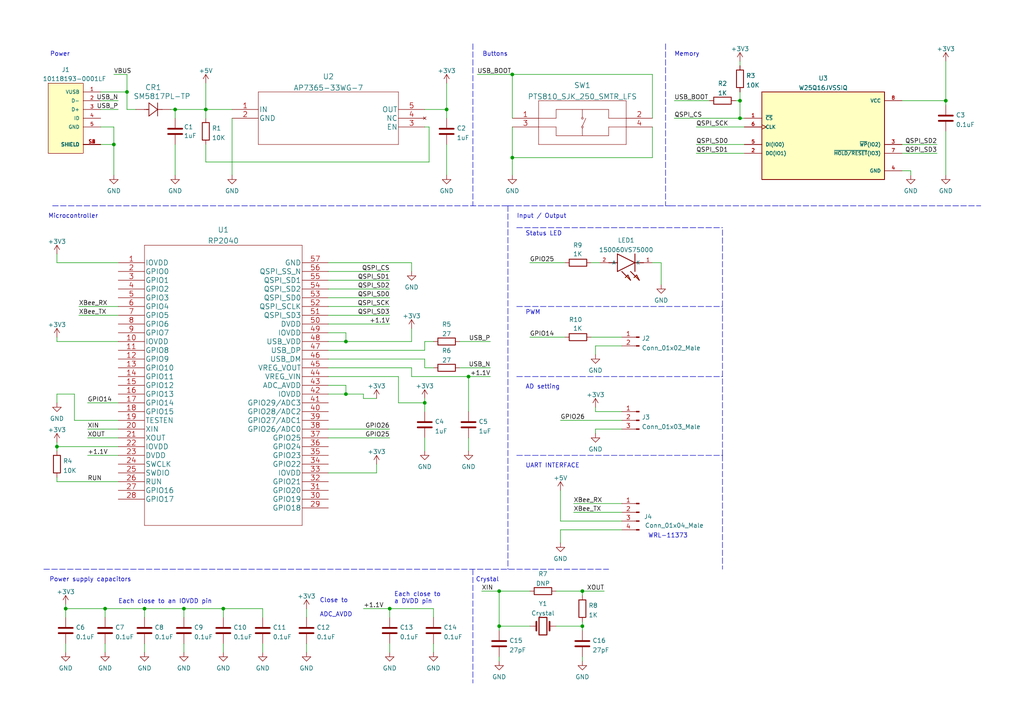
<source format=kicad_sch>
(kicad_sch (version 20211123) (generator eeschema)

  (uuid e63e39d7-6ac0-4ffd-8aa3-1841a4541b55)

  (paper "A4")

  (title_block
    (title "Control unit")
    (date "2022-02-11")
    (rev "Rev: 0.1")
    (comment 2 "Web page: https://www.digitalisaatio.com")
    (comment 3 "Based on: https://youtu.be/kcwvuwetgEQ / S. Hymel")
    (comment 4 "Author: Kimmo Vuori")
  )

  (lib_symbols
    (symbol "10118193-0001LF:10118193-0001LF" (pin_names (offset 1.016)) (in_bom yes) (on_board yes)
      (property "Reference" "J" (id 0) (at -5.08 10.922 0)
        (effects (font (size 1.27 1.27)) (justify left bottom))
      )
      (property "Value" "10118193-0001LF" (id 1) (at -5.08 -12.7 0)
        (effects (font (size 1.27 1.27)) (justify left bottom))
      )
      (property "Footprint" "FCI_10118193-0001LF" (id 2) (at 0 0 0)
        (effects (font (size 1.27 1.27)) (justify left bottom) hide)
      )
      (property "Datasheet" "" (id 3) (at 0 0 0)
        (effects (font (size 1.27 1.27)) (justify left bottom) hide)
      )
      (property "PACKAGE" "None" (id 4) (at 0 0 0)
        (effects (font (size 1.27 1.27)) (justify left bottom) hide)
      )
      (property "MP" "10118193-0001LF" (id 5) (at 0 0 0)
        (effects (font (size 1.27 1.27)) (justify left bottom) hide)
      )
      (property "PRICE" "None" (id 6) (at 0 0 0)
        (effects (font (size 1.27 1.27)) (justify left bottom) hide)
      )
      (property "AVAILABILITY" "Unavailable" (id 7) (at 0 0 0)
        (effects (font (size 1.27 1.27)) (justify left bottom) hide)
      )
      (property "MF" "Amphenol FCI" (id 8) (at 0 0 0)
        (effects (font (size 1.27 1.27)) (justify left bottom) hide)
      )
      (property "DESCRIPTION" "Single Port 5 Contact Shielded SMT MICRO USB B-Type Receptacle" (id 9) (at 0 0 0)
        (effects (font (size 1.27 1.27)) (justify left bottom) hide)
      )
      (property "ki_locked" "" (id 10) (at 0 0 0)
        (effects (font (size 1.27 1.27)))
      )
      (symbol "10118193-0001LF_0_0"
        (rectangle (start -5.08 -10.16) (end 5.08 10.16)
          (stroke (width 0.1524) (type default) (color 0 0 0 0))
          (fill (type background))
        )
        (pin passive line (at -10.16 7.62 0) (length 5.08)
          (name "VUSB" (effects (font (size 1.016 1.016))))
          (number "1" (effects (font (size 1.016 1.016))))
        )
        (pin passive line (at -10.16 5.08 0) (length 5.08)
          (name "D-" (effects (font (size 1.016 1.016))))
          (number "2" (effects (font (size 1.016 1.016))))
        )
        (pin passive line (at -10.16 2.54 0) (length 5.08)
          (name "D+" (effects (font (size 1.016 1.016))))
          (number "3" (effects (font (size 1.016 1.016))))
        )
        (pin passive line (at -10.16 0 0) (length 5.08)
          (name "ID" (effects (font (size 1.016 1.016))))
          (number "4" (effects (font (size 1.016 1.016))))
        )
        (pin passive line (at -10.16 -2.54 0) (length 5.08)
          (name "GND" (effects (font (size 1.016 1.016))))
          (number "5" (effects (font (size 1.016 1.016))))
        )
        (pin passive line (at -10.16 -7.62 0) (length 5.08)
          (name "SHIELD" (effects (font (size 1.016 1.016))))
          (number "S1" (effects (font (size 1.016 1.016))))
        )
        (pin passive line (at -10.16 -7.62 0) (length 5.08)
          (name "SHIELD" (effects (font (size 1.016 1.016))))
          (number "S2" (effects (font (size 1.016 1.016))))
        )
        (pin passive line (at -10.16 -7.62 0) (length 5.08)
          (name "SHIELD" (effects (font (size 1.016 1.016))))
          (number "S3" (effects (font (size 1.016 1.016))))
        )
        (pin passive line (at -10.16 -7.62 0) (length 5.08)
          (name "SHIELD" (effects (font (size 1.016 1.016))))
          (number "S4" (effects (font (size 1.016 1.016))))
        )
        (pin passive line (at -10.16 -7.62 0) (length 5.08)
          (name "SHIELD" (effects (font (size 1.016 1.016))))
          (number "S5" (effects (font (size 1.016 1.016))))
        )
        (pin passive line (at -10.16 -7.62 0) (length 5.08)
          (name "SHIELD" (effects (font (size 1.016 1.016))))
          (number "S6" (effects (font (size 1.016 1.016))))
        )
      )
    )
    (symbol "150060VS75000:150060VS75000" (pin_names (offset 1.016)) (in_bom yes) (on_board yes)
      (property "Reference" "LED" (id 0) (at 12.7 8.89 0)
        (effects (font (size 1.27 1.27)) (justify left bottom))
      )
      (property "Value" "150060VS75000" (id 1) (at 12.7 6.35 0)
        (effects (font (size 1.27 1.27)) (justify left bottom))
      )
      (property "Footprint" "LEDC1608X80N" (id 2) (at 0 0 0)
        (effects (font (size 1.27 1.27)) (justify left bottom) hide)
      )
      (property "Datasheet" "" (id 3) (at 0 0 0)
        (effects (font (size 1.27 1.27)) (justify left bottom) hide)
      )
      (property "MOUSER_PART_NUMBER" "710-150060VS75000" (id 4) (at 0 0 0)
        (effects (font (size 1.27 1.27)) (justify left bottom) hide)
      )
      (property "DESCRIPTION" "LED,Wurth Elektronik,150060VS75000 Wurth Elektronik 150060VS75000, WL-SMCW Series Green LED, 570 nm, 1608 (0603) Clear, Rectangle Lens SMD Package" (id 5) (at 0 0 0)
        (effects (font (size 1.27 1.27)) (justify left bottom) hide)
      )
      (property "MOUSER_PRICE-STOCK" "https://www.mouser.com/Search/Refine.aspx?Keyword=710-150060VS75000" (id 6) (at 0 0 0)
        (effects (font (size 1.27 1.27)) (justify left bottom) hide)
      )
      (property "RS_PART_NUMBER" "8154215P" (id 7) (at 0 0 0)
        (effects (font (size 1.27 1.27)) (justify left bottom) hide)
      )
      (property "HEIGHT" "0.8mm" (id 8) (at 0 0 0)
        (effects (font (size 1.27 1.27)) (justify left bottom) hide)
      )
      (property "RS_PRICE-STOCK" "http://uk.rs-online.com/web/p/products/8154215P" (id 9) (at 0 0 0)
        (effects (font (size 1.27 1.27)) (justify left bottom) hide)
      )
      (property "MANUFACTURER_NAME" "Wurth Elektronik" (id 10) (at 0 0 0)
        (effects (font (size 1.27 1.27)) (justify left bottom) hide)
      )
      (property "MANUFACTURER_PART_NUMBER" "150060VS75000" (id 11) (at 0 0 0)
        (effects (font (size 1.27 1.27)) (justify left bottom) hide)
      )
      (property "ki_locked" "" (id 12) (at 0 0 0)
        (effects (font (size 1.27 1.27)))
      )
      (symbol "150060VS75000_0_0"
        (polyline
          (pts
            (xy 2.54 0)
            (xy 5.08 0)
          )
          (stroke (width 0.254) (type default) (color 0 0 0 0))
          (fill (type none))
        )
        (polyline
          (pts
            (xy 5.08 0)
            (xy 10.16 2.54)
          )
          (stroke (width 0.254) (type default) (color 0 0 0 0))
          (fill (type none))
        )
        (polyline
          (pts
            (xy 5.08 2.54)
            (xy 5.08 -2.54)
          )
          (stroke (width 0.254) (type default) (color 0 0 0 0))
          (fill (type none))
        )
        (polyline
          (pts
            (xy 6.35 2.54)
            (xy 3.81 5.08)
          )
          (stroke (width 0.254) (type default) (color 0 0 0 0))
          (fill (type none))
        )
        (polyline
          (pts
            (xy 8.89 2.54)
            (xy 6.35 5.08)
          )
          (stroke (width 0.254) (type default) (color 0 0 0 0))
          (fill (type none))
        )
        (polyline
          (pts
            (xy 10.16 -2.54)
            (xy 5.08 0)
          )
          (stroke (width 0.254) (type default) (color 0 0 0 0))
          (fill (type none))
        )
        (polyline
          (pts
            (xy 10.16 -2.54)
            (xy 10.16 2.54)
          )
          (stroke (width 0.254) (type default) (color 0 0 0 0))
          (fill (type none))
        )
        (polyline
          (pts
            (xy 10.16 0)
            (xy 12.7 0)
          )
          (stroke (width 0.254) (type default) (color 0 0 0 0))
          (fill (type none))
        )
        (polyline
          (pts
            (xy 5.334 4.318)
            (xy 4.572 3.556)
            (xy 3.81 5.08)
          )
          (stroke (width 0.254) (type default) (color 0 0 0 0))
          (fill (type background))
        )
        (polyline
          (pts
            (xy 7.874 4.318)
            (xy 7.112 3.556)
            (xy 6.35 5.08)
          )
          (stroke (width 0.254) (type default) (color 0 0 0 0))
          (fill (type background))
        )
        (pin bidirectional line (at 0 0 0) (length 2.54)
          (name "K" (effects (font (size 1.016 1.016))))
          (number "1" (effects (font (size 1.016 1.016))))
        )
        (pin bidirectional line (at 15.24 0 180) (length 2.54)
          (name "A" (effects (font (size 1.016 1.016))))
          (number "2" (effects (font (size 1.016 1.016))))
        )
      )
    )
    (symbol "AP7365-33WG-7:AP7365-33WG-7" (pin_names (offset 0.254)) (in_bom yes) (on_board yes)
      (property "Reference" "U" (id 0) (at 27.94 10.16 0)
        (effects (font (size 1.524 1.524)))
      )
      (property "Value" "AP7365-33WG-7" (id 1) (at 27.94 7.62 0)
        (effects (font (size 1.524 1.524)))
      )
      (property "Footprint" "SOT25_DIO" (id 2) (at 27.94 6.096 0)
        (effects (font (size 1.524 1.524)) hide)
      )
      (property "Datasheet" "" (id 3) (at 0 0 0)
        (effects (font (size 1.524 1.524)))
      )
      (property "ki_locked" "" (id 4) (at 0 0 0)
        (effects (font (size 1.27 1.27)))
      )
      (property "ki_fp_filters" "SOT25_DIO SOT25_DIO-M SOT25_DIO-L" (id 5) (at 0 0 0)
        (effects (font (size 1.27 1.27)) hide)
      )
      (symbol "AP7365-33WG-7_1_1"
        (polyline
          (pts
            (xy 7.62 -10.16)
            (xy 48.26 -10.16)
          )
          (stroke (width 0.127) (type default) (color 0 0 0 0))
          (fill (type none))
        )
        (polyline
          (pts
            (xy 7.62 5.08)
            (xy 7.62 -10.16)
          )
          (stroke (width 0.127) (type default) (color 0 0 0 0))
          (fill (type none))
        )
        (polyline
          (pts
            (xy 48.26 -10.16)
            (xy 48.26 5.08)
          )
          (stroke (width 0.127) (type default) (color 0 0 0 0))
          (fill (type none))
        )
        (polyline
          (pts
            (xy 48.26 5.08)
            (xy 7.62 5.08)
          )
          (stroke (width 0.127) (type default) (color 0 0 0 0))
          (fill (type none))
        )
        (pin input line (at 0 0 0) (length 7.62)
          (name "IN" (effects (font (size 1.4986 1.4986))))
          (number "1" (effects (font (size 1.4986 1.4986))))
        )
        (pin power_in line (at 0 -2.54 0) (length 7.62)
          (name "GND" (effects (font (size 1.4986 1.4986))))
          (number "2" (effects (font (size 1.4986 1.4986))))
        )
        (pin input line (at 55.88 -5.08 180) (length 7.62)
          (name "EN" (effects (font (size 1.4986 1.4986))))
          (number "3" (effects (font (size 1.4986 1.4986))))
        )
        (pin no_connect line (at 55.88 -2.54 180) (length 7.62)
          (name "NC" (effects (font (size 1.4986 1.4986))))
          (number "4" (effects (font (size 1.4986 1.4986))))
        )
        (pin output line (at 55.88 0 180) (length 7.62)
          (name "OUT" (effects (font (size 1.4986 1.4986))))
          (number "5" (effects (font (size 1.4986 1.4986))))
        )
      )
    )
    (symbol "Connector:Conn_01x02_Male" (pin_names (offset 1.016) hide) (in_bom yes) (on_board yes)
      (property "Reference" "J" (id 0) (at 0 2.54 0)
        (effects (font (size 1.27 1.27)))
      )
      (property "Value" "Conn_01x02_Male" (id 1) (at 0 -5.08 0)
        (effects (font (size 1.27 1.27)))
      )
      (property "Footprint" "" (id 2) (at 0 0 0)
        (effects (font (size 1.27 1.27)) hide)
      )
      (property "Datasheet" "~" (id 3) (at 0 0 0)
        (effects (font (size 1.27 1.27)) hide)
      )
      (property "ki_keywords" "connector" (id 4) (at 0 0 0)
        (effects (font (size 1.27 1.27)) hide)
      )
      (property "ki_description" "Generic connector, single row, 01x02, script generated (kicad-library-utils/schlib/autogen/connector/)" (id 5) (at 0 0 0)
        (effects (font (size 1.27 1.27)) hide)
      )
      (property "ki_fp_filters" "Connector*:*_1x??_*" (id 6) (at 0 0 0)
        (effects (font (size 1.27 1.27)) hide)
      )
      (symbol "Conn_01x02_Male_1_1"
        (polyline
          (pts
            (xy 1.27 -2.54)
            (xy 0.8636 -2.54)
          )
          (stroke (width 0.1524) (type default) (color 0 0 0 0))
          (fill (type none))
        )
        (polyline
          (pts
            (xy 1.27 0)
            (xy 0.8636 0)
          )
          (stroke (width 0.1524) (type default) (color 0 0 0 0))
          (fill (type none))
        )
        (rectangle (start 0.8636 -2.413) (end 0 -2.667)
          (stroke (width 0.1524) (type default) (color 0 0 0 0))
          (fill (type outline))
        )
        (rectangle (start 0.8636 0.127) (end 0 -0.127)
          (stroke (width 0.1524) (type default) (color 0 0 0 0))
          (fill (type outline))
        )
        (pin passive line (at 5.08 0 180) (length 3.81)
          (name "Pin_1" (effects (font (size 1.27 1.27))))
          (number "1" (effects (font (size 1.27 1.27))))
        )
        (pin passive line (at 5.08 -2.54 180) (length 3.81)
          (name "Pin_2" (effects (font (size 1.27 1.27))))
          (number "2" (effects (font (size 1.27 1.27))))
        )
      )
    )
    (symbol "Connector:Conn_01x03_Male" (pin_names (offset 1.016) hide) (in_bom yes) (on_board yes)
      (property "Reference" "J" (id 0) (at 0 5.08 0)
        (effects (font (size 1.27 1.27)))
      )
      (property "Value" "Conn_01x03_Male" (id 1) (at 0 -5.08 0)
        (effects (font (size 1.27 1.27)))
      )
      (property "Footprint" "" (id 2) (at 0 0 0)
        (effects (font (size 1.27 1.27)) hide)
      )
      (property "Datasheet" "~" (id 3) (at 0 0 0)
        (effects (font (size 1.27 1.27)) hide)
      )
      (property "ki_keywords" "connector" (id 4) (at 0 0 0)
        (effects (font (size 1.27 1.27)) hide)
      )
      (property "ki_description" "Generic connector, single row, 01x03, script generated (kicad-library-utils/schlib/autogen/connector/)" (id 5) (at 0 0 0)
        (effects (font (size 1.27 1.27)) hide)
      )
      (property "ki_fp_filters" "Connector*:*_1x??_*" (id 6) (at 0 0 0)
        (effects (font (size 1.27 1.27)) hide)
      )
      (symbol "Conn_01x03_Male_1_1"
        (polyline
          (pts
            (xy 1.27 -2.54)
            (xy 0.8636 -2.54)
          )
          (stroke (width 0.1524) (type default) (color 0 0 0 0))
          (fill (type none))
        )
        (polyline
          (pts
            (xy 1.27 0)
            (xy 0.8636 0)
          )
          (stroke (width 0.1524) (type default) (color 0 0 0 0))
          (fill (type none))
        )
        (polyline
          (pts
            (xy 1.27 2.54)
            (xy 0.8636 2.54)
          )
          (stroke (width 0.1524) (type default) (color 0 0 0 0))
          (fill (type none))
        )
        (rectangle (start 0.8636 -2.413) (end 0 -2.667)
          (stroke (width 0.1524) (type default) (color 0 0 0 0))
          (fill (type outline))
        )
        (rectangle (start 0.8636 0.127) (end 0 -0.127)
          (stroke (width 0.1524) (type default) (color 0 0 0 0))
          (fill (type outline))
        )
        (rectangle (start 0.8636 2.667) (end 0 2.413)
          (stroke (width 0.1524) (type default) (color 0 0 0 0))
          (fill (type outline))
        )
        (pin passive line (at 5.08 2.54 180) (length 3.81)
          (name "Pin_1" (effects (font (size 1.27 1.27))))
          (number "1" (effects (font (size 1.27 1.27))))
        )
        (pin passive line (at 5.08 0 180) (length 3.81)
          (name "Pin_2" (effects (font (size 1.27 1.27))))
          (number "2" (effects (font (size 1.27 1.27))))
        )
        (pin passive line (at 5.08 -2.54 180) (length 3.81)
          (name "Pin_3" (effects (font (size 1.27 1.27))))
          (number "3" (effects (font (size 1.27 1.27))))
        )
      )
    )
    (symbol "Connector:Conn_01x04_Male" (pin_names (offset 1.016) hide) (in_bom yes) (on_board yes)
      (property "Reference" "J" (id 0) (at 0 5.08 0)
        (effects (font (size 1.27 1.27)))
      )
      (property "Value" "Conn_01x04_Male" (id 1) (at 0 -7.62 0)
        (effects (font (size 1.27 1.27)))
      )
      (property "Footprint" "" (id 2) (at 0 0 0)
        (effects (font (size 1.27 1.27)) hide)
      )
      (property "Datasheet" "~" (id 3) (at 0 0 0)
        (effects (font (size 1.27 1.27)) hide)
      )
      (property "ki_keywords" "connector" (id 4) (at 0 0 0)
        (effects (font (size 1.27 1.27)) hide)
      )
      (property "ki_description" "Generic connector, single row, 01x04, script generated (kicad-library-utils/schlib/autogen/connector/)" (id 5) (at 0 0 0)
        (effects (font (size 1.27 1.27)) hide)
      )
      (property "ki_fp_filters" "Connector*:*_1x??_*" (id 6) (at 0 0 0)
        (effects (font (size 1.27 1.27)) hide)
      )
      (symbol "Conn_01x04_Male_1_1"
        (polyline
          (pts
            (xy 1.27 -5.08)
            (xy 0.8636 -5.08)
          )
          (stroke (width 0.1524) (type default) (color 0 0 0 0))
          (fill (type none))
        )
        (polyline
          (pts
            (xy 1.27 -2.54)
            (xy 0.8636 -2.54)
          )
          (stroke (width 0.1524) (type default) (color 0 0 0 0))
          (fill (type none))
        )
        (polyline
          (pts
            (xy 1.27 0)
            (xy 0.8636 0)
          )
          (stroke (width 0.1524) (type default) (color 0 0 0 0))
          (fill (type none))
        )
        (polyline
          (pts
            (xy 1.27 2.54)
            (xy 0.8636 2.54)
          )
          (stroke (width 0.1524) (type default) (color 0 0 0 0))
          (fill (type none))
        )
        (rectangle (start 0.8636 -4.953) (end 0 -5.207)
          (stroke (width 0.1524) (type default) (color 0 0 0 0))
          (fill (type outline))
        )
        (rectangle (start 0.8636 -2.413) (end 0 -2.667)
          (stroke (width 0.1524) (type default) (color 0 0 0 0))
          (fill (type outline))
        )
        (rectangle (start 0.8636 0.127) (end 0 -0.127)
          (stroke (width 0.1524) (type default) (color 0 0 0 0))
          (fill (type outline))
        )
        (rectangle (start 0.8636 2.667) (end 0 2.413)
          (stroke (width 0.1524) (type default) (color 0 0 0 0))
          (fill (type outline))
        )
        (pin passive line (at 5.08 2.54 180) (length 3.81)
          (name "Pin_1" (effects (font (size 1.27 1.27))))
          (number "1" (effects (font (size 1.27 1.27))))
        )
        (pin passive line (at 5.08 0 180) (length 3.81)
          (name "Pin_2" (effects (font (size 1.27 1.27))))
          (number "2" (effects (font (size 1.27 1.27))))
        )
        (pin passive line (at 5.08 -2.54 180) (length 3.81)
          (name "Pin_3" (effects (font (size 1.27 1.27))))
          (number "3" (effects (font (size 1.27 1.27))))
        )
        (pin passive line (at 5.08 -5.08 180) (length 3.81)
          (name "Pin_4" (effects (font (size 1.27 1.27))))
          (number "4" (effects (font (size 1.27 1.27))))
        )
      )
    )
    (symbol "Device:C" (pin_numbers hide) (pin_names (offset 0.254)) (in_bom yes) (on_board yes)
      (property "Reference" "C" (id 0) (at 0.635 2.54 0)
        (effects (font (size 1.27 1.27)) (justify left))
      )
      (property "Value" "C" (id 1) (at 0.635 -2.54 0)
        (effects (font (size 1.27 1.27)) (justify left))
      )
      (property "Footprint" "" (id 2) (at 0.9652 -3.81 0)
        (effects (font (size 1.27 1.27)) hide)
      )
      (property "Datasheet" "~" (id 3) (at 0 0 0)
        (effects (font (size 1.27 1.27)) hide)
      )
      (property "ki_keywords" "cap capacitor" (id 4) (at 0 0 0)
        (effects (font (size 1.27 1.27)) hide)
      )
      (property "ki_description" "Unpolarized capacitor" (id 5) (at 0 0 0)
        (effects (font (size 1.27 1.27)) hide)
      )
      (property "ki_fp_filters" "C_*" (id 6) (at 0 0 0)
        (effects (font (size 1.27 1.27)) hide)
      )
      (symbol "C_0_1"
        (polyline
          (pts
            (xy -2.032 -0.762)
            (xy 2.032 -0.762)
          )
          (stroke (width 0.508) (type default) (color 0 0 0 0))
          (fill (type none))
        )
        (polyline
          (pts
            (xy -2.032 0.762)
            (xy 2.032 0.762)
          )
          (stroke (width 0.508) (type default) (color 0 0 0 0))
          (fill (type none))
        )
      )
      (symbol "C_1_1"
        (pin passive line (at 0 3.81 270) (length 2.794)
          (name "~" (effects (font (size 1.27 1.27))))
          (number "1" (effects (font (size 1.27 1.27))))
        )
        (pin passive line (at 0 -3.81 90) (length 2.794)
          (name "~" (effects (font (size 1.27 1.27))))
          (number "2" (effects (font (size 1.27 1.27))))
        )
      )
    )
    (symbol "Device:Crystal" (pin_numbers hide) (pin_names (offset 1.016) hide) (in_bom yes) (on_board yes)
      (property "Reference" "Y" (id 0) (at 0 3.81 0)
        (effects (font (size 1.27 1.27)))
      )
      (property "Value" "Crystal" (id 1) (at 0 -3.81 0)
        (effects (font (size 1.27 1.27)))
      )
      (property "Footprint" "" (id 2) (at 0 0 0)
        (effects (font (size 1.27 1.27)) hide)
      )
      (property "Datasheet" "~" (id 3) (at 0 0 0)
        (effects (font (size 1.27 1.27)) hide)
      )
      (property "ki_keywords" "quartz ceramic resonator oscillator" (id 4) (at 0 0 0)
        (effects (font (size 1.27 1.27)) hide)
      )
      (property "ki_description" "Two pin crystal" (id 5) (at 0 0 0)
        (effects (font (size 1.27 1.27)) hide)
      )
      (property "ki_fp_filters" "Crystal*" (id 6) (at 0 0 0)
        (effects (font (size 1.27 1.27)) hide)
      )
      (symbol "Crystal_0_1"
        (rectangle (start -1.143 2.54) (end 1.143 -2.54)
          (stroke (width 0.3048) (type default) (color 0 0 0 0))
          (fill (type none))
        )
        (polyline
          (pts
            (xy -2.54 0)
            (xy -1.905 0)
          )
          (stroke (width 0) (type default) (color 0 0 0 0))
          (fill (type none))
        )
        (polyline
          (pts
            (xy -1.905 -1.27)
            (xy -1.905 1.27)
          )
          (stroke (width 0.508) (type default) (color 0 0 0 0))
          (fill (type none))
        )
        (polyline
          (pts
            (xy 1.905 -1.27)
            (xy 1.905 1.27)
          )
          (stroke (width 0.508) (type default) (color 0 0 0 0))
          (fill (type none))
        )
        (polyline
          (pts
            (xy 2.54 0)
            (xy 1.905 0)
          )
          (stroke (width 0) (type default) (color 0 0 0 0))
          (fill (type none))
        )
      )
      (symbol "Crystal_1_1"
        (pin passive line (at -3.81 0 0) (length 1.27)
          (name "1" (effects (font (size 1.27 1.27))))
          (number "1" (effects (font (size 1.27 1.27))))
        )
        (pin passive line (at 3.81 0 180) (length 1.27)
          (name "2" (effects (font (size 1.27 1.27))))
          (number "2" (effects (font (size 1.27 1.27))))
        )
      )
    )
    (symbol "Device:R" (pin_numbers hide) (pin_names (offset 0)) (in_bom yes) (on_board yes)
      (property "Reference" "R" (id 0) (at 2.032 0 90)
        (effects (font (size 1.27 1.27)))
      )
      (property "Value" "R" (id 1) (at 0 0 90)
        (effects (font (size 1.27 1.27)))
      )
      (property "Footprint" "" (id 2) (at -1.778 0 90)
        (effects (font (size 1.27 1.27)) hide)
      )
      (property "Datasheet" "~" (id 3) (at 0 0 0)
        (effects (font (size 1.27 1.27)) hide)
      )
      (property "ki_keywords" "R res resistor" (id 4) (at 0 0 0)
        (effects (font (size 1.27 1.27)) hide)
      )
      (property "ki_description" "Resistor" (id 5) (at 0 0 0)
        (effects (font (size 1.27 1.27)) hide)
      )
      (property "ki_fp_filters" "R_*" (id 6) (at 0 0 0)
        (effects (font (size 1.27 1.27)) hide)
      )
      (symbol "R_0_1"
        (rectangle (start -1.016 -2.54) (end 1.016 2.54)
          (stroke (width 0.254) (type default) (color 0 0 0 0))
          (fill (type none))
        )
      )
      (symbol "R_1_1"
        (pin passive line (at 0 3.81 270) (length 1.27)
          (name "~" (effects (font (size 1.27 1.27))))
          (number "1" (effects (font (size 1.27 1.27))))
        )
        (pin passive line (at 0 -3.81 90) (length 1.27)
          (name "~" (effects (font (size 1.27 1.27))))
          (number "2" (effects (font (size 1.27 1.27))))
        )
      )
    )
    (symbol "PTS810 SJK 250 SMTR LFS:PTS810_SJK_250_SMTR_LFS" (pin_names (offset 0.254) hide) (in_bom yes) (on_board yes)
      (property "Reference" "SW" (id 0) (at 20.32 10.16 0)
        (effects (font (size 1.524 1.524)))
      )
      (property "Value" "PTS810_SJK_250_SMTR_LFS" (id 1) (at 20.32 7.62 0)
        (effects (font (size 1.524 1.524)))
      )
      (property "Footprint" "PTS810_CNK" (id 2) (at 20.32 6.096 0)
        (effects (font (size 1.524 1.524)) hide)
      )
      (property "Datasheet" "" (id 3) (at 0 0 0)
        (effects (font (size 1.524 1.524)))
      )
      (property "ki_locked" "" (id 4) (at 0 0 0)
        (effects (font (size 1.27 1.27)))
      )
      (property "ki_fp_filters" "PTS810_CNK" (id 5) (at 0 0 0)
        (effects (font (size 1.27 1.27)) hide)
      )
      (symbol "PTS810_SJK_250_SMTR_LFS_1_1"
        (polyline
          (pts
            (xy 7.62 -7.62)
            (xy 33.02 -7.62)
          )
          (stroke (width 0.127) (type default) (color 0 0 0 0))
          (fill (type none))
        )
        (polyline
          (pts
            (xy 7.62 0)
            (xy 12.7 0)
          )
          (stroke (width 0.127) (type default) (color 0 0 0 0))
          (fill (type none))
        )
        (polyline
          (pts
            (xy 7.62 5.08)
            (xy 7.62 -7.62)
          )
          (stroke (width 0.127) (type default) (color 0 0 0 0))
          (fill (type none))
        )
        (polyline
          (pts
            (xy 12.7 -5.08)
            (xy 12.7 -2.54)
          )
          (stroke (width 0.127) (type default) (color 0 0 0 0))
          (fill (type none))
        )
        (polyline
          (pts
            (xy 12.7 -2.54)
            (xy 7.62 -2.54)
          )
          (stroke (width 0.127) (type default) (color 0 0 0 0))
          (fill (type none))
        )
        (polyline
          (pts
            (xy 12.7 0)
            (xy 12.7 2.54)
          )
          (stroke (width 0.127) (type default) (color 0 0 0 0))
          (fill (type none))
        )
        (polyline
          (pts
            (xy 12.7 2.54)
            (xy 27.94 2.54)
          )
          (stroke (width 0.127) (type default) (color 0 0 0 0))
          (fill (type none))
        )
        (polyline
          (pts
            (xy 20.32 -2.794)
            (xy 20.32 -5.08)
          )
          (stroke (width 0.127) (type default) (color 0 0 0 0))
          (fill (type none))
        )
        (polyline
          (pts
            (xy 20.32 2.54)
            (xy 20.32 0.254)
          )
          (stroke (width 0.127) (type default) (color 0 0 0 0))
          (fill (type none))
        )
        (polyline
          (pts
            (xy 21.336 0)
            (xy 20.32 -2.286)
          )
          (stroke (width 0.127) (type default) (color 0 0 0 0))
          (fill (type none))
        )
        (polyline
          (pts
            (xy 27.94 -5.08)
            (xy 12.7 -5.08)
          )
          (stroke (width 0.127) (type default) (color 0 0 0 0))
          (fill (type none))
        )
        (polyline
          (pts
            (xy 27.94 -2.54)
            (xy 27.94 -5.08)
          )
          (stroke (width 0.127) (type default) (color 0 0 0 0))
          (fill (type none))
        )
        (polyline
          (pts
            (xy 27.94 0)
            (xy 33.02 0)
          )
          (stroke (width 0.127) (type default) (color 0 0 0 0))
          (fill (type none))
        )
        (polyline
          (pts
            (xy 27.94 2.54)
            (xy 27.94 0)
          )
          (stroke (width 0.127) (type default) (color 0 0 0 0))
          (fill (type none))
        )
        (polyline
          (pts
            (xy 33.02 -7.62)
            (xy 33.02 5.08)
          )
          (stroke (width 0.127) (type default) (color 0 0 0 0))
          (fill (type none))
        )
        (polyline
          (pts
            (xy 33.02 -2.54)
            (xy 27.94 -2.54)
          )
          (stroke (width 0.127) (type default) (color 0 0 0 0))
          (fill (type none))
        )
        (polyline
          (pts
            (xy 33.02 5.08)
            (xy 7.62 5.08)
          )
          (stroke (width 0.127) (type default) (color 0 0 0 0))
          (fill (type none))
        )
        (arc (start 20.32 -2.794) (mid 20.32 -2.286) (end 20.32 -2.794)
          (stroke (width 0.127) (type default) (color 0 0 0 0))
          (fill (type none))
        )
        (circle (center 20.32 -2.54) (radius 0.254)
          (stroke (width 0.127) (type default) (color 0 0 0 0))
          (fill (type none))
        )
        (arc (start 20.32 -0.254) (mid 20.32 0.254) (end 20.32 -0.254)
          (stroke (width 0.127) (type default) (color 0 0 0 0))
          (fill (type none))
        )
        (circle (center 20.32 0) (radius 0.254)
          (stroke (width 0.127) (type default) (color 0 0 0 0))
          (fill (type none))
        )
        (pin unspecified line (at 0 0 0) (length 7.62)
          (name "1" (effects (font (size 1.4986 1.4986))))
          (number "1" (effects (font (size 1.4986 1.4986))))
        )
        (pin unspecified line (at 40.64 0 180) (length 7.62)
          (name "2" (effects (font (size 1.4986 1.4986))))
          (number "2" (effects (font (size 1.4986 1.4986))))
        )
        (pin unspecified line (at 0 -2.54 0) (length 7.62)
          (name "3" (effects (font (size 1.4986 1.4986))))
          (number "3" (effects (font (size 1.4986 1.4986))))
        )
        (pin unspecified line (at 40.64 -2.54 180) (length 7.62)
          (name "4" (effects (font (size 1.4986 1.4986))))
          (number "4" (effects (font (size 1.4986 1.4986))))
        )
      )
    )
    (symbol "RP2040:RP2040" (pin_names (offset 0.254)) (in_bom yes) (on_board yes)
      (property "Reference" "U" (id 0) (at 30.48 10.16 0)
        (effects (font (size 1.524 1.524)))
      )
      (property "Value" "RP2040" (id 1) (at 30.48 7.62 0)
        (effects (font (size 1.524 1.524)))
      )
      (property "Footprint" "IC57_RP2040" (id 2) (at 30.48 6.096 0)
        (effects (font (size 1.524 1.524)) hide)
      )
      (property "Datasheet" "" (id 3) (at 0 0 0)
        (effects (font (size 1.524 1.524)))
      )
      (property "ki_locked" "" (id 4) (at 0 0 0)
        (effects (font (size 1.27 1.27)))
      )
      (property "ki_fp_filters" "IC57_RP2040 IC57_RP2040-M IC57_RP2040-L" (id 5) (at 0 0 0)
        (effects (font (size 1.27 1.27)) hide)
      )
      (symbol "RP2040_1_1"
        (polyline
          (pts
            (xy 7.62 -76.2)
            (xy 53.34 -76.2)
          )
          (stroke (width 0.127) (type default) (color 0 0 0 0))
          (fill (type none))
        )
        (polyline
          (pts
            (xy 7.62 5.08)
            (xy 7.62 -76.2)
          )
          (stroke (width 0.127) (type default) (color 0 0 0 0))
          (fill (type none))
        )
        (polyline
          (pts
            (xy 53.34 -76.2)
            (xy 53.34 5.08)
          )
          (stroke (width 0.127) (type default) (color 0 0 0 0))
          (fill (type none))
        )
        (polyline
          (pts
            (xy 53.34 5.08)
            (xy 7.62 5.08)
          )
          (stroke (width 0.127) (type default) (color 0 0 0 0))
          (fill (type none))
        )
        (pin power_in line (at 0 0 0) (length 7.62)
          (name "IOVDD" (effects (font (size 1.4986 1.4986))))
          (number "1" (effects (font (size 1.4986 1.4986))))
        )
        (pin power_in line (at 0 -22.86 0) (length 7.62)
          (name "IOVDD" (effects (font (size 1.4986 1.4986))))
          (number "10" (effects (font (size 1.4986 1.4986))))
        )
        (pin bidirectional line (at 0 -25.4 0) (length 7.62)
          (name "GPIO8" (effects (font (size 1.4986 1.4986))))
          (number "11" (effects (font (size 1.4986 1.4986))))
        )
        (pin bidirectional line (at 0 -27.94 0) (length 7.62)
          (name "GPIO9" (effects (font (size 1.4986 1.4986))))
          (number "12" (effects (font (size 1.4986 1.4986))))
        )
        (pin bidirectional line (at 0 -30.48 0) (length 7.62)
          (name "GPIO10" (effects (font (size 1.4986 1.4986))))
          (number "13" (effects (font (size 1.4986 1.4986))))
        )
        (pin bidirectional line (at 0 -33.02 0) (length 7.62)
          (name "GPIO11" (effects (font (size 1.4986 1.4986))))
          (number "14" (effects (font (size 1.4986 1.4986))))
        )
        (pin bidirectional line (at 0 -35.56 0) (length 7.62)
          (name "GPIO12" (effects (font (size 1.4986 1.4986))))
          (number "15" (effects (font (size 1.4986 1.4986))))
        )
        (pin bidirectional line (at 0 -38.1 0) (length 7.62)
          (name "GPIO13" (effects (font (size 1.4986 1.4986))))
          (number "16" (effects (font (size 1.4986 1.4986))))
        )
        (pin bidirectional line (at 0 -40.64 0) (length 7.62)
          (name "GPIO14" (effects (font (size 1.4986 1.4986))))
          (number "17" (effects (font (size 1.4986 1.4986))))
        )
        (pin bidirectional line (at 0 -43.18 0) (length 7.62)
          (name "GPIO15" (effects (font (size 1.4986 1.4986))))
          (number "18" (effects (font (size 1.4986 1.4986))))
        )
        (pin unspecified line (at 0 -45.72 0) (length 7.62)
          (name "TESTEN" (effects (font (size 1.4986 1.4986))))
          (number "19" (effects (font (size 1.4986 1.4986))))
        )
        (pin bidirectional line (at 0 -2.54 0) (length 7.62)
          (name "GPIO0" (effects (font (size 1.4986 1.4986))))
          (number "2" (effects (font (size 1.4986 1.4986))))
        )
        (pin unspecified line (at 0 -48.26 0) (length 7.62)
          (name "XIN" (effects (font (size 1.4986 1.4986))))
          (number "20" (effects (font (size 1.4986 1.4986))))
        )
        (pin output line (at 0 -50.8 0) (length 7.62)
          (name "XOUT" (effects (font (size 1.4986 1.4986))))
          (number "21" (effects (font (size 1.4986 1.4986))))
        )
        (pin power_in line (at 0 -53.34 0) (length 7.62)
          (name "IOVDD" (effects (font (size 1.4986 1.4986))))
          (number "22" (effects (font (size 1.4986 1.4986))))
        )
        (pin power_in line (at 0 -55.88 0) (length 7.62)
          (name "DVDD" (effects (font (size 1.4986 1.4986))))
          (number "23" (effects (font (size 1.4986 1.4986))))
        )
        (pin unspecified line (at 0 -58.42 0) (length 7.62)
          (name "SWCLK" (effects (font (size 1.4986 1.4986))))
          (number "24" (effects (font (size 1.4986 1.4986))))
        )
        (pin unspecified line (at 0 -60.96 0) (length 7.62)
          (name "SWDIO" (effects (font (size 1.4986 1.4986))))
          (number "25" (effects (font (size 1.4986 1.4986))))
        )
        (pin unspecified line (at 0 -63.5 0) (length 7.62)
          (name "RUN" (effects (font (size 1.4986 1.4986))))
          (number "26" (effects (font (size 1.4986 1.4986))))
        )
        (pin bidirectional line (at 0 -66.04 0) (length 7.62)
          (name "GPIO16" (effects (font (size 1.4986 1.4986))))
          (number "27" (effects (font (size 1.4986 1.4986))))
        )
        (pin bidirectional line (at 0 -68.58 0) (length 7.62)
          (name "GPIO17" (effects (font (size 1.4986 1.4986))))
          (number "28" (effects (font (size 1.4986 1.4986))))
        )
        (pin bidirectional line (at 60.96 -71.12 180) (length 7.62)
          (name "GPIO18" (effects (font (size 1.4986 1.4986))))
          (number "29" (effects (font (size 1.4986 1.4986))))
        )
        (pin bidirectional line (at 0 -5.08 0) (length 7.62)
          (name "GPIO1" (effects (font (size 1.4986 1.4986))))
          (number "3" (effects (font (size 1.4986 1.4986))))
        )
        (pin bidirectional line (at 60.96 -68.58 180) (length 7.62)
          (name "GPIO19" (effects (font (size 1.4986 1.4986))))
          (number "30" (effects (font (size 1.4986 1.4986))))
        )
        (pin bidirectional line (at 60.96 -66.04 180) (length 7.62)
          (name "GPIO20" (effects (font (size 1.4986 1.4986))))
          (number "31" (effects (font (size 1.4986 1.4986))))
        )
        (pin bidirectional line (at 60.96 -63.5 180) (length 7.62)
          (name "GPIO21" (effects (font (size 1.4986 1.4986))))
          (number "32" (effects (font (size 1.4986 1.4986))))
        )
        (pin power_in line (at 60.96 -60.96 180) (length 7.62)
          (name "IOVDD" (effects (font (size 1.4986 1.4986))))
          (number "33" (effects (font (size 1.4986 1.4986))))
        )
        (pin bidirectional line (at 60.96 -58.42 180) (length 7.62)
          (name "GPIO22" (effects (font (size 1.4986 1.4986))))
          (number "34" (effects (font (size 1.4986 1.4986))))
        )
        (pin bidirectional line (at 60.96 -55.88 180) (length 7.62)
          (name "GPIO23" (effects (font (size 1.4986 1.4986))))
          (number "35" (effects (font (size 1.4986 1.4986))))
        )
        (pin bidirectional line (at 60.96 -53.34 180) (length 7.62)
          (name "GPIO24" (effects (font (size 1.4986 1.4986))))
          (number "36" (effects (font (size 1.4986 1.4986))))
        )
        (pin bidirectional line (at 60.96 -50.8 180) (length 7.62)
          (name "GPIO25" (effects (font (size 1.4986 1.4986))))
          (number "37" (effects (font (size 1.4986 1.4986))))
        )
        (pin bidirectional line (at 60.96 -48.26 180) (length 7.62)
          (name "GPIO26/ADC0" (effects (font (size 1.4986 1.4986))))
          (number "38" (effects (font (size 1.4986 1.4986))))
        )
        (pin bidirectional line (at 60.96 -45.72 180) (length 7.62)
          (name "GPIO27/ADC1" (effects (font (size 1.4986 1.4986))))
          (number "39" (effects (font (size 1.4986 1.4986))))
        )
        (pin bidirectional line (at 0 -7.62 0) (length 7.62)
          (name "GPIO2" (effects (font (size 1.4986 1.4986))))
          (number "4" (effects (font (size 1.4986 1.4986))))
        )
        (pin bidirectional line (at 60.96 -43.18 180) (length 7.62)
          (name "GPIO28/ADC2" (effects (font (size 1.4986 1.4986))))
          (number "40" (effects (font (size 1.4986 1.4986))))
        )
        (pin bidirectional line (at 60.96 -40.64 180) (length 7.62)
          (name "GPIO29/ADC3" (effects (font (size 1.4986 1.4986))))
          (number "41" (effects (font (size 1.4986 1.4986))))
        )
        (pin power_in line (at 60.96 -38.1 180) (length 7.62)
          (name "IOVDD" (effects (font (size 1.4986 1.4986))))
          (number "42" (effects (font (size 1.4986 1.4986))))
        )
        (pin power_in line (at 60.96 -35.56 180) (length 7.62)
          (name "ADC_AVDD" (effects (font (size 1.4986 1.4986))))
          (number "43" (effects (font (size 1.4986 1.4986))))
        )
        (pin unspecified line (at 60.96 -33.02 180) (length 7.62)
          (name "VREG_VIN" (effects (font (size 1.4986 1.4986))))
          (number "44" (effects (font (size 1.4986 1.4986))))
        )
        (pin output line (at 60.96 -30.48 180) (length 7.62)
          (name "VREG_VOUT" (effects (font (size 1.4986 1.4986))))
          (number "45" (effects (font (size 1.4986 1.4986))))
        )
        (pin unspecified line (at 60.96 -27.94 180) (length 7.62)
          (name "USB_DM" (effects (font (size 1.4986 1.4986))))
          (number "46" (effects (font (size 1.4986 1.4986))))
        )
        (pin unspecified line (at 60.96 -25.4 180) (length 7.62)
          (name "USB_DP" (effects (font (size 1.4986 1.4986))))
          (number "47" (effects (font (size 1.4986 1.4986))))
        )
        (pin power_in line (at 60.96 -22.86 180) (length 7.62)
          (name "USB_VDD" (effects (font (size 1.4986 1.4986))))
          (number "48" (effects (font (size 1.4986 1.4986))))
        )
        (pin power_in line (at 60.96 -20.32 180) (length 7.62)
          (name "IOVDD" (effects (font (size 1.4986 1.4986))))
          (number "49" (effects (font (size 1.4986 1.4986))))
        )
        (pin bidirectional line (at 0 -10.16 0) (length 7.62)
          (name "GPIO3" (effects (font (size 1.4986 1.4986))))
          (number "5" (effects (font (size 1.4986 1.4986))))
        )
        (pin power_in line (at 60.96 -17.78 180) (length 7.62)
          (name "DVDD" (effects (font (size 1.4986 1.4986))))
          (number "50" (effects (font (size 1.4986 1.4986))))
        )
        (pin bidirectional line (at 60.96 -15.24 180) (length 7.62)
          (name "QSPI_SD3" (effects (font (size 1.4986 1.4986))))
          (number "51" (effects (font (size 1.4986 1.4986))))
        )
        (pin unspecified line (at 60.96 -12.7 180) (length 7.62)
          (name "QSPI_SCLK" (effects (font (size 1.4986 1.4986))))
          (number "52" (effects (font (size 1.4986 1.4986))))
        )
        (pin bidirectional line (at 60.96 -10.16 180) (length 7.62)
          (name "QSPI_SD0" (effects (font (size 1.4986 1.4986))))
          (number "53" (effects (font (size 1.4986 1.4986))))
        )
        (pin bidirectional line (at 60.96 -7.62 180) (length 7.62)
          (name "QSPI_SD2" (effects (font (size 1.4986 1.4986))))
          (number "54" (effects (font (size 1.4986 1.4986))))
        )
        (pin bidirectional line (at 60.96 -5.08 180) (length 7.62)
          (name "QSPI_SD1" (effects (font (size 1.4986 1.4986))))
          (number "55" (effects (font (size 1.4986 1.4986))))
        )
        (pin unspecified line (at 60.96 -2.54 180) (length 7.62)
          (name "QSPI_SS_N" (effects (font (size 1.4986 1.4986))))
          (number "56" (effects (font (size 1.4986 1.4986))))
        )
        (pin power_in line (at 60.96 0 180) (length 7.62)
          (name "GND" (effects (font (size 1.4986 1.4986))))
          (number "57" (effects (font (size 1.4986 1.4986))))
        )
        (pin bidirectional line (at 0 -12.7 0) (length 7.62)
          (name "GPIO4" (effects (font (size 1.4986 1.4986))))
          (number "6" (effects (font (size 1.4986 1.4986))))
        )
        (pin bidirectional line (at 0 -15.24 0) (length 7.62)
          (name "GPIO5" (effects (font (size 1.4986 1.4986))))
          (number "7" (effects (font (size 1.4986 1.4986))))
        )
        (pin bidirectional line (at 0 -17.78 0) (length 7.62)
          (name "GPIO6" (effects (font (size 1.4986 1.4986))))
          (number "8" (effects (font (size 1.4986 1.4986))))
        )
        (pin bidirectional line (at 0 -20.32 0) (length 7.62)
          (name "GPIO7" (effects (font (size 1.4986 1.4986))))
          (number "9" (effects (font (size 1.4986 1.4986))))
        )
      )
    )
    (symbol "SM5817PL-TP:SM5817PL-TP" (pin_numbers hide) (pin_names (offset -1.651) hide) (in_bom yes) (on_board yes)
      (property "Reference" "CR" (id 0) (at 5.08 4.445 0)
        (effects (font (size 1.524 1.524)))
      )
      (property "Value" "SM5817PL-TP" (id 1) (at 5.08 -7.62 0)
        (effects (font (size 1.524 1.524)))
      )
      (property "Footprint" "CR_5817PL-TP_MCC" (id 2) (at 5.08 -9.144 0)
        (effects (font (size 1.524 1.524)) hide)
      )
      (property "Datasheet" "" (id 3) (at 0 0 0)
        (effects (font (size 1.524 1.524)))
      )
      (property "ki_locked" "" (id 4) (at 0 0 0)
        (effects (font (size 1.27 1.27)))
      )
      (property "ki_fp_filters" "CR_5817PL-TP_MCC CR_5817PL-TP_MCC-M CR_5817PL-TP_MCC-L" (id 5) (at 0 0 0)
        (effects (font (size 1.27 1.27)) hide)
      )
      (symbol "SM5817PL-TP_1_1"
        (polyline
          (pts
            (xy 2.54 0)
            (xy 3.4798 0)
          )
          (stroke (width 0.2032) (type default) (color 0 0 0 0))
          (fill (type none))
        )
        (polyline
          (pts
            (xy 3.175 0)
            (xy 3.81 0)
          )
          (stroke (width 0.2032) (type default) (color 0 0 0 0))
          (fill (type none))
        )
        (polyline
          (pts
            (xy 3.81 -1.905)
            (xy 6.35 0)
          )
          (stroke (width 0.2032) (type default) (color 0 0 0 0))
          (fill (type none))
        )
        (polyline
          (pts
            (xy 3.81 1.905)
            (xy 3.81 -1.905)
          )
          (stroke (width 0.2032) (type default) (color 0 0 0 0))
          (fill (type none))
        )
        (polyline
          (pts
            (xy 6.35 -1.905)
            (xy 6.35 1.905)
          )
          (stroke (width 0.2032) (type default) (color 0 0 0 0))
          (fill (type none))
        )
        (polyline
          (pts
            (xy 6.35 0)
            (xy 3.81 1.905)
          )
          (stroke (width 0.2032) (type default) (color 0 0 0 0))
          (fill (type none))
        )
        (polyline
          (pts
            (xy 6.35 0)
            (xy 7.62 0)
          )
          (stroke (width 0.2032) (type default) (color 0 0 0 0))
          (fill (type none))
        )
        (pin unspecified line (at 10.16 0 180) (length 2.54)
          (name "1" (effects (font (size 1.4986 1.4986))))
          (number "1" (effects (font (size 1.4986 1.4986))))
        )
        (pin unspecified line (at 0 0 0) (length 2.54)
          (name "2" (effects (font (size 1.4986 1.4986))))
          (number "2" (effects (font (size 1.4986 1.4986))))
        )
      )
    )
    (symbol "W25Q16JVSSIQ:W25Q16JVSSIQ" (pin_names (offset 1.016)) (in_bom yes) (on_board yes)
      (property "Reference" "U" (id 0) (at -17.78 13.335 0)
        (effects (font (size 1.27 1.27)) (justify left bottom))
      )
      (property "Value" "W25Q16JVSSIQ" (id 1) (at -17.78 -15.24 0)
        (effects (font (size 1.27 1.27)) (justify left bottom))
      )
      (property "Footprint" "SOIC127P790X216-8N" (id 2) (at 0 0 0)
        (effects (font (size 1.27 1.27)) (justify left bottom) hide)
      )
      (property "Datasheet" "" (id 3) (at 0 0 0)
        (effects (font (size 1.27 1.27)) (justify left bottom) hide)
      )
      (property "PRICE" "None" (id 4) (at 0 0 0)
        (effects (font (size 1.27 1.27)) (justify left bottom) hide)
      )
      (property "AVAILABILITY" "Unavailable" (id 5) (at 0 0 0)
        (effects (font (size 1.27 1.27)) (justify left bottom) hide)
      )
      (property "MF" "Winbond Electronics" (id 6) (at 0 0 0)
        (effects (font (size 1.27 1.27)) (justify left bottom) hide)
      )
      (property "MP" "W25Q16JVSSIQ" (id 7) (at 0 0 0)
        (effects (font (size 1.27 1.27)) (justify left bottom) hide)
      )
      (property "PACKAGE" "SOIC-8 Winbond" (id 8) (at 0 0 0)
        (effects (font (size 1.27 1.27)) (justify left bottom) hide)
      )
      (property "DESCRIPTION" "3v 16m-Bit Serial Flash Memory With Dual" (id 9) (at 0 0 0)
        (effects (font (size 1.27 1.27)) (justify left bottom) hide)
      )
      (property "ki_locked" "" (id 10) (at 0 0 0)
        (effects (font (size 1.27 1.27)))
      )
      (symbol "W25Q16JVSSIQ_0_0"
        (rectangle (start -17.78 -12.7) (end 17.78 12.7)
          (stroke (width 0.254) (type default) (color 0 0 0 0))
          (fill (type background))
        )
        (pin input line (at -22.86 5.08 0) (length 5.08)
          (name "~{CS}" (effects (font (size 1.016 1.016))))
          (number "1" (effects (font (size 1.016 1.016))))
        )
        (pin bidirectional line (at -22.86 -5.08 0) (length 5.08)
          (name "DO(IO1)" (effects (font (size 1.016 1.016))))
          (number "2" (effects (font (size 1.016 1.016))))
        )
        (pin bidirectional line (at 22.86 -2.54 180) (length 5.08)
          (name "~{WP}(IO2)" (effects (font (size 1.016 1.016))))
          (number "3" (effects (font (size 1.016 1.016))))
        )
        (pin power_in line (at 22.86 -10.16 180) (length 5.08)
          (name "GND" (effects (font (size 1.016 1.016))))
          (number "4" (effects (font (size 1.016 1.016))))
        )
        (pin bidirectional line (at -22.86 -2.54 0) (length 5.08)
          (name "DI(IO0)" (effects (font (size 1.016 1.016))))
          (number "5" (effects (font (size 1.016 1.016))))
        )
        (pin input clock (at -22.86 2.54 0) (length 5.08)
          (name "CLK" (effects (font (size 1.016 1.016))))
          (number "6" (effects (font (size 1.016 1.016))))
        )
        (pin bidirectional line (at 22.86 -5.08 180) (length 5.08)
          (name "~{HOLD/RESET}(IO3)" (effects (font (size 1.016 1.016))))
          (number "7" (effects (font (size 1.016 1.016))))
        )
        (pin power_in line (at 22.86 10.16 180) (length 5.08)
          (name "VCC" (effects (font (size 1.016 1.016))))
          (number "8" (effects (font (size 1.016 1.016))))
        )
      )
    )
    (symbol "power:+3V3" (power) (pin_names (offset 0)) (in_bom yes) (on_board yes)
      (property "Reference" "#PWR" (id 0) (at 0 -3.81 0)
        (effects (font (size 1.27 1.27)) hide)
      )
      (property "Value" "+3V3" (id 1) (at 0 3.556 0)
        (effects (font (size 1.27 1.27)))
      )
      (property "Footprint" "" (id 2) (at 0 0 0)
        (effects (font (size 1.27 1.27)) hide)
      )
      (property "Datasheet" "" (id 3) (at 0 0 0)
        (effects (font (size 1.27 1.27)) hide)
      )
      (property "ki_keywords" "power-flag" (id 4) (at 0 0 0)
        (effects (font (size 1.27 1.27)) hide)
      )
      (property "ki_description" "Power symbol creates a global label with name \"+3V3\"" (id 5) (at 0 0 0)
        (effects (font (size 1.27 1.27)) hide)
      )
      (symbol "+3V3_0_1"
        (polyline
          (pts
            (xy -0.762 1.27)
            (xy 0 2.54)
          )
          (stroke (width 0) (type default) (color 0 0 0 0))
          (fill (type none))
        )
        (polyline
          (pts
            (xy 0 0)
            (xy 0 2.54)
          )
          (stroke (width 0) (type default) (color 0 0 0 0))
          (fill (type none))
        )
        (polyline
          (pts
            (xy 0 2.54)
            (xy 0.762 1.27)
          )
          (stroke (width 0) (type default) (color 0 0 0 0))
          (fill (type none))
        )
      )
      (symbol "+3V3_1_1"
        (pin power_in line (at 0 0 90) (length 0) hide
          (name "+3V3" (effects (font (size 1.27 1.27))))
          (number "1" (effects (font (size 1.27 1.27))))
        )
      )
    )
    (symbol "power:+5V" (power) (pin_names (offset 0)) (in_bom yes) (on_board yes)
      (property "Reference" "#PWR" (id 0) (at 0 -3.81 0)
        (effects (font (size 1.27 1.27)) hide)
      )
      (property "Value" "+5V" (id 1) (at 0 3.556 0)
        (effects (font (size 1.27 1.27)))
      )
      (property "Footprint" "" (id 2) (at 0 0 0)
        (effects (font (size 1.27 1.27)) hide)
      )
      (property "Datasheet" "" (id 3) (at 0 0 0)
        (effects (font (size 1.27 1.27)) hide)
      )
      (property "ki_keywords" "power-flag" (id 4) (at 0 0 0)
        (effects (font (size 1.27 1.27)) hide)
      )
      (property "ki_description" "Power symbol creates a global label with name \"+5V\"" (id 5) (at 0 0 0)
        (effects (font (size 1.27 1.27)) hide)
      )
      (symbol "+5V_0_1"
        (polyline
          (pts
            (xy -0.762 1.27)
            (xy 0 2.54)
          )
          (stroke (width 0) (type default) (color 0 0 0 0))
          (fill (type none))
        )
        (polyline
          (pts
            (xy 0 0)
            (xy 0 2.54)
          )
          (stroke (width 0) (type default) (color 0 0 0 0))
          (fill (type none))
        )
        (polyline
          (pts
            (xy 0 2.54)
            (xy 0.762 1.27)
          )
          (stroke (width 0) (type default) (color 0 0 0 0))
          (fill (type none))
        )
      )
      (symbol "+5V_1_1"
        (pin power_in line (at 0 0 90) (length 0) hide
          (name "+5V" (effects (font (size 1.27 1.27))))
          (number "1" (effects (font (size 1.27 1.27))))
        )
      )
    )
    (symbol "power:GND" (power) (pin_names (offset 0)) (in_bom yes) (on_board yes)
      (property "Reference" "#PWR" (id 0) (at 0 -6.35 0)
        (effects (font (size 1.27 1.27)) hide)
      )
      (property "Value" "GND" (id 1) (at 0 -3.81 0)
        (effects (font (size 1.27 1.27)))
      )
      (property "Footprint" "" (id 2) (at 0 0 0)
        (effects (font (size 1.27 1.27)) hide)
      )
      (property "Datasheet" "" (id 3) (at 0 0 0)
        (effects (font (size 1.27 1.27)) hide)
      )
      (property "ki_keywords" "power-flag" (id 4) (at 0 0 0)
        (effects (font (size 1.27 1.27)) hide)
      )
      (property "ki_description" "Power symbol creates a global label with name \"GND\" , ground" (id 5) (at 0 0 0)
        (effects (font (size 1.27 1.27)) hide)
      )
      (symbol "GND_0_1"
        (polyline
          (pts
            (xy 0 0)
            (xy 0 -1.27)
            (xy 1.27 -1.27)
            (xy 0 -2.54)
            (xy -1.27 -1.27)
            (xy 0 -1.27)
          )
          (stroke (width 0) (type default) (color 0 0 0 0))
          (fill (type none))
        )
      )
      (symbol "GND_1_1"
        (pin power_in line (at 0 0 270) (length 0) hide
          (name "GND" (effects (font (size 1.27 1.27))))
          (number "1" (effects (font (size 1.27 1.27))))
        )
      )
    )
  )

  (junction (at 100.33 114.3) (diameter 0) (color 0 0 0 0)
    (uuid 04f08a54-9b10-49ae-98a2-249e760a6013)
  )
  (junction (at 50.8 31.75) (diameter 0) (color 0 0 0 0)
    (uuid 275fd5a7-f03f-40ec-89f8-b037b788ef96)
  )
  (junction (at 113.03 176.53) (diameter 0) (color 0 0 0 0)
    (uuid 27683f6b-8bd1-4d70-9e46-adbc6f6940eb)
  )
  (junction (at 135.89 109.22) (diameter 0) (color 0 0 0 0)
    (uuid 2b134390-d1d3-47c6-aa0f-3628f3c98038)
  )
  (junction (at 64.77 176.53) (diameter 0) (color 0 0 0 0)
    (uuid 36b5ec93-f87c-4052-a347-cd0030d9a4b7)
  )
  (junction (at 33.02 41.91) (diameter 0) (color 0 0 0 0)
    (uuid 394222b6-0d2c-4949-970a-f8489ae26602)
  )
  (junction (at 274.32 29.21) (diameter 0) (color 0 0 0 0)
    (uuid 3b2259dd-df97-4fab-931b-f63afc110f15)
  )
  (junction (at 16.51 129.54) (diameter 0) (color 0 0 0 0)
    (uuid 3c753cc4-0ac7-4590-8bef-97ac7cff7e4b)
  )
  (junction (at 123.19 116.84) (diameter 0) (color 0 0 0 0)
    (uuid 41a18863-fda7-4bc9-a97d-7da069020fcd)
  )
  (junction (at 100.33 99.06) (diameter 0) (color 0 0 0 0)
    (uuid 4948df42-3163-4c93-b48a-6979b610afe4)
  )
  (junction (at 30.48 176.53) (diameter 0) (color 0 0 0 0)
    (uuid 4993dae9-717d-4939-9d68-1b4403598d21)
  )
  (junction (at 148.59 21.59) (diameter 0) (color 0 0 0 0)
    (uuid 4e373e9a-cd02-47af-a2ba-78a4df2ea60f)
  )
  (junction (at 148.59 45.72) (diameter 0) (color 0 0 0 0)
    (uuid 5d4dea52-a2eb-44ab-8dc5-ed93c62ecf28)
  )
  (junction (at 41.91 176.53) (diameter 0) (color 0 0 0 0)
    (uuid 5eca7521-7854-423b-abae-a750e4898c62)
  )
  (junction (at 36.83 26.67) (diameter 0) (color 0 0 0 0)
    (uuid 6a1ea0a9-689e-4f0a-8d81-6ad3ccc7655c)
  )
  (junction (at 214.63 34.29) (diameter 0) (color 0 0 0 0)
    (uuid 75217696-a73c-442e-838b-f90af213f3d7)
  )
  (junction (at 19.05 176.53) (diameter 0) (color 0 0 0 0)
    (uuid 789564f8-792a-469e-bb6d-07a617d8d7e3)
  )
  (junction (at 129.54 31.75) (diameter 0) (color 0 0 0 0)
    (uuid 84a2409a-e3a5-4bc0-bba6-6eb95dd215f7)
  )
  (junction (at 144.78 171.45) (diameter 0) (color 0 0 0 0)
    (uuid 87ea4192-2e67-4f45-8f8b-6bfa566b93ad)
  )
  (junction (at 53.34 176.53) (diameter 0) (color 0 0 0 0)
    (uuid 9fa2efd0-9024-4b19-9a34-981255185679)
  )
  (junction (at 168.91 181.61) (diameter 0) (color 0 0 0 0)
    (uuid a79ae232-a09c-4274-a49e-c76245826e9f)
  )
  (junction (at 144.78 181.61) (diameter 0) (color 0 0 0 0)
    (uuid a7d68a25-59b7-457d-9db7-bc4bb35df9b0)
  )
  (junction (at 214.63 29.21) (diameter 0) (color 0 0 0 0)
    (uuid b6df0158-16d7-4a2a-b915-b36d3075e676)
  )
  (junction (at 168.91 171.45) (diameter 0) (color 0 0 0 0)
    (uuid cf7e060c-4137-41fa-a432-8e0a3c261bb4)
  )
  (junction (at 59.69 31.75) (diameter 0) (color 0 0 0 0)
    (uuid d6803c3a-8e9e-4f51-be9d-bada3669203b)
  )

  (wire (pts (xy 95.25 127) (xy 113.03 127))
    (stroke (width 0) (type default) (color 0 0 0 0))
    (uuid 02a8d53e-a4c8-4d0d-8e9a-d005d334533e)
  )
  (wire (pts (xy 135.89 109.22) (xy 142.24 109.22))
    (stroke (width 0) (type default) (color 0 0 0 0))
    (uuid 031ce355-c750-4ae9-a8ed-cba1dff19b48)
  )
  (wire (pts (xy 19.05 176.53) (xy 30.48 176.53))
    (stroke (width 0) (type default) (color 0 0 0 0))
    (uuid 039663e4-86c3-4f85-86b0-934c31c3b147)
  )
  (polyline (pts (xy 193.04 12.7) (xy 193.04 59.69))
    (stroke (width 0) (type default) (color 0 0 0 0))
    (uuid 03fa1a6d-6b5e-40a7-9923-b76640ed1c72)
  )

  (wire (pts (xy 135.89 127) (xy 135.89 130.81))
    (stroke (width 0) (type default) (color 0 0 0 0))
    (uuid 058d452c-5a6b-428c-a1a7-994630833a45)
  )
  (wire (pts (xy 88.9 186.69) (xy 88.9 189.23))
    (stroke (width 0) (type default) (color 0 0 0 0))
    (uuid 05d7f5f6-0e70-46e3-ad4a-0c80c086e791)
  )
  (wire (pts (xy 64.77 176.53) (xy 76.2 176.53))
    (stroke (width 0) (type default) (color 0 0 0 0))
    (uuid 062581f2-58b5-4252-871d-19659585e812)
  )
  (wire (pts (xy 191.77 76.2) (xy 191.77 82.55))
    (stroke (width 0) (type default) (color 0 0 0 0))
    (uuid 063f26b0-af11-4f4c-b338-d090fb9e3c5d)
  )
  (wire (pts (xy 144.78 171.45) (xy 144.78 181.61))
    (stroke (width 0) (type default) (color 0 0 0 0))
    (uuid 0776a942-036a-4c96-8e95-13a4e9ceab49)
  )
  (wire (pts (xy 119.38 109.22) (xy 135.89 109.22))
    (stroke (width 0) (type default) (color 0 0 0 0))
    (uuid 088b2b94-8747-4bbd-a16f-c5a7b592edee)
  )
  (polyline (pts (xy 147.32 59.69) (xy 194.31 59.69))
    (stroke (width 0) (type default) (color 0 0 0 0))
    (uuid 0a408f47-4aa6-4069-8ad9-aa8e4cd0d546)
  )

  (wire (pts (xy 59.69 24.13) (xy 59.69 31.75))
    (stroke (width 0) (type default) (color 0 0 0 0))
    (uuid 0a7378ea-e12b-4857-b56b-9e61f08ee402)
  )
  (wire (pts (xy 135.89 109.22) (xy 135.89 119.38))
    (stroke (width 0) (type default) (color 0 0 0 0))
    (uuid 0a9dbaea-dd17-4012-af2b-d50cb83239ee)
  )
  (wire (pts (xy 113.03 176.53) (xy 113.03 179.07))
    (stroke (width 0) (type default) (color 0 0 0 0))
    (uuid 0b9f1851-2728-4e84-9653-47d1bfb07958)
  )
  (wire (pts (xy 195.58 34.29) (xy 214.63 34.29))
    (stroke (width 0) (type default) (color 0 0 0 0))
    (uuid 0c2bcd2d-68a5-4f9f-b8e0-8b97f9a1e6ce)
  )
  (wire (pts (xy 123.19 116.84) (xy 123.19 119.38))
    (stroke (width 0) (type default) (color 0 0 0 0))
    (uuid 0c77879f-a1f7-463e-bbb1-48a6c7603b21)
  )
  (wire (pts (xy 25.4 124.46) (xy 34.29 124.46))
    (stroke (width 0) (type default) (color 0 0 0 0))
    (uuid 0c8fbe8c-c054-4ba4-8799-64db39ecbd6f)
  )
  (wire (pts (xy 274.32 17.78) (xy 274.32 29.21))
    (stroke (width 0) (type default) (color 0 0 0 0))
    (uuid 1167ee7b-d767-47d9-88cf-03a7579b6293)
  )
  (wire (pts (xy 189.23 21.59) (xy 189.23 34.29))
    (stroke (width 0) (type default) (color 0 0 0 0))
    (uuid 131b0284-76fe-4927-8510-63f2ccc2fd60)
  )
  (wire (pts (xy 95.25 76.2) (xy 119.38 76.2))
    (stroke (width 0) (type default) (color 0 0 0 0))
    (uuid 1338deb6-f177-4b87-8038-537c384d23c8)
  )
  (wire (pts (xy 95.25 124.46) (xy 113.03 124.46))
    (stroke (width 0) (type default) (color 0 0 0 0))
    (uuid 137bd265-86f0-4418-b2d3-9606c5d247a9)
  )
  (wire (pts (xy 214.63 34.29) (xy 215.9 34.29))
    (stroke (width 0) (type default) (color 0 0 0 0))
    (uuid 14073428-0700-47c6-a5ea-e76ffccb0be8)
  )
  (wire (pts (xy 29.21 31.75) (xy 34.29 31.75))
    (stroke (width 0) (type default) (color 0 0 0 0))
    (uuid 166e17fb-375d-4392-b2ca-63a1e9c118c3)
  )
  (wire (pts (xy 50.8 31.75) (xy 50.8 34.29))
    (stroke (width 0) (type default) (color 0 0 0 0))
    (uuid 16ab99dc-da74-490a-b427-7c34c70a965c)
  )
  (wire (pts (xy 16.51 129.54) (xy 34.29 129.54))
    (stroke (width 0) (type default) (color 0 0 0 0))
    (uuid 16f34f97-613b-4fe1-9ba0-f729bb743e7a)
  )
  (wire (pts (xy 123.19 104.14) (xy 123.19 106.68))
    (stroke (width 0) (type default) (color 0 0 0 0))
    (uuid 173d9645-0ed8-4947-a95f-3f92348eb4e1)
  )
  (wire (pts (xy 30.48 176.53) (xy 41.91 176.53))
    (stroke (width 0) (type default) (color 0 0 0 0))
    (uuid 177eb918-407a-459d-8787-35f1ed5ae423)
  )
  (polyline (pts (xy 149.86 132.08) (xy 209.55 132.08))
    (stroke (width 0) (type default) (color 0 0 0 0))
    (uuid 17b21d20-64c8-472f-8c8f-00c20b37266b)
  )

  (wire (pts (xy 180.34 100.33) (xy 172.72 100.33))
    (stroke (width 0) (type default) (color 0 0 0 0))
    (uuid 1e5fe8bb-7b6c-49b9-ba9d-7bcb6ca6ec39)
  )
  (wire (pts (xy 29.21 41.91) (xy 33.02 41.91))
    (stroke (width 0) (type default) (color 0 0 0 0))
    (uuid 20ec9836-0a53-4a30-88cd-475094e719a6)
  )
  (wire (pts (xy 95.25 88.9) (xy 113.03 88.9))
    (stroke (width 0) (type default) (color 0 0 0 0))
    (uuid 22ab0498-9205-4a54-a5d9-e03a2e561323)
  )
  (wire (pts (xy 148.59 45.72) (xy 148.59 50.8))
    (stroke (width 0) (type default) (color 0 0 0 0))
    (uuid 23204b83-6e06-498c-a772-fc93c5ef35a2)
  )
  (wire (pts (xy 168.91 171.45) (xy 175.26 171.45))
    (stroke (width 0) (type default) (color 0 0 0 0))
    (uuid 23f25a8c-5d80-46ed-ade2-74ba090f79f3)
  )
  (wire (pts (xy 153.67 76.2) (xy 163.83 76.2))
    (stroke (width 0) (type default) (color 0 0 0 0))
    (uuid 2641408c-cd8b-4c76-9333-d5f79398ebb1)
  )
  (wire (pts (xy 33.02 41.91) (xy 33.02 50.8))
    (stroke (width 0) (type default) (color 0 0 0 0))
    (uuid 270b9148-9c16-4cbb-86aa-8f12ed957fa6)
  )
  (wire (pts (xy 19.05 175.26) (xy 19.05 176.53))
    (stroke (width 0) (type default) (color 0 0 0 0))
    (uuid 27135b30-90dc-4650-8551-263c0b6d790b)
  )
  (wire (pts (xy 261.62 49.53) (xy 264.16 49.53))
    (stroke (width 0) (type default) (color 0 0 0 0))
    (uuid 2e4ba88d-2aa2-49b4-9e04-bf2e8c5fdaf4)
  )
  (wire (pts (xy 25.4 127) (xy 34.29 127))
    (stroke (width 0) (type default) (color 0 0 0 0))
    (uuid 2ea5371d-0757-4bde-90c2-5675a39d9f3e)
  )
  (wire (pts (xy 16.51 114.3) (xy 16.51 116.84))
    (stroke (width 0) (type default) (color 0 0 0 0))
    (uuid 30a750b8-6852-4e9c-a976-e4051c720cf2)
  )
  (polyline (pts (xy 194.31 59.69) (xy 226.06 59.69))
    (stroke (width 0) (type default) (color 0 0 0 0))
    (uuid 319f4e94-8c7a-4cf4-924b-300e1339c0b2)
  )

  (wire (pts (xy 76.2 176.53) (xy 76.2 179.07))
    (stroke (width 0) (type default) (color 0 0 0 0))
    (uuid 327af864-7ee5-4881-b54c-b672e9b5b4a4)
  )
  (wire (pts (xy 148.59 36.83) (xy 148.59 45.72))
    (stroke (width 0) (type default) (color 0 0 0 0))
    (uuid 360b8f86-48d2-4c0c-a87f-8fd29025fd7d)
  )
  (wire (pts (xy 201.93 36.83) (xy 215.9 36.83))
    (stroke (width 0) (type default) (color 0 0 0 0))
    (uuid 37e56f84-c853-4af6-956d-d23c370c299e)
  )
  (wire (pts (xy 201.93 41.91) (xy 215.9 41.91))
    (stroke (width 0) (type default) (color 0 0 0 0))
    (uuid 39c20155-8f0f-4cc1-ac2c-4e79afa858af)
  )
  (wire (pts (xy 148.59 21.59) (xy 189.23 21.59))
    (stroke (width 0) (type default) (color 0 0 0 0))
    (uuid 3a03442f-e5de-4f48-a335-8b1a473007b1)
  )
  (wire (pts (xy 261.62 44.45) (xy 271.78 44.45))
    (stroke (width 0) (type default) (color 0 0 0 0))
    (uuid 3a802922-0cae-47ba-b161-8110fbe12b02)
  )
  (wire (pts (xy 100.33 111.76) (xy 100.33 114.3))
    (stroke (width 0) (type default) (color 0 0 0 0))
    (uuid 3a9b8e27-1299-4d97-a884-8d77fba9f549)
  )
  (wire (pts (xy 195.58 29.21) (xy 205.74 29.21))
    (stroke (width 0) (type default) (color 0 0 0 0))
    (uuid 3b2fbd79-8132-4cb5-8f1d-0417f71dd430)
  )
  (wire (pts (xy 214.63 29.21) (xy 214.63 34.29))
    (stroke (width 0) (type default) (color 0 0 0 0))
    (uuid 3bca0f83-7144-43a5-b1d6-fcb2c0cfa834)
  )
  (wire (pts (xy 214.63 17.78) (xy 214.63 19.05))
    (stroke (width 0) (type default) (color 0 0 0 0))
    (uuid 3da59334-998e-439e-a965-04148d06a174)
  )
  (wire (pts (xy 123.19 115.57) (xy 123.19 116.84))
    (stroke (width 0) (type default) (color 0 0 0 0))
    (uuid 3dfbcda4-88ea-4384-9c4f-7508655790cf)
  )
  (wire (pts (xy 95.25 78.74) (xy 113.03 78.74))
    (stroke (width 0) (type default) (color 0 0 0 0))
    (uuid 3e8bbefe-dfa6-4cec-ac97-e58daad12942)
  )
  (wire (pts (xy 162.56 157.48) (xy 162.56 153.67))
    (stroke (width 0) (type default) (color 0 0 0 0))
    (uuid 3ea25615-4644-43e6-8c39-371c93b83f91)
  )
  (wire (pts (xy 171.45 76.2) (xy 173.99 76.2))
    (stroke (width 0) (type default) (color 0 0 0 0))
    (uuid 3f37309d-ec4b-4d20-b482-48f3f0220f27)
  )
  (wire (pts (xy 172.72 100.33) (xy 172.72 102.87))
    (stroke (width 0) (type default) (color 0 0 0 0))
    (uuid 41ceec01-baf4-44af-be9e-1518ee6b7c2b)
  )
  (wire (pts (xy 261.62 29.21) (xy 274.32 29.21))
    (stroke (width 0) (type default) (color 0 0 0 0))
    (uuid 48f5a644-78ca-4c64-a528-584b4ad647e8)
  )
  (polyline (pts (xy 137.16 165.1) (xy 137.16 198.12))
    (stroke (width 0) (type default) (color 0 0 0 0))
    (uuid 49174e77-f358-4d8e-bb07-c7e2dcf88920)
  )

  (wire (pts (xy 64.77 186.69) (xy 64.77 189.23))
    (stroke (width 0) (type default) (color 0 0 0 0))
    (uuid 49b1161e-cf90-4886-a6e2-7b46e2cdfcb6)
  )
  (wire (pts (xy 161.29 181.61) (xy 168.91 181.61))
    (stroke (width 0) (type default) (color 0 0 0 0))
    (uuid 4d795f17-f459-492c-af36-6738d43c3e7d)
  )
  (wire (pts (xy 95.25 83.82) (xy 113.03 83.82))
    (stroke (width 0) (type default) (color 0 0 0 0))
    (uuid 4fb0a640-7216-4091-a569-02ab9f65648f)
  )
  (wire (pts (xy 95.25 81.28) (xy 113.03 81.28))
    (stroke (width 0) (type default) (color 0 0 0 0))
    (uuid 4fdf8a76-821a-4564-830d-48dd354d0e98)
  )
  (polyline (pts (xy 149.86 66.04) (xy 209.55 66.04))
    (stroke (width 0) (type default) (color 0 0 0 0))
    (uuid 544e74c4-3ec3-4ef2-9ff1-d18c427a83b2)
  )

  (wire (pts (xy 115.57 116.84) (xy 123.19 116.84))
    (stroke (width 0) (type default) (color 0 0 0 0))
    (uuid 5456f383-22af-4720-924b-bc673c7f16e3)
  )
  (wire (pts (xy 34.29 121.92) (xy 21.59 121.92))
    (stroke (width 0) (type default) (color 0 0 0 0))
    (uuid 551e2766-c4c4-4bdc-8601-9b489f5c9a5f)
  )
  (wire (pts (xy 172.72 119.38) (xy 172.72 118.11))
    (stroke (width 0) (type default) (color 0 0 0 0))
    (uuid 562e5717-aa90-48af-92e0-87fac6ed8642)
  )
  (wire (pts (xy 16.51 129.54) (xy 16.51 130.81))
    (stroke (width 0) (type default) (color 0 0 0 0))
    (uuid 56c3b04c-eb63-4fc6-98bc-b6c2ec50945f)
  )
  (wire (pts (xy 95.25 99.06) (xy 100.33 99.06))
    (stroke (width 0) (type default) (color 0 0 0 0))
    (uuid 57473b70-6fff-431f-8058-d73940723de7)
  )
  (polyline (pts (xy 209.55 132.08) (xy 209.55 165.1))
    (stroke (width 0) (type default) (color 0 0 0 0))
    (uuid 5758aa9e-aec4-4b4f-85da-04439735df05)
  )

  (wire (pts (xy 162.56 142.24) (xy 162.56 151.13))
    (stroke (width 0) (type default) (color 0 0 0 0))
    (uuid 58839ec5-5b46-4caf-be8a-fcb25e5c7d97)
  )
  (wire (pts (xy 261.62 41.91) (xy 271.78 41.91))
    (stroke (width 0) (type default) (color 0 0 0 0))
    (uuid 5940bbf8-b401-40d1-8064-73dba388d36f)
  )
  (polyline (pts (xy 209.55 132.08) (xy 209.55 109.22))
    (stroke (width 0) (type default) (color 0 0 0 0))
    (uuid 5a2865a3-13c2-4584-8840-545b61d0ad65)
  )

  (wire (pts (xy 41.91 176.53) (xy 53.34 176.53))
    (stroke (width 0) (type default) (color 0 0 0 0))
    (uuid 5a86857d-bc85-47d2-8474-90add8acd2af)
  )
  (wire (pts (xy 88.9 176.53) (xy 88.9 179.07))
    (stroke (width 0) (type default) (color 0 0 0 0))
    (uuid 5d204075-7795-46d6-b081-d26e41ec3846)
  )
  (wire (pts (xy 16.51 128.27) (xy 16.51 129.54))
    (stroke (width 0) (type default) (color 0 0 0 0))
    (uuid 5dcc37f5-3658-4ad8-9997-22221290e6a5)
  )
  (wire (pts (xy 123.19 31.75) (xy 129.54 31.75))
    (stroke (width 0) (type default) (color 0 0 0 0))
    (uuid 5eb5dfa6-7ce6-48e2-b2b9-aca3f7ef5277)
  )
  (wire (pts (xy 41.91 176.53) (xy 41.91 179.07))
    (stroke (width 0) (type default) (color 0 0 0 0))
    (uuid 5f72d229-e546-4e08-ba6c-fdf4094bb4fc)
  )
  (wire (pts (xy 162.56 151.13) (xy 180.34 151.13))
    (stroke (width 0) (type default) (color 0 0 0 0))
    (uuid 601a896b-d482-4b42-bf2d-5dc999508b24)
  )
  (wire (pts (xy 144.78 190.5) (xy 144.78 191.77))
    (stroke (width 0) (type default) (color 0 0 0 0))
    (uuid 61ced8a0-f0a4-46ef-9b55-e8ab74702a94)
  )
  (wire (pts (xy 16.51 76.2) (xy 34.29 76.2))
    (stroke (width 0) (type default) (color 0 0 0 0))
    (uuid 62931f6c-9ae8-4621-8b9b-825cd7a8f727)
  )
  (wire (pts (xy 124.46 36.83) (xy 124.46 46.99))
    (stroke (width 0) (type default) (color 0 0 0 0))
    (uuid 62f6a690-c3b8-4f30-9d7d-741c217b95e4)
  )
  (wire (pts (xy 59.69 31.75) (xy 59.69 34.29))
    (stroke (width 0) (type default) (color 0 0 0 0))
    (uuid 63f9b73e-58ce-4a2c-b9b2-9dce05f4b818)
  )
  (wire (pts (xy 189.23 76.2) (xy 191.77 76.2))
    (stroke (width 0) (type default) (color 0 0 0 0))
    (uuid 6576842f-9c52-471e-9b78-72c1703ad498)
  )
  (wire (pts (xy 29.21 36.83) (xy 33.02 36.83))
    (stroke (width 0) (type default) (color 0 0 0 0))
    (uuid 65971c2e-a4bd-49e5-bd6b-408a775b025b)
  )
  (wire (pts (xy 129.54 24.13) (xy 129.54 31.75))
    (stroke (width 0) (type default) (color 0 0 0 0))
    (uuid 66ccb23c-46a5-476d-a34b-b8235da77b46)
  )
  (wire (pts (xy 148.59 45.72) (xy 189.23 45.72))
    (stroke (width 0) (type default) (color 0 0 0 0))
    (uuid 67d08014-fec8-4f58-bb44-54e578315f6d)
  )
  (wire (pts (xy 16.51 139.7) (xy 34.29 139.7))
    (stroke (width 0) (type default) (color 0 0 0 0))
    (uuid 6c0f28a7-7a24-4b0c-b34b-08ff121bc172)
  )
  (wire (pts (xy 95.25 101.6) (xy 123.19 101.6))
    (stroke (width 0) (type default) (color 0 0 0 0))
    (uuid 6c492027-16bc-4ae7-bedf-925badff4064)
  )
  (wire (pts (xy 113.03 186.69) (xy 113.03 189.23))
    (stroke (width 0) (type default) (color 0 0 0 0))
    (uuid 6c7fe9b0-93f6-4aec-b14e-87db5cb604b5)
  )
  (wire (pts (xy 201.93 44.45) (xy 215.9 44.45))
    (stroke (width 0) (type default) (color 0 0 0 0))
    (uuid 6d1e573e-e604-4bcf-b090-df4dea32a971)
  )
  (wire (pts (xy 189.23 45.72) (xy 189.23 36.83))
    (stroke (width 0) (type default) (color 0 0 0 0))
    (uuid 6fa698bd-7fbe-4c43-bb06-667e241d3c52)
  )
  (wire (pts (xy 100.33 114.3) (xy 105.41 114.3))
    (stroke (width 0) (type default) (color 0 0 0 0))
    (uuid 6fcdbf33-fd69-4a08-89e6-1035bb200489)
  )
  (polyline (pts (xy 149.86 88.9) (xy 209.55 88.9))
    (stroke (width 0) (type default) (color 0 0 0 0))
    (uuid 700c4b49-b7c2-423c-be8d-a0009bcac55c)
  )

  (wire (pts (xy 95.25 137.16) (xy 109.22 137.16))
    (stroke (width 0) (type default) (color 0 0 0 0))
    (uuid 70aaeb39-f227-4c1a-93de-a27746964a2d)
  )
  (polyline (pts (xy 147.32 59.69) (xy 147.32 165.1))
    (stroke (width 0) (type default) (color 0 0 0 0))
    (uuid 72d4ec6c-8b39-4f7e-bc47-cf8e5dd0e580)
  )

  (wire (pts (xy 274.32 38.1) (xy 274.32 50.8))
    (stroke (width 0) (type default) (color 0 0 0 0))
    (uuid 738023fa-61f6-4e26-a410-a32e91bbb48e)
  )
  (wire (pts (xy 168.91 180.34) (xy 168.91 181.61))
    (stroke (width 0) (type default) (color 0 0 0 0))
    (uuid 74674e2f-8834-4385-b19d-003607169f69)
  )
  (wire (pts (xy 33.02 21.59) (xy 36.83 21.59))
    (stroke (width 0) (type default) (color 0 0 0 0))
    (uuid 77e371f6-e2b7-4b0a-a039-6fb1840529f0)
  )
  (wire (pts (xy 123.19 101.6) (xy 123.19 99.06))
    (stroke (width 0) (type default) (color 0 0 0 0))
    (uuid 7883d758-10a9-4382-ad2a-a85dfa39574c)
  )
  (wire (pts (xy 16.51 99.06) (xy 16.51 97.79))
    (stroke (width 0) (type default) (color 0 0 0 0))
    (uuid 7ab3b1b8-c618-4ea8-b0b6-380cd7f0718c)
  )
  (wire (pts (xy 113.03 176.53) (xy 125.73 176.53))
    (stroke (width 0) (type default) (color 0 0 0 0))
    (uuid 7b2da84c-8b2e-4a2b-9a42-a5ffb341be43)
  )
  (wire (pts (xy 29.21 29.21) (xy 34.29 29.21))
    (stroke (width 0) (type default) (color 0 0 0 0))
    (uuid 7db04f49-ec05-4908-ad6a-c0bfaa2d9d92)
  )
  (wire (pts (xy 214.63 26.67) (xy 214.63 29.21))
    (stroke (width 0) (type default) (color 0 0 0 0))
    (uuid 7f9bab3a-ac0a-4e47-874e-ed6de79b05fb)
  )
  (wire (pts (xy 105.41 176.53) (xy 113.03 176.53))
    (stroke (width 0) (type default) (color 0 0 0 0))
    (uuid 81b93a29-e4ad-45e8-ba81-5a39d2763ecf)
  )
  (wire (pts (xy 53.34 186.69) (xy 53.34 189.23))
    (stroke (width 0) (type default) (color 0 0 0 0))
    (uuid 820f5696-c36a-4f9f-b4f1-ead7412c9872)
  )
  (wire (pts (xy 16.51 138.43) (xy 16.51 139.7))
    (stroke (width 0) (type default) (color 0 0 0 0))
    (uuid 83854e0c-7bbb-48c6-982d-75f6048797fc)
  )
  (wire (pts (xy 162.56 153.67) (xy 180.34 153.67))
    (stroke (width 0) (type default) (color 0 0 0 0))
    (uuid 875b2d9d-6d83-4bd7-bb4a-945ab797eb50)
  )
  (wire (pts (xy 168.91 190.5) (xy 168.91 191.77))
    (stroke (width 0) (type default) (color 0 0 0 0))
    (uuid 876226ba-1241-448a-ae06-0ceedd639586)
  )
  (wire (pts (xy 161.29 171.45) (xy 168.91 171.45))
    (stroke (width 0) (type default) (color 0 0 0 0))
    (uuid 88ba92ed-c4ef-45b4-8dde-87409b7b3773)
  )
  (wire (pts (xy 25.4 132.08) (xy 34.29 132.08))
    (stroke (width 0) (type default) (color 0 0 0 0))
    (uuid 8a30c660-e136-40ce-802a-bb9e4043ef68)
  )
  (polyline (pts (xy 137.16 12.7) (xy 137.16 59.69))
    (stroke (width 0) (type default) (color 0 0 0 0))
    (uuid 8cdc592a-bd06-40dc-9ef6-8bcb1f23b6b2)
  )

  (wire (pts (xy 166.37 146.05) (xy 180.34 146.05))
    (stroke (width 0) (type default) (color 0 0 0 0))
    (uuid 8ce7683e-021b-4f11-bbb0-4cd22ca16d3f)
  )
  (wire (pts (xy 153.67 171.45) (xy 144.78 171.45))
    (stroke (width 0) (type default) (color 0 0 0 0))
    (uuid 8de05a3b-92a0-4ddd-aa9b-fd89ea7daa22)
  )
  (wire (pts (xy 119.38 109.22) (xy 119.38 106.68))
    (stroke (width 0) (type default) (color 0 0 0 0))
    (uuid 8ea023e0-c100-4f0b-986c-336cac5c1e92)
  )
  (wire (pts (xy 19.05 186.69) (xy 19.05 189.23))
    (stroke (width 0) (type default) (color 0 0 0 0))
    (uuid 8f8bdf1b-c9a2-4074-9ada-3e006c3cc55e)
  )
  (wire (pts (xy 49.53 31.75) (xy 50.8 31.75))
    (stroke (width 0) (type default) (color 0 0 0 0))
    (uuid 90429beb-d47b-46be-85d0-8a1d20b6a382)
  )
  (wire (pts (xy 95.25 114.3) (xy 100.33 114.3))
    (stroke (width 0) (type default) (color 0 0 0 0))
    (uuid 913a2f9c-42d5-45e3-84dc-1dc57e259773)
  )
  (wire (pts (xy 53.34 176.53) (xy 64.77 176.53))
    (stroke (width 0) (type default) (color 0 0 0 0))
    (uuid 982e1791-3bd9-4f13-b159-90a021be8078)
  )
  (wire (pts (xy 76.2 186.69) (xy 76.2 189.23))
    (stroke (width 0) (type default) (color 0 0 0 0))
    (uuid 9857383c-83a7-462e-964c-b9e558e90d7d)
  )
  (wire (pts (xy 16.51 73.66) (xy 16.51 76.2))
    (stroke (width 0) (type default) (color 0 0 0 0))
    (uuid 9a325cd1-2db3-49d2-842f-fd0788d27ce9)
  )
  (wire (pts (xy 21.59 114.3) (xy 16.51 114.3))
    (stroke (width 0) (type default) (color 0 0 0 0))
    (uuid 9b009202-4205-4196-87b3-d3ae4de7e128)
  )
  (wire (pts (xy 95.25 93.98) (xy 113.03 93.98))
    (stroke (width 0) (type default) (color 0 0 0 0))
    (uuid 9b87baf1-f7fb-4e95-8a5a-84c5a6590ec5)
  )
  (wire (pts (xy 22.86 91.44) (xy 34.29 91.44))
    (stroke (width 0) (type default) (color 0 0 0 0))
    (uuid 9f1f1a3d-7dcb-4c03-b18c-18cb0dad68b1)
  )
  (wire (pts (xy 36.83 21.59) (xy 36.83 26.67))
    (stroke (width 0) (type default) (color 0 0 0 0))
    (uuid a33f5d00-2db4-48ba-a3d5-4fcc268f2e6b)
  )
  (wire (pts (xy 264.16 49.53) (xy 264.16 50.8))
    (stroke (width 0) (type default) (color 0 0 0 0))
    (uuid a3f86b40-de5d-4a27-bfb7-b14eb44b2831)
  )
  (wire (pts (xy 53.34 176.53) (xy 53.34 179.07))
    (stroke (width 0) (type default) (color 0 0 0 0))
    (uuid a421b315-5a5a-465d-8cd2-4c264a19abd4)
  )
  (wire (pts (xy 129.54 31.75) (xy 129.54 34.29))
    (stroke (width 0) (type default) (color 0 0 0 0))
    (uuid a536a9e5-fc47-4124-a1dd-aa02f15be32b)
  )
  (wire (pts (xy 30.48 186.69) (xy 30.48 189.23))
    (stroke (width 0) (type default) (color 0 0 0 0))
    (uuid a81555fe-ec63-4606-a9b8-1ddb4ce84474)
  )
  (wire (pts (xy 119.38 106.68) (xy 95.25 106.68))
    (stroke (width 0) (type default) (color 0 0 0 0))
    (uuid a81b7198-bfdb-4ac3-9d1f-9a68b3350c2e)
  )
  (wire (pts (xy 153.67 97.79) (xy 163.83 97.79))
    (stroke (width 0) (type default) (color 0 0 0 0))
    (uuid abfe1d0e-5083-4457-afc8-b47cda47006c)
  )
  (wire (pts (xy 22.86 88.9) (xy 34.29 88.9))
    (stroke (width 0) (type default) (color 0 0 0 0))
    (uuid ad158c7a-e2b6-4334-aedb-6c577be3e047)
  )
  (polyline (pts (xy 149.86 109.22) (xy 209.55 109.22))
    (stroke (width 0) (type default) (color 0 0 0 0))
    (uuid afb027c7-790b-4fe9-a4e8-47e9ed66e694)
  )

  (wire (pts (xy 95.25 86.36) (xy 113.03 86.36))
    (stroke (width 0) (type default) (color 0 0 0 0))
    (uuid b248c825-e811-4382-b29e-6662e3453be3)
  )
  (wire (pts (xy 105.41 114.3) (xy 105.41 115.57))
    (stroke (width 0) (type default) (color 0 0 0 0))
    (uuid b2534dbf-3f07-412e-a157-d6f650ef36ef)
  )
  (wire (pts (xy 180.34 119.38) (xy 172.72 119.38))
    (stroke (width 0) (type default) (color 0 0 0 0))
    (uuid b296e100-22be-43af-8772-8ca50750703a)
  )
  (wire (pts (xy 180.34 124.46) (xy 172.72 124.46))
    (stroke (width 0) (type default) (color 0 0 0 0))
    (uuid b2b112e4-be60-49ad-8a21-e68ecc3272de)
  )
  (wire (pts (xy 144.78 181.61) (xy 153.67 181.61))
    (stroke (width 0) (type default) (color 0 0 0 0))
    (uuid b2b29f48-bf2f-4c2d-9617-efa2dd5b6526)
  )
  (wire (pts (xy 171.45 97.79) (xy 180.34 97.79))
    (stroke (width 0) (type default) (color 0 0 0 0))
    (uuid b548fce8-9121-46aa-993a-1da85478bd44)
  )
  (wire (pts (xy 213.36 29.21) (xy 214.63 29.21))
    (stroke (width 0) (type default) (color 0 0 0 0))
    (uuid b984440f-259b-434b-8665-92c5f8e5193f)
  )
  (wire (pts (xy 168.91 181.61) (xy 168.91 182.88))
    (stroke (width 0) (type default) (color 0 0 0 0))
    (uuid bb6cd2f9-bc75-4667-ba4b-f047fbe7c79b)
  )
  (wire (pts (xy 19.05 176.53) (xy 19.05 179.07))
    (stroke (width 0) (type default) (color 0 0 0 0))
    (uuid bc3adeb1-aaae-4e21-8b40-7e404796b488)
  )
  (wire (pts (xy 95.25 109.22) (xy 115.57 109.22))
    (stroke (width 0) (type default) (color 0 0 0 0))
    (uuid bd5c2494-d9a6-44d5-95e2-2dd9df3eefff)
  )
  (wire (pts (xy 95.25 91.44) (xy 113.03 91.44))
    (stroke (width 0) (type default) (color 0 0 0 0))
    (uuid bec83b30-8668-4da9-ae07-6ee7b0a3183b)
  )
  (wire (pts (xy 274.32 29.21) (xy 274.32 30.48))
    (stroke (width 0) (type default) (color 0 0 0 0))
    (uuid c226dc4b-d7ec-4ec0-95ce-b02cbfaf685e)
  )
  (wire (pts (xy 109.22 137.16) (xy 109.22 134.62))
    (stroke (width 0) (type default) (color 0 0 0 0))
    (uuid c2ee5cf6-d4f3-477e-bf3e-a8530ab83cc5)
  )
  (wire (pts (xy 133.35 99.06) (xy 142.24 99.06))
    (stroke (width 0) (type default) (color 0 0 0 0))
    (uuid c3c8a8ea-87e4-4ffd-a897-a530ede87b30)
  )
  (wire (pts (xy 172.72 124.46) (xy 172.72 125.73))
    (stroke (width 0) (type default) (color 0 0 0 0))
    (uuid c3ebe770-d438-417e-8b52-89bed2115324)
  )
  (polyline (pts (xy 209.55 88.9) (xy 209.55 66.04))
    (stroke (width 0) (type default) (color 0 0 0 0))
    (uuid c4a39f25-a7d5-49d8-bc0d-2eb9a3eea6e3)
  )

  (wire (pts (xy 148.59 34.29) (xy 148.59 21.59))
    (stroke (width 0) (type default) (color 0 0 0 0))
    (uuid caca7403-271f-4e0a-a848-0f391c2abf5a)
  )
  (polyline (pts (xy 209.55 109.22) (xy 209.55 88.9))
    (stroke (width 0) (type default) (color 0 0 0 0))
    (uuid ce0bb19f-af12-4af6-9736-ca14d567d3d1)
  )

  (wire (pts (xy 95.25 96.52) (xy 100.33 96.52))
    (stroke (width 0) (type default) (color 0 0 0 0))
    (uuid ce23af36-6dd0-4228-961d-c54b8770069e)
  )
  (polyline (pts (xy 226.06 59.69) (xy 284.48 59.69))
    (stroke (width 0) (type default) (color 0 0 0 0))
    (uuid ce945404-f1bd-47c1-99ac-3fc25c8ace77)
  )

  (wire (pts (xy 125.73 176.53) (xy 125.73 179.07))
    (stroke (width 0) (type default) (color 0 0 0 0))
    (uuid d1276be7-9a41-4100-8060-9b22cbaeade2)
  )
  (wire (pts (xy 95.25 104.14) (xy 123.19 104.14))
    (stroke (width 0) (type default) (color 0 0 0 0))
    (uuid d1f1b96a-35ff-4869-9f64-d99d0d14377d)
  )
  (wire (pts (xy 29.21 26.67) (xy 36.83 26.67))
    (stroke (width 0) (type default) (color 0 0 0 0))
    (uuid d2849fbd-88ce-46e7-bd70-31631e27830a)
  )
  (wire (pts (xy 67.31 34.29) (xy 67.31 50.8))
    (stroke (width 0) (type default) (color 0 0 0 0))
    (uuid d432a9cf-aaa1-4620-8517-572829916268)
  )
  (wire (pts (xy 123.19 106.68) (xy 125.73 106.68))
    (stroke (width 0) (type default) (color 0 0 0 0))
    (uuid d4458789-137e-44d6-90e5-e9af21da9c5e)
  )
  (polyline (pts (xy 12.7 165.1) (xy 176.53 165.1))
    (stroke (width 0) (type default) (color 0 0 0 0))
    (uuid d4560446-c9d9-4a8e-a00c-c2cd011226f3)
  )

  (wire (pts (xy 162.56 121.92) (xy 180.34 121.92))
    (stroke (width 0) (type default) (color 0 0 0 0))
    (uuid d7a39ebd-5671-459e-a3a3-917dbb0d13b1)
  )
  (wire (pts (xy 100.33 96.52) (xy 100.33 99.06))
    (stroke (width 0) (type default) (color 0 0 0 0))
    (uuid d7c1027f-51d7-4344-85c9-97ae4316bd39)
  )
  (wire (pts (xy 105.41 115.57) (xy 109.22 115.57))
    (stroke (width 0) (type default) (color 0 0 0 0))
    (uuid d7db36e9-b53b-49e4-8ccb-8becc40baf92)
  )
  (wire (pts (xy 133.35 106.68) (xy 142.24 106.68))
    (stroke (width 0) (type default) (color 0 0 0 0))
    (uuid d8edec35-985e-4673-b7ac-f1c95dd83e39)
  )
  (wire (pts (xy 138.43 21.59) (xy 148.59 21.59))
    (stroke (width 0) (type default) (color 0 0 0 0))
    (uuid d94abb8d-c5e3-44d8-96bc-b20f307af6d2)
  )
  (wire (pts (xy 36.83 26.67) (xy 36.83 31.75))
    (stroke (width 0) (type default) (color 0 0 0 0))
    (uuid da38b0b8-f09d-4a7b-a178-93fc20ea6316)
  )
  (wire (pts (xy 168.91 171.45) (xy 168.91 172.72))
    (stroke (width 0) (type default) (color 0 0 0 0))
    (uuid da5b797f-fac7-41ee-9d9a-ac641fc7a9b9)
  )
  (polyline (pts (xy 15.24 59.69) (xy 147.32 59.69))
    (stroke (width 0) (type default) (color 0 0 0 0))
    (uuid dbd5d689-b7c1-4f17-80be-bb3d25d4f8da)
  )

  (wire (pts (xy 129.54 41.91) (xy 129.54 50.8))
    (stroke (width 0) (type default) (color 0 0 0 0))
    (uuid dcef47ff-f9b1-4345-9c62-dc063f09a2ff)
  )
  (wire (pts (xy 95.25 111.76) (xy 100.33 111.76))
    (stroke (width 0) (type default) (color 0 0 0 0))
    (uuid dcefec98-50d1-457c-bf40-258170cfe5b1)
  )
  (wire (pts (xy 100.33 99.06) (xy 119.38 99.06))
    (stroke (width 0) (type default) (color 0 0 0 0))
    (uuid de96e94b-236a-444a-a8d5-89469cfee58b)
  )
  (wire (pts (xy 119.38 76.2) (xy 119.38 78.74))
    (stroke (width 0) (type default) (color 0 0 0 0))
    (uuid df9ed4f7-5265-4a52-85f1-39fd3b316140)
  )
  (wire (pts (xy 25.4 116.84) (xy 34.29 116.84))
    (stroke (width 0) (type default) (color 0 0 0 0))
    (uuid e01bec93-9b79-4c89-8d72-7d879a1977ae)
  )
  (wire (pts (xy 59.69 31.75) (xy 67.31 31.75))
    (stroke (width 0) (type default) (color 0 0 0 0))
    (uuid e2ba265f-626e-4e37-90e8-19e6fb721f3a)
  )
  (wire (pts (xy 64.77 176.53) (xy 64.77 179.07))
    (stroke (width 0) (type default) (color 0 0 0 0))
    (uuid e4650090-fa28-4121-a830-5236fe73c3a9)
  )
  (wire (pts (xy 30.48 176.53) (xy 30.48 179.07))
    (stroke (width 0) (type default) (color 0 0 0 0))
    (uuid e6bc5c92-504d-482f-ab80-d81f8c6ce1d8)
  )
  (wire (pts (xy 59.69 41.91) (xy 59.69 46.99))
    (stroke (width 0) (type default) (color 0 0 0 0))
    (uuid e74bebf3-c710-412c-a259-17a1f08d053c)
  )
  (wire (pts (xy 119.38 99.06) (xy 119.38 95.25))
    (stroke (width 0) (type default) (color 0 0 0 0))
    (uuid e7657c74-c4a3-4ab9-bc20-c165bee0f072)
  )
  (wire (pts (xy 34.29 99.06) (xy 16.51 99.06))
    (stroke (width 0) (type default) (color 0 0 0 0))
    (uuid ec037a44-048c-4b19-a876-fa2c3bf60707)
  )
  (wire (pts (xy 166.37 148.59) (xy 180.34 148.59))
    (stroke (width 0) (type default) (color 0 0 0 0))
    (uuid ec4b09e6-23a5-47f2-af99-699247412c21)
  )
  (wire (pts (xy 50.8 41.91) (xy 50.8 50.8))
    (stroke (width 0) (type default) (color 0 0 0 0))
    (uuid ed7667ef-6e73-437e-b4e1-232150de101f)
  )
  (wire (pts (xy 139.7 171.45) (xy 144.78 171.45))
    (stroke (width 0) (type default) (color 0 0 0 0))
    (uuid f0d983a8-a8a7-4cf3-866e-e993ddb2512b)
  )
  (wire (pts (xy 41.91 186.69) (xy 41.91 189.23))
    (stroke (width 0) (type default) (color 0 0 0 0))
    (uuid f20114fb-a3d6-43f0-bd50-7f1699f6a840)
  )
  (wire (pts (xy 123.19 99.06) (xy 125.73 99.06))
    (stroke (width 0) (type default) (color 0 0 0 0))
    (uuid f219f213-4c7f-4159-be1c-8f554ef35bd3)
  )
  (wire (pts (xy 21.59 121.92) (xy 21.59 114.3))
    (stroke (width 0) (type default) (color 0 0 0 0))
    (uuid f2825106-8c4a-4f9d-8d7f-cabec0802380)
  )
  (wire (pts (xy 125.73 186.69) (xy 125.73 189.23))
    (stroke (width 0) (type default) (color 0 0 0 0))
    (uuid f366cf81-8152-4150-a301-c4b098c70428)
  )
  (wire (pts (xy 123.19 36.83) (xy 124.46 36.83))
    (stroke (width 0) (type default) (color 0 0 0 0))
    (uuid f82f173f-193c-4976-8b8a-7936a935a88d)
  )
  (wire (pts (xy 36.83 31.75) (xy 39.37 31.75))
    (stroke (width 0) (type default) (color 0 0 0 0))
    (uuid f8f64ba3-6549-4f9a-90e0-de9116dcda01)
  )
  (wire (pts (xy 59.69 46.99) (xy 124.46 46.99))
    (stroke (width 0) (type default) (color 0 0 0 0))
    (uuid f9b5ac2a-24d5-43c6-9256-7469c9cb8d73)
  )
  (wire (pts (xy 50.8 31.75) (xy 59.69 31.75))
    (stroke (width 0) (type default) (color 0 0 0 0))
    (uuid fa9983cc-fc9d-468b-a1d9-1e8d5be2f3b1)
  )
  (wire (pts (xy 144.78 181.61) (xy 144.78 182.88))
    (stroke (width 0) (type default) (color 0 0 0 0))
    (uuid fb05b2bd-f631-416a-8c24-1fea5325dfee)
  )
  (wire (pts (xy 115.57 109.22) (xy 115.57 116.84))
    (stroke (width 0) (type default) (color 0 0 0 0))
    (uuid fcae1566-cda2-493b-ba79-a512239c6146)
  )
  (wire (pts (xy 123.19 127) (xy 123.19 130.81))
    (stroke (width 0) (type default) (color 0 0 0 0))
    (uuid fd747269-0156-4f7b-96ec-d09d4e5c9de9)
  )
  (wire (pts (xy 33.02 36.83) (xy 33.02 41.91))
    (stroke (width 0) (type default) (color 0 0 0 0))
    (uuid fec7211a-f4c4-44c8-b08c-6f2e25d7b1f5)
  )

  (text "Power supply capacitors\n" (at 38.1 168.91 180)
    (effects (font (size 1.27 1.27)) (justify right bottom))
    (uuid 0374ba80-8015-4b76-a80d-514edc8e2b65)
  )
  (text "Buttons" (at 147.32 16.51 180)
    (effects (font (size 1.27 1.27)) (justify right bottom))
    (uuid 0896a63c-e6e4-41bb-82e5-ec9e2723993a)
  )
  (text "Memory" (at 195.58 16.51 0)
    (effects (font (size 1.27 1.27)) (justify left bottom))
    (uuid 13b1ccdf-ac89-49fe-b754-cdaf070dccdf)
  )
  (text "PWM" (at 152.4 91.44 0)
    (effects (font (size 1.27 1.27)) (justify left bottom))
    (uuid 175e4d9c-542d-4a9c-81a9-c2dcc3b30f79)
  )
  (text "Power" (at 20.32 16.51 180)
    (effects (font (size 1.27 1.27)) (justify right bottom))
    (uuid 2cc59d57-c9d9-4d75-a020-c599f56cc08d)
  )
  (text "Status LED" (at 152.4 68.58 0)
    (effects (font (size 1.27 1.27)) (justify left bottom))
    (uuid 43a5bd49-9da0-4dc6-8831-c4b31f45dae9)
  )
  (text "Each close to an IOVDD pin" (at 34.29 175.26 0)
    (effects (font (size 1.27 1.27)) (justify left bottom))
    (uuid 5490ad72-2a94-452c-97db-1d4c70ecc54b)
  )
  (text "WRL-11373" (at 187.96 156.21 0)
    (effects (font (size 1.27 1.27)) (justify left bottom))
    (uuid 5669f6a3-6dc1-44dc-b7b0-10e2c1853287)
  )
  (text "Input / Output" (at 149.86 63.5 0)
    (effects (font (size 1.27 1.27)) (justify left bottom))
    (uuid 6248ce54-048e-4bd0-a302-1f4c09012938)
  )
  (text "Close to\n\nADC_AVDD" (at 92.71 179.07 0)
    (effects (font (size 1.27 1.27)) (justify left bottom))
    (uuid a0585198-b3cb-425a-8b42-d9fc61356d09)
  )
  (text "Microcontroller\n" (at 13.97 63.5 0)
    (effects (font (size 1.27 1.27)) (justify left bottom))
    (uuid ad6d8407-c722-495b-9274-3c029d398032)
  )
  (text "AD setting" (at 152.4 113.03 0)
    (effects (font (size 1.27 1.27)) (justify left bottom))
    (uuid c7001684-9d5b-4a5f-bc89-8cac3a0504d0)
  )
  (text "Crystal\n" (at 144.78 168.91 180)
    (effects (font (size 1.27 1.27)) (justify right bottom))
    (uuid de495aca-140f-4f02-8fc1-34ac989ab431)
  )
  (text "Each close to\na DVDD pin\n" (at 114.3 175.26 0)
    (effects (font (size 1.27 1.27)) (justify left bottom))
    (uuid ed18ac6d-b7f7-4c3d-8405-812b347c42ed)
  )
  (text "UART INTERFACE" (at 152.4 135.89 0)
    (effects (font (size 1.27 1.27)) (justify left bottom))
    (uuid f853619d-40f6-4e78-ba22-4a54a80c0e30)
  )

  (label "QSPI_SD2" (at 271.78 41.91 180)
    (effects (font (size 1.27 1.27)) (justify right bottom))
    (uuid 1345f499-88a8-4512-a850-d46cbaa14d12)
  )
  (label "QSPI_SD3" (at 271.78 44.45 180)
    (effects (font (size 1.27 1.27)) (justify right bottom))
    (uuid 1b1db794-8f94-4eee-85bd-85da12787ec7)
  )
  (label "QSPI_CS" (at 113.03 78.74 180)
    (effects (font (size 1.27 1.27)) (justify right bottom))
    (uuid 1db7e79e-bb02-46c5-86c6-38f4a343a964)
  )
  (label "QSPI_SCK" (at 113.03 88.9 180)
    (effects (font (size 1.27 1.27)) (justify right bottom))
    (uuid 2207bfa4-61b8-4192-80a1-479eb71f730a)
  )
  (label "QSPI_SD1" (at 201.93 44.45 0)
    (effects (font (size 1.27 1.27)) (justify left bottom))
    (uuid 23421d16-645f-4dad-9cc6-8c391e9a685c)
  )
  (label "GPIO14" (at 153.67 97.79 0)
    (effects (font (size 1.27 1.27)) (justify left bottom))
    (uuid 340a3905-efe2-4e51-bf6e-8e8968408a82)
  )
  (label "GPIO25" (at 113.03 127 180)
    (effects (font (size 1.27 1.27)) (justify right bottom))
    (uuid 3427c520-9c95-4b88-8add-1b14afdb6841)
  )
  (label "QSPI_SD0" (at 113.03 86.36 180)
    (effects (font (size 1.27 1.27)) (justify right bottom))
    (uuid 3eace7dd-920c-497d-b0ef-0222e9e9aaef)
  )
  (label "VBUS" (at 33.02 21.59 0)
    (effects (font (size 1.27 1.27)) (justify left bottom))
    (uuid 41f4397f-ee49-4c5c-b087-c5f3df88d812)
  )
  (label "XIN" (at 25.4 124.46 0)
    (effects (font (size 1.27 1.27)) (justify left bottom))
    (uuid 61202a6d-8934-419b-a947-6d2d59735118)
  )
  (label "XBee_RX" (at 166.37 146.05 0)
    (effects (font (size 1.27 1.27)) (justify left bottom))
    (uuid 67848079-006c-4bcd-a45a-4fd01160b94b)
  )
  (label "QSPI_SD2" (at 113.03 83.82 180)
    (effects (font (size 1.27 1.27)) (justify right bottom))
    (uuid 6ca890b6-f8b7-484d-a7b5-01261612c189)
  )
  (label "+1.1V" (at 142.24 109.22 180)
    (effects (font (size 1.27 1.27)) (justify right bottom))
    (uuid 7115069c-541f-4483-8966-80c6024a7004)
  )
  (label "+1.1V" (at 105.41 176.53 0)
    (effects (font (size 1.27 1.27)) (justify left bottom))
    (uuid 74afc75c-2312-4f90-b59f-b3c4b976cef6)
  )
  (label "XOUT" (at 175.26 171.45 180)
    (effects (font (size 1.27 1.27)) (justify right bottom))
    (uuid 756f7814-7fa0-47ca-8008-c442bbc8a528)
  )
  (label "RUN" (at 25.4 139.7 0)
    (effects (font (size 1.27 1.27)) (justify left bottom))
    (uuid 84764ca5-1713-4c85-b635-b7d367b9f03c)
  )
  (label "XBee_RX" (at 22.86 88.9 0)
    (effects (font (size 1.27 1.27)) (justify left bottom))
    (uuid 84b4707b-ffbc-4353-b922-ae369a65da10)
  )
  (label "USB_N" (at 142.24 106.68 180)
    (effects (font (size 1.27 1.27)) (justify right bottom))
    (uuid 8c87624e-1b20-422d-a015-d1699a112e3f)
  )
  (label "+1.1V" (at 25.4 132.08 0)
    (effects (font (size 1.27 1.27)) (justify left bottom))
    (uuid 8d230546-2b5a-41b0-9e2e-103148d83fbe)
  )
  (label "XOUT" (at 25.4 127 0)
    (effects (font (size 1.27 1.27)) (justify left bottom))
    (uuid 9076fffb-ee07-4fb0-abd3-082cba53513d)
  )
  (label "QSPI_SD3" (at 113.03 91.44 180)
    (effects (font (size 1.27 1.27)) (justify right bottom))
    (uuid 93706de7-8f04-45a0-a4ac-79845f2e2a02)
  )
  (label "QSPI_SD0" (at 201.93 41.91 0)
    (effects (font (size 1.27 1.27)) (justify left bottom))
    (uuid 937944d2-1b93-45ec-9981-11ec2cf82da7)
  )
  (label "QSPI_CS" (at 195.58 34.29 0)
    (effects (font (size 1.27 1.27)) (justify left bottom))
    (uuid 9b96927f-a40f-4b17-b13f-e1789cc3ca75)
  )
  (label "GPIO26" (at 162.56 121.92 0)
    (effects (font (size 1.27 1.27)) (justify left bottom))
    (uuid a6ca1d48-e732-431a-9076-01bdc5a1446d)
  )
  (label "XBee_TX" (at 22.86 91.44 0)
    (effects (font (size 1.27 1.27)) (justify left bottom))
    (uuid cad8fd90-43f3-487f-a19e-9dde95baffba)
  )
  (label "USB_P" (at 34.29 31.75 180)
    (effects (font (size 1.27 1.27)) (justify right bottom))
    (uuid d0dc0fcb-e5b7-40a3-a8f3-0ee9ff27219e)
  )
  (label "USB_BOOT" (at 195.58 29.21 0)
    (effects (font (size 1.27 1.27)) (justify left bottom))
    (uuid d1e54c86-96b5-48a6-93f7-0f48d7d014dd)
  )
  (label "GPIO25" (at 153.67 76.2 0)
    (effects (font (size 1.27 1.27)) (justify left bottom))
    (uuid d3092445-f93a-4c86-aa2c-7e7161238f18)
  )
  (label "XBee_TX" (at 166.37 148.59 0)
    (effects (font (size 1.27 1.27)) (justify left bottom))
    (uuid d5ed4d7e-ab82-4a7c-a211-e37491d24f8c)
  )
  (label "USB_BOOT" (at 138.43 21.59 0)
    (effects (font (size 1.27 1.27)) (justify left bottom))
    (uuid d92c8abf-696e-4e3f-bae3-c195c3c4c49e)
  )
  (label "USB_P" (at 142.24 99.06 180)
    (effects (font (size 1.27 1.27)) (justify right bottom))
    (uuid e0c7c2a9-fbeb-4dba-b0a1-c40c5aeffb3c)
  )
  (label "QSPI_SCK" (at 201.93 36.83 0)
    (effects (font (size 1.27 1.27)) (justify left bottom))
    (uuid eb2acce3-bc1b-41ce-b833-30d6b9db0f88)
  )
  (label "USB_N" (at 34.29 29.21 180)
    (effects (font (size 1.27 1.27)) (justify right bottom))
    (uuid f0d62f6e-9d70-4442-aeec-6041cd2df27f)
  )
  (label "GPIO14" (at 25.4 116.84 0)
    (effects (font (size 1.27 1.27)) (justify left bottom))
    (uuid f1773f42-67b8-4e57-b318-ca76188895f9)
  )
  (label "QSPI_SD1" (at 113.03 81.28 180)
    (effects (font (size 1.27 1.27)) (justify right bottom))
    (uuid f43f057e-ca64-4ff2-a98b-7489a61acb2e)
  )
  (label "+1.1V" (at 113.03 93.98 180)
    (effects (font (size 1.27 1.27)) (justify right bottom))
    (uuid f6d3454d-899c-4533-bee1-9827bc485605)
  )
  (label "XIN" (at 139.7 171.45 0)
    (effects (font (size 1.27 1.27)) (justify left bottom))
    (uuid f9ac7651-e82a-41b7-9a72-d956b84a2b47)
  )
  (label "GPIO26" (at 113.03 124.46 180)
    (effects (font (size 1.27 1.27)) (justify right bottom))
    (uuid fe5fd728-bd00-4d15-89e6-d5d38002dcfa)
  )

  (symbol (lib_id "Device:R") (at 157.48 171.45 90) (unit 1)
    (in_bom yes) (on_board yes) (fields_autoplaced)
    (uuid 023390ef-96e7-4079-8f7d-66b554e73255)
    (property "Reference" "R7" (id 0) (at 157.48 166.4675 90))
    (property "Value" "DNP" (id 1) (at 157.48 169.2426 90))
    (property "Footprint" "Resistor_SMD:R_0603_1608Metric_Pad0.98x0.95mm_HandSolder" (id 2) (at 157.48 173.228 90)
      (effects (font (size 1.27 1.27)) hide)
    )
    (property "Datasheet" "~" (id 3) (at 157.48 171.45 0)
      (effects (font (size 1.27 1.27)) hide)
    )
    (property "LCSC" "C21189" (id 4) (at 157.48 171.45 90)
      (effects (font (size 1.27 1.27)) hide)
    )
    (pin "1" (uuid 37765786-46dc-4cb7-b6a2-77278c21f01b))
    (pin "2" (uuid 5043bc01-773e-4a4e-8a6d-f8f7843925eb))
  )

  (symbol (lib_id "power:GND") (at 19.05 189.23 0) (unit 1)
    (in_bom yes) (on_board yes) (fields_autoplaced)
    (uuid 08778440-de20-45e3-85ed-19843264986a)
    (property "Reference" "#PWR02" (id 0) (at 19.05 195.58 0)
      (effects (font (size 1.27 1.27)) hide)
    )
    (property "Value" "GND" (id 1) (at 19.05 193.7925 0))
    (property "Footprint" "" (id 2) (at 19.05 189.23 0)
      (effects (font (size 1.27 1.27)) hide)
    )
    (property "Datasheet" "" (id 3) (at 19.05 189.23 0)
      (effects (font (size 1.27 1.27)) hide)
    )
    (pin "1" (uuid c2bfb9a3-efbb-4c6b-9cd6-5796b06ae02d))
  )

  (symbol (lib_id "power:GND") (at 67.31 50.8 0) (unit 1)
    (in_bom yes) (on_board yes) (fields_autoplaced)
    (uuid 0a02fabc-3f9c-4bda-a259-7b0e899aa028)
    (property "Reference" "#PWR014" (id 0) (at 67.31 57.15 0)
      (effects (font (size 1.27 1.27)) hide)
    )
    (property "Value" "GND" (id 1) (at 67.31 55.3625 0))
    (property "Footprint" "" (id 2) (at 67.31 50.8 0)
      (effects (font (size 1.27 1.27)) hide)
    )
    (property "Datasheet" "" (id 3) (at 67.31 50.8 0)
      (effects (font (size 1.27 1.27)) hide)
    )
    (pin "1" (uuid f22aa560-1aca-4b04-90f4-11c5017317d7))
  )

  (symbol (lib_id "power:+5V") (at 59.69 24.13 0) (unit 1)
    (in_bom yes) (on_board yes) (fields_autoplaced)
    (uuid 0a052644-da49-49a3-b449-cacf0e37e840)
    (property "Reference" "#PWR0111" (id 0) (at 59.69 27.94 0)
      (effects (font (size 1.27 1.27)) hide)
    )
    (property "Value" "+5V" (id 1) (at 59.69 20.5255 0))
    (property "Footprint" "" (id 2) (at 59.69 24.13 0)
      (effects (font (size 1.27 1.27)) hide)
    )
    (property "Datasheet" "" (id 3) (at 59.69 24.13 0)
      (effects (font (size 1.27 1.27)) hide)
    )
    (pin "1" (uuid 49e6bb50-3596-4306-8211-4d2d6df8255d))
  )

  (symbol (lib_id "Device:C") (at 123.19 123.19 0) (unit 1)
    (in_bom yes) (on_board yes) (fields_autoplaced)
    (uuid 0b2739f2-491e-4355-ba24-f07f0418295a)
    (property "Reference" "C4" (id 0) (at 126.111 122.2815 0)
      (effects (font (size 1.27 1.27)) (justify left))
    )
    (property "Value" "1uF" (id 1) (at 126.111 125.0566 0)
      (effects (font (size 1.27 1.27)) (justify left))
    )
    (property "Footprint" "Capacitor_SMD:C_0603_1608Metric_Pad1.08x0.95mm_HandSolder" (id 2) (at 124.1552 127 0)
      (effects (font (size 1.27 1.27)) hide)
    )
    (property "Datasheet" "~" (id 3) (at 123.19 123.19 0)
      (effects (font (size 1.27 1.27)) hide)
    )
    (property "Digikey" "311-1445-1-ND" (id 4) (at 123.19 123.19 0)
      (effects (font (size 1.27 1.27)) hide)
    )
    (property "Manufacturer Product Number" "CC0603KRX5R8BB105" (id 5) (at 123.19 123.19 0)
      (effects (font (size 1.27 1.27)) hide)
    )
    (property "Description" "CAP CER 1UF 25V X5R 0603" (id 6) (at 123.19 123.19 0)
      (effects (font (size 1.27 1.27)) hide)
    )
    (pin "1" (uuid addbae7a-7382-4a0c-a8d7-95d5d7723c6e))
    (pin "2" (uuid 78b931da-541d-4f15-8b10-3a48914467ee))
  )

  (symbol (lib_id "Device:C") (at 53.34 182.88 0) (unit 1)
    (in_bom yes) (on_board yes) (fields_autoplaced)
    (uuid 0b75a127-379e-4b6f-8c11-7c9527a5e46c)
    (property "Reference" "C9" (id 0) (at 56.261 181.9715 0)
      (effects (font (size 1.27 1.27)) (justify left))
    )
    (property "Value" "0.1uF" (id 1) (at 56.261 184.7466 0)
      (effects (font (size 1.27 1.27)) (justify left))
    )
    (property "Footprint" "Capacitor_SMD:C_0603_1608Metric_Pad1.08x0.95mm_HandSolder" (id 2) (at 54.3052 186.69 0)
      (effects (font (size 1.27 1.27)) hide)
    )
    (property "Datasheet" "~" (id 3) (at 53.34 182.88 0)
      (effects (font (size 1.27 1.27)) hide)
    )
    (property "Digikey" "587-1245-1-ND" (id 4) (at 53.34 182.88 0)
      (effects (font (size 1.27 1.27)) hide)
    )
    (property "Manufacturer Product Number" "TMK107BJ104KA-T" (id 5) (at 53.34 182.88 0)
      (effects (font (size 1.27 1.27)) hide)
    )
    (property "Description" "CAP CER 0.1UF 25V X5R 0603" (id 6) (at 53.34 182.88 0)
      (effects (font (size 1.27 1.27)) hide)
    )
    (pin "1" (uuid 0e4ee1bb-0c4e-4d20-b2a9-8735d21c5009))
    (pin "2" (uuid ff299382-d3a0-44f2-8eff-e684c6c7355e))
  )

  (symbol (lib_id "power:+3V3") (at 109.22 134.62 0) (unit 1)
    (in_bom yes) (on_board yes) (fields_autoplaced)
    (uuid 0dc696e0-cf6e-4676-a8aa-f4df4c2ca3ef)
    (property "Reference" "#PWR018" (id 0) (at 109.22 138.43 0)
      (effects (font (size 1.27 1.27)) hide)
    )
    (property "Value" "+3V3" (id 1) (at 109.22 131.0155 0))
    (property "Footprint" "" (id 2) (at 109.22 134.62 0)
      (effects (font (size 1.27 1.27)) hide)
    )
    (property "Datasheet" "" (id 3) (at 109.22 134.62 0)
      (effects (font (size 1.27 1.27)) hide)
    )
    (pin "1" (uuid a2174696-4dff-471a-bb9e-12f5bbee5a3c))
  )

  (symbol (lib_id "Device:R") (at 168.91 176.53 0) (unit 1)
    (in_bom yes) (on_board yes) (fields_autoplaced)
    (uuid 167221a2-0a25-4a3c-a570-72d8ed5361e9)
    (property "Reference" "R8" (id 0) (at 170.688 175.6215 0)
      (effects (font (size 1.27 1.27)) (justify left))
    )
    (property "Value" "1K" (id 1) (at 170.688 178.3966 0)
      (effects (font (size 1.27 1.27)) (justify left))
    )
    (property "Footprint" "Resistor_SMD:R_0603_1608Metric_Pad0.98x0.95mm_HandSolder" (id 2) (at 167.132 176.53 90)
      (effects (font (size 1.27 1.27)) hide)
    )
    (property "Datasheet" "~" (id 3) (at 168.91 176.53 0)
      (effects (font (size 1.27 1.27)) hide)
    )
    (property "Digikey" "P20283CT-ND" (id 4) (at 168.91 176.53 0)
      (effects (font (size 1.27 1.27)) hide)
    )
    (property "Manufacturer Product Number" "ERJ-PB3D1001V" (id 5) (at 168.91 176.53 0)
      (effects (font (size 1.27 1.27)) hide)
    )
    (property "Description" "RES SMD 1K OHM 0.5% 1/5W 0603" (id 6) (at 168.91 176.53 0)
      (effects (font (size 1.27 1.27)) hide)
    )
    (pin "1" (uuid caa6201c-f20d-4852-b8c1-c92223a0648d))
    (pin "2" (uuid 413008cb-fb4b-4acd-b086-1d4b980e82b7))
  )

  (symbol (lib_id "power:GND") (at 148.59 50.8 0) (unit 1)
    (in_bom yes) (on_board yes) (fields_autoplaced)
    (uuid 18851432-469c-47e5-b72d-b9967e59f2b1)
    (property "Reference" "#PWR033" (id 0) (at 148.59 57.15 0)
      (effects (font (size 1.27 1.27)) hide)
    )
    (property "Value" "GND" (id 1) (at 148.59 55.3625 0))
    (property "Footprint" "" (id 2) (at 148.59 50.8 0)
      (effects (font (size 1.27 1.27)) hide)
    )
    (property "Datasheet" "" (id 3) (at 148.59 50.8 0)
      (effects (font (size 1.27 1.27)) hide)
    )
    (pin "1" (uuid 0d5de9f4-f8c8-45ba-9645-d96ce1b63819))
  )

  (symbol (lib_id "power:+3V3") (at 119.38 95.25 0) (unit 1)
    (in_bom yes) (on_board yes) (fields_autoplaced)
    (uuid 197213ab-0979-4ab9-b57e-0b0e9eaf136a)
    (property "Reference" "#PWR021" (id 0) (at 119.38 99.06 0)
      (effects (font (size 1.27 1.27)) hide)
    )
    (property "Value" "+3V3" (id 1) (at 119.38 91.6455 0))
    (property "Footprint" "" (id 2) (at 119.38 95.25 0)
      (effects (font (size 1.27 1.27)) hide)
    )
    (property "Datasheet" "" (id 3) (at 119.38 95.25 0)
      (effects (font (size 1.27 1.27)) hide)
    )
    (pin "1" (uuid c4212697-a9fd-4b58-b8ae-184b9e8574ed))
  )

  (symbol (lib_id "PTS810 SJK 250 SMTR LFS:PTS810_SJK_250_SMTR_LFS") (at 148.59 34.29 0) (unit 1)
    (in_bom yes) (on_board yes)
    (uuid 1986b6e5-9d9d-462d-ad2e-57e195e6345b)
    (property "Reference" "SW1" (id 0) (at 168.91 24.7426 0)
      (effects (font (size 1.524 1.524)))
    )
    (property "Value" "PTS810_SJK_250_SMTR_LFS" (id 1) (at 168.91 28.0216 0)
      (effects (font (size 1.524 1.524)))
    )
    (property "Footprint" "PTS810 SJK 250 SMTR LFS:PTS810 SJK 250 SMTR LFS" (id 2) (at 168.91 28.194 0)
      (effects (font (size 1.524 1.524)) hide)
    )
    (property "Datasheet" "" (id 3) (at 148.59 34.29 0)
      (effects (font (size 1.524 1.524)))
    )
    (property "Digikey" "CKN10503CT-ND" (id 4) (at 148.59 34.29 0)
      (effects (font (size 1.27 1.27)) hide)
    )
    (property "Manufacturer Product Number" "PTS810 SJK 250 SMTR LFS" (id 5) (at 148.59 34.29 0)
      (effects (font (size 1.27 1.27)) hide)
    )
    (property "Description" "SWITCH TACTILE SPST-NO 0.05A 16V" (id 6) (at 148.59 34.29 0)
      (effects (font (size 1.27 1.27)) hide)
    )
    (pin "1" (uuid 17451326-42a6-4314-8c49-179a522cd9e0))
    (pin "2" (uuid a7ce9f94-b2a6-4c6e-920a-9bf261300e64))
    (pin "3" (uuid ad8b2e07-5be0-4429-8f3a-0a96babb097b))
    (pin "4" (uuid b99485f4-9b19-4103-890b-760c00005b15))
  )

  (symbol (lib_id "power:+3V3") (at 214.63 17.78 0) (unit 1)
    (in_bom yes) (on_board yes) (fields_autoplaced)
    (uuid 1e6d5f5d-66b6-4d4b-a83b-7150032672b3)
    (property "Reference" "#PWR0104" (id 0) (at 214.63 21.59 0)
      (effects (font (size 1.27 1.27)) hide)
    )
    (property "Value" "+3V3" (id 1) (at 214.63 14.1755 0))
    (property "Footprint" "" (id 2) (at 214.63 17.78 0)
      (effects (font (size 1.27 1.27)) hide)
    )
    (property "Datasheet" "" (id 3) (at 214.63 17.78 0)
      (effects (font (size 1.27 1.27)) hide)
    )
    (pin "1" (uuid 3ece4459-4eb0-494a-a782-3bebe3378d89))
  )

  (symbol (lib_id "Device:R") (at 129.54 106.68 90) (unit 1)
    (in_bom yes) (on_board yes) (fields_autoplaced)
    (uuid 200d3020-8cae-4ab2-9dd9-9256e92e3c56)
    (property "Reference" "R6" (id 0) (at 129.54 101.6975 90))
    (property "Value" "27" (id 1) (at 129.54 104.4726 90))
    (property "Footprint" "Resistor_SMD:R_0603_1608Metric_Pad0.98x0.95mm_HandSolder" (id 2) (at 129.54 108.458 90)
      (effects (font (size 1.27 1.27)) hide)
    )
    (property "Datasheet" "~" (id 3) (at 129.54 106.68 0)
      (effects (font (size 1.27 1.27)) hide)
    )
    (property "Digikey" "311-27.0HRCT-ND" (id 4) (at 129.54 106.68 90)
      (effects (font (size 1.27 1.27)) hide)
    )
    (property "Manufacturer Product Number" "RC0603FR-0727RL" (id 5) (at 129.54 106.68 90)
      (effects (font (size 1.27 1.27)) hide)
    )
    (property "Description" "RES 27 OHM 1% 1/10W 0603" (id 6) (at 129.54 106.68 90)
      (effects (font (size 1.27 1.27)) hide)
    )
    (pin "1" (uuid 6861a329-1ea1-452f-88cd-0f6c2a0ccfd2))
    (pin "2" (uuid 18170854-e613-436f-9dfe-f2d38e5a1872))
  )

  (symbol (lib_id "Device:C") (at 129.54 38.1 0) (unit 1)
    (in_bom yes) (on_board yes) (fields_autoplaced)
    (uuid 203d002b-b29a-420f-b26b-000bbb56c301)
    (property "Reference" "C2" (id 0) (at 132.461 37.1915 0)
      (effects (font (size 1.27 1.27)) (justify left))
    )
    (property "Value" "1uF" (id 1) (at 132.461 39.9666 0)
      (effects (font (size 1.27 1.27)) (justify left))
    )
    (property "Footprint" "Capacitor_SMD:C_0603_1608Metric_Pad1.08x0.95mm_HandSolder" (id 2) (at 130.5052 41.91 0)
      (effects (font (size 1.27 1.27)) hide)
    )
    (property "Datasheet" "~" (id 3) (at 129.54 38.1 0)
      (effects (font (size 1.27 1.27)) hide)
    )
    (property "Digikey" "311-1445-1-ND" (id 4) (at 129.54 38.1 0)
      (effects (font (size 1.27 1.27)) hide)
    )
    (property "Manufacturer Product Number" "CC0603KRX5R8BB105" (id 5) (at 129.54 38.1 0)
      (effects (font (size 1.27 1.27)) hide)
    )
    (property "Description" "CAP CER 1UF 25V X5R 0603" (id 6) (at 129.54 38.1 0)
      (effects (font (size 1.27 1.27)) hide)
    )
    (pin "1" (uuid 366c859d-5d4c-4be3-ac7a-a8f52c98eddf))
    (pin "2" (uuid 7a08ab7a-e0cb-490f-aeba-ff59b496f80f))
  )

  (symbol (lib_id "power:GND") (at 191.77 82.55 0) (unit 1)
    (in_bom yes) (on_board yes) (fields_autoplaced)
    (uuid 22d28cdc-2c10-4a53-8051-b8df0e16af51)
    (property "Reference" "#PWR0106" (id 0) (at 191.77 88.9 0)
      (effects (font (size 1.27 1.27)) hide)
    )
    (property "Value" "GND" (id 1) (at 191.77 87.1125 0))
    (property "Footprint" "" (id 2) (at 191.77 82.55 0)
      (effects (font (size 1.27 1.27)) hide)
    )
    (property "Datasheet" "" (id 3) (at 191.77 82.55 0)
      (effects (font (size 1.27 1.27)) hide)
    )
    (pin "1" (uuid 8b702685-b352-43a9-a3d6-b9cc1033bec8))
  )

  (symbol (lib_id "power:GND") (at 123.19 130.81 0) (unit 1)
    (in_bom yes) (on_board yes) (fields_autoplaced)
    (uuid 2621a25f-3b1e-49eb-ae0f-d1a2f84e7065)
    (property "Reference" "#PWR023" (id 0) (at 123.19 137.16 0)
      (effects (font (size 1.27 1.27)) hide)
    )
    (property "Value" "GND" (id 1) (at 123.19 135.3725 0))
    (property "Footprint" "" (id 2) (at 123.19 130.81 0)
      (effects (font (size 1.27 1.27)) hide)
    )
    (property "Datasheet" "" (id 3) (at 123.19 130.81 0)
      (effects (font (size 1.27 1.27)) hide)
    )
    (pin "1" (uuid 2bf77b99-317f-4e8c-8f41-8c3b099d100a))
  )

  (symbol (lib_id "power:GND") (at 64.77 189.23 0) (unit 1)
    (in_bom yes) (on_board yes) (fields_autoplaced)
    (uuid 2697c35f-d4e6-456b-8a1b-f87c10ba019e)
    (property "Reference" "#PWR012" (id 0) (at 64.77 195.58 0)
      (effects (font (size 1.27 1.27)) hide)
    )
    (property "Value" "GND" (id 1) (at 64.77 193.7925 0))
    (property "Footprint" "" (id 2) (at 64.77 189.23 0)
      (effects (font (size 1.27 1.27)) hide)
    )
    (property "Datasheet" "" (id 3) (at 64.77 189.23 0)
      (effects (font (size 1.27 1.27)) hide)
    )
    (pin "1" (uuid eb9c3576-bbb3-414d-812a-c161b3ca4302))
  )

  (symbol (lib_id "Device:C") (at 135.89 123.19 0) (unit 1)
    (in_bom yes) (on_board yes) (fields_autoplaced)
    (uuid 271b9492-b9b2-4e38-9503-fcba3d36bdee)
    (property "Reference" "C5" (id 0) (at 138.811 122.2815 0)
      (effects (font (size 1.27 1.27)) (justify left))
    )
    (property "Value" "1uF" (id 1) (at 138.811 125.0566 0)
      (effects (font (size 1.27 1.27)) (justify left))
    )
    (property "Footprint" "Capacitor_SMD:C_0603_1608Metric_Pad1.08x0.95mm_HandSolder" (id 2) (at 136.8552 127 0)
      (effects (font (size 1.27 1.27)) hide)
    )
    (property "Datasheet" "~" (id 3) (at 135.89 123.19 0)
      (effects (font (size 1.27 1.27)) hide)
    )
    (property "Digikey" "311-1445-1-ND" (id 4) (at 135.89 123.19 0)
      (effects (font (size 1.27 1.27)) hide)
    )
    (property "Manufacturer Product Number" "CC0603KRX5R8BB105" (id 5) (at 135.89 123.19 0)
      (effects (font (size 1.27 1.27)) hide)
    )
    (property "Description" "CAP CER 1UF 25V X5R 0603" (id 6) (at 135.89 123.19 0)
      (effects (font (size 1.27 1.27)) hide)
    )
    (pin "1" (uuid bf96b245-af9a-4e13-88c2-20ecda3746e8))
    (pin "2" (uuid 203e44f7-dc14-4977-8b6d-b0688e742312))
  )

  (symbol (lib_id "Connector:Conn_01x04_Male") (at 185.42 148.59 0) (mirror y) (unit 1)
    (in_bom yes) (on_board yes)
    (uuid 28a0bdff-c8be-4e20-985b-4448da7d67aa)
    (property "Reference" "J4" (id 0) (at 187.96 149.86 0))
    (property "Value" "Conn_01x04_Male" (id 1) (at 195.58 152.4 0))
    (property "Footprint" "Connector_PinHeader_2.54mm:PinHeader_1x04_P2.54mm_Vertical" (id 2) (at 185.42 148.59 0)
      (effects (font (size 1.27 1.27)) hide)
    )
    (property "Datasheet" "~" (id 3) (at 185.42 148.59 0)
      (effects (font (size 1.27 1.27)) hide)
    )
    (property "Digikey" "2057-PH1-04-UA-ND" (id 4) (at 185.42 148.59 0)
      (effects (font (size 1.27 1.27)) hide)
    )
    (property "Manufacturer Product Number" "PH1-04-UA" (id 5) (at 185.42 148.59 0)
      (effects (font (size 1.27 1.27)) hide)
    )
    (property "Description" "CONN HEADER VERT 4POS 2.54MM" (id 6) (at 185.42 148.59 0)
      (effects (font (size 1.27 1.27)) hide)
    )
    (pin "1" (uuid f174cdf2-3b8b-4f82-96ba-d018983561cc))
    (pin "2" (uuid 68382ae3-bd09-4f32-b933-fb93b362f638))
    (pin "3" (uuid 7d560ad2-03c8-4b1e-94f5-1af3bcfa42cf))
    (pin "4" (uuid 67580e59-f9d5-4c31-8a1c-ea481f467197))
  )

  (symbol (lib_id "SM5817PL-TP:SM5817PL-TP") (at 39.37 31.75 0) (unit 1)
    (in_bom yes) (on_board yes)
    (uuid 2a3cb25c-c380-4727-bd7d-31d9f8c03b19)
    (property "Reference" "CR1" (id 0) (at 44.45 25.3395 0)
      (effects (font (size 1.524 1.524)))
    )
    (property "Value" "SM5817PL-TP" (id 1) (at 46.99 27.94 0)
      (effects (font (size 1.524 1.524)))
    )
    (property "Footprint" "SM5817PL-TP:SM5817PL-TP" (id 2) (at 44.45 40.894 0)
      (effects (font (size 1.524 1.524)) hide)
    )
    (property "Datasheet" "" (id 3) (at 39.37 31.75 0)
      (effects (font (size 1.524 1.524)))
    )
    (property "Digikey" "SM5817PL-TPMSCT-ND" (id 4) (at 39.37 31.75 0)
      (effects (font (size 1.27 1.27)) hide)
    )
    (property "Manufacturer Product Number" "SM5817PL-TP" (id 5) (at 39.37 31.75 0)
      (effects (font (size 1.27 1.27)) hide)
    )
    (property "Description" "DIODE SCHOTTKY 20V 1A SOD123FL" (id 6) (at 39.37 31.75 0)
      (effects (font (size 1.27 1.27)) hide)
    )
    (pin "1" (uuid d30821bd-36f5-4151-a8f8-2b4d7119f9dc))
    (pin "2" (uuid 1f14ebc6-bdef-4560-8009-5c0bd1fddd65))
  )

  (symbol (lib_id "power:GND") (at 162.56 157.48 0) (unit 1)
    (in_bom yes) (on_board yes) (fields_autoplaced)
    (uuid 34522cba-d9b9-455d-aa31-27599c267b55)
    (property "Reference" "#PWR0110" (id 0) (at 162.56 163.83 0)
      (effects (font (size 1.27 1.27)) hide)
    )
    (property "Value" "GND" (id 1) (at 162.56 162.0425 0))
    (property "Footprint" "" (id 2) (at 162.56 157.48 0)
      (effects (font (size 1.27 1.27)) hide)
    )
    (property "Datasheet" "" (id 3) (at 162.56 157.48 0)
      (effects (font (size 1.27 1.27)) hide)
    )
    (pin "1" (uuid 44acc164-799d-4ef3-a742-e464ab5651ba))
  )

  (symbol (lib_id "power:GND") (at 172.72 125.73 0) (unit 1)
    (in_bom yes) (on_board yes) (fields_autoplaced)
    (uuid 36abe7f8-55ba-4909-b719-c65b77f2bfad)
    (property "Reference" "#PWR0107" (id 0) (at 172.72 132.08 0)
      (effects (font (size 1.27 1.27)) hide)
    )
    (property "Value" "GND" (id 1) (at 172.72 130.2925 0))
    (property "Footprint" "" (id 2) (at 172.72 125.73 0)
      (effects (font (size 1.27 1.27)) hide)
    )
    (property "Datasheet" "" (id 3) (at 172.72 125.73 0)
      (effects (font (size 1.27 1.27)) hide)
    )
    (pin "1" (uuid af2a7578-57aa-4584-9fa9-6400c4a821ca))
  )

  (symbol (lib_id "Device:R") (at 129.54 99.06 90) (unit 1)
    (in_bom yes) (on_board yes) (fields_autoplaced)
    (uuid 36ddcc68-9435-4155-89d5-95f2372ba496)
    (property "Reference" "R5" (id 0) (at 129.54 94.0775 90))
    (property "Value" "27" (id 1) (at 129.54 96.8526 90))
    (property "Footprint" "Resistor_SMD:R_0603_1608Metric_Pad0.98x0.95mm_HandSolder" (id 2) (at 129.54 100.838 90)
      (effects (font (size 1.27 1.27)) hide)
    )
    (property "Datasheet" "~" (id 3) (at 129.54 99.06 0)
      (effects (font (size 1.27 1.27)) hide)
    )
    (property "Digikey" "311-27.0HRCT-ND" (id 4) (at 129.54 99.06 90)
      (effects (font (size 1.27 1.27)) hide)
    )
    (property "Manufacturer Product Number" "RC0603FR-0727RL" (id 5) (at 129.54 99.06 90)
      (effects (font (size 1.27 1.27)) hide)
    )
    (property "Description" "RES 27 OHM 1% 1/10W 0603" (id 6) (at 129.54 99.06 90)
      (effects (font (size 1.27 1.27)) hide)
    )
    (pin "1" (uuid f9534b22-3a44-4a53-9bd8-7f2d8428cced))
    (pin "2" (uuid f67f2a47-fe16-4fee-a539-b856c654f1b9))
  )

  (symbol (lib_id "RP2040:RP2040") (at 34.29 76.2 0) (unit 1)
    (in_bom yes) (on_board yes)
    (uuid 3bc3045c-7b3c-42e6-9205-ef22daae75ce)
    (property "Reference" "U1" (id 0) (at 64.77 66.6526 0)
      (effects (font (size 1.524 1.524)))
    )
    (property "Value" "RP2040" (id 1) (at 64.77 69.85 0)
      (effects (font (size 1.524 1.524)))
    )
    (property "Footprint" "RP2040:RP2040" (id 2) (at 64.77 70.104 0)
      (effects (font (size 1.524 1.524)) hide)
    )
    (property "Datasheet" "" (id 3) (at 34.29 76.2 0)
      (effects (font (size 1.524 1.524)))
    )
    (property "Digikey" "2648-SC0914(7)CT-ND" (id 4) (at 34.29 76.2 0)
      (effects (font (size 1.27 1.27)) hide)
    )
    (property "Manufacturer Product Number" "SC0914(7)" (id 5) (at 34.29 76.2 0)
      (effects (font (size 1.27 1.27)) hide)
    )
    (property "Description" "RP2040TR7" (id 6) (at 34.29 76.2 0)
      (effects (font (size 1.27 1.27)) hide)
    )
    (pin "1" (uuid fd3e51a1-abc9-496d-9722-3ff6591550f5))
    (pin "10" (uuid 1bc50707-3412-4266-ac17-66f3dcb409bb))
    (pin "11" (uuid 6ad65558-2245-4be3-9388-75f6da2cca6d))
    (pin "12" (uuid cc2b5581-148a-4b8a-bca2-e7f43094ed6e))
    (pin "13" (uuid 00b59943-f091-4853-85b8-66cb68901332))
    (pin "14" (uuid 627417b9-eef6-4312-9d1f-fb50ba688562))
    (pin "15" (uuid c5f55360-080c-440e-9225-8efc66ec28c3))
    (pin "16" (uuid e0f0f332-8e29-4267-a69e-2ffdf0bddd99))
    (pin "17" (uuid cb84bd47-7054-480b-b9aa-f61d82b365a3))
    (pin "18" (uuid 91e8d38b-110d-415b-a840-2678f676bb0e))
    (pin "19" (uuid 9944695e-acfd-4b7e-8de3-e7f7de0b7f7e))
    (pin "2" (uuid ae75de53-ccb0-4de8-82c4-51f4478192a1))
    (pin "20" (uuid 01383558-bcb7-4576-b5bb-e7f69dafc936))
    (pin "21" (uuid 77a67291-3668-4f83-9bdc-c88b956f0ac5))
    (pin "22" (uuid 05083a69-d419-41c4-80f7-e1a878ccd9c1))
    (pin "23" (uuid a314372a-313e-4afb-995c-53dbda4930d0))
    (pin "24" (uuid c2f03b1b-fb76-40c1-8106-159b4a5670a6))
    (pin "25" (uuid b7226a90-42a2-4c42-945e-3f162ede5c5c))
    (pin "26" (uuid 713af041-21f9-429e-963e-a104381ac5e6))
    (pin "27" (uuid 92e875ab-8092-43aa-b45d-2857ebb6b319))
    (pin "28" (uuid bbc3654f-1b01-4eca-8cc1-4be98b423bfa))
    (pin "29" (uuid 20450b39-d4e4-495b-80cb-0e367b805061))
    (pin "3" (uuid 8be60c6f-cf9b-44fb-9cc5-6eadf9799ef9))
    (pin "30" (uuid 16b18296-3a8b-4c52-a471-bf551016a260))
    (pin "31" (uuid e13d69aa-c18f-43d8-8d0f-5facdbc4e179))
    (pin "32" (uuid 66e67c29-6281-48d4-800d-996043a16a5d))
    (pin "33" (uuid b9acecba-dd0e-4a64-beb9-f72f05926117))
    (pin "34" (uuid 79375a71-3ab3-4de9-a43c-8e75c3938ce4))
    (pin "35" (uuid 6ebad8fa-3daf-4d49-965d-bb3b7c645534))
    (pin "36" (uuid d87bd9c7-c91d-4f3b-8386-d458fd51439c))
    (pin "37" (uuid 694a4d85-c380-40ac-9824-631234c74c62))
    (pin "38" (uuid 8fa6c7cc-5136-446a-b110-d344b8558f7c))
    (pin "39" (uuid 3554ef0a-8ecb-495f-b876-e5e1d7f19935))
    (pin "4" (uuid 4b64de31-ad28-474f-84c6-c433c1108e26))
    (pin "40" (uuid 69a7f67b-812c-4396-bd63-72f8c8abc741))
    (pin "41" (uuid 2c72ac4c-84c3-4eff-875f-732613cafd88))
    (pin "42" (uuid 9fb752e6-9697-4d9a-acae-76a43adfd9d9))
    (pin "43" (uuid cc6a4a85-bf36-4e20-b26a-966fa065df20))
    (pin "44" (uuid cd1e79ef-f82a-4edf-a3ff-07f76edc401c))
    (pin "45" (uuid e972def5-52b6-4578-98ce-14668b9111e1))
    (pin "46" (uuid 4ffbf8d1-3b24-44a6-9388-5ebb23336c71))
    (pin "47" (uuid f06455df-9d2c-4fc7-9b9e-191ae21d1b39))
    (pin "48" (uuid 44153767-4b7d-404c-96c3-8ae87884dc88))
    (pin "49" (uuid 06995da5-5b49-4a6f-9618-1d3b72cd637e))
    (pin "5" (uuid 39616bdc-1516-4561-af3e-a9cb54015474))
    (pin "50" (uuid a75775b8-51ec-41b0-9084-3ca3ac970831))
    (pin "51" (uuid 210fa02a-5322-4a8f-b104-1f7d64e9a1f1))
    (pin "52" (uuid 45bde342-2885-4f06-86c3-25874dde695a))
    (pin "53" (uuid c1c7d31a-60ce-4e2f-bb96-d25e33e63478))
    (pin "54" (uuid f29c9797-eb48-4d12-87bf-a62eddacd618))
    (pin "55" (uuid cd9cbb66-9a72-401c-bb01-f6779ea9d0fd))
    (pin "56" (uuid 8f29e72a-5e0a-49e7-8556-dbfa5af5f571))
    (pin "57" (uuid 42d26698-f283-42e5-86ff-7547c2490d73))
    (pin "6" (uuid 216f6aec-931b-4bd7-81bd-ebd9262d60c6))
    (pin "7" (uuid c1c309e0-230c-4476-b546-689c736337fd))
    (pin "8" (uuid 1456e20d-6f22-4f03-ae63-14b0e6a176cc))
    (pin "9" (uuid 6176fab1-1154-44db-8a34-f7dab2c649e2))
  )

  (symbol (lib_id "power:GND") (at 129.54 50.8 0) (unit 1)
    (in_bom yes) (on_board yes) (fields_autoplaced)
    (uuid 3ed51d9b-1303-47a1-842e-e89548df6800)
    (property "Reference" "#PWR024" (id 0) (at 129.54 57.15 0)
      (effects (font (size 1.27 1.27)) hide)
    )
    (property "Value" "GND" (id 1) (at 129.54 55.3625 0))
    (property "Footprint" "" (id 2) (at 129.54 50.8 0)
      (effects (font (size 1.27 1.27)) hide)
    )
    (property "Datasheet" "" (id 3) (at 129.54 50.8 0)
      (effects (font (size 1.27 1.27)) hide)
    )
    (pin "1" (uuid d84ee3a0-71f0-4485-8c16-6456be56633f))
  )

  (symbol (lib_id "Device:C") (at 125.73 182.88 0) (unit 1)
    (in_bom yes) (on_board yes) (fields_autoplaced)
    (uuid 4b4fa83b-37c9-440b-9712-eede10cf3874)
    (property "Reference" "C14" (id 0) (at 128.651 181.9715 0)
      (effects (font (size 1.27 1.27)) (justify left))
    )
    (property "Value" "0.1uF" (id 1) (at 128.651 184.7466 0)
      (effects (font (size 1.27 1.27)) (justify left))
    )
    (property "Footprint" "Capacitor_SMD:C_0603_1608Metric_Pad1.08x0.95mm_HandSolder" (id 2) (at 126.6952 186.69 0)
      (effects (font (size 1.27 1.27)) hide)
    )
    (property "Datasheet" "~" (id 3) (at 125.73 182.88 0)
      (effects (font (size 1.27 1.27)) hide)
    )
    (property "Digikey" "587-1245-1-ND" (id 4) (at 125.73 182.88 0)
      (effects (font (size 1.27 1.27)) hide)
    )
    (property "Manufacturer Product Number" "TMK107BJ104KA-T" (id 5) (at 125.73 182.88 0)
      (effects (font (size 1.27 1.27)) hide)
    )
    (property "Description" "CAP CER 0.1UF 25V X5R 0603" (id 6) (at 125.73 182.88 0)
      (effects (font (size 1.27 1.27)) hide)
    )
    (pin "1" (uuid ca0552d1-27ef-4a1f-87fe-4dd2cb692566))
    (pin "2" (uuid 3919c882-562b-40b2-94a9-98bf4f1fec04))
  )

  (symbol (lib_id "power:+3V3") (at 16.51 128.27 0) (unit 1)
    (in_bom yes) (on_board yes) (fields_autoplaced)
    (uuid 57d51651-0f23-4467-bcd9-d8ea1022bcd7)
    (property "Reference" "#PWR06" (id 0) (at 16.51 132.08 0)
      (effects (font (size 1.27 1.27)) hide)
    )
    (property "Value" "+3V3" (id 1) (at 16.51 124.6655 0))
    (property "Footprint" "" (id 2) (at 16.51 128.27 0)
      (effects (font (size 1.27 1.27)) hide)
    )
    (property "Datasheet" "" (id 3) (at 16.51 128.27 0)
      (effects (font (size 1.27 1.27)) hide)
    )
    (pin "1" (uuid 83dc2fb5-30d1-4eaa-b30d-4a6320354752))
  )

  (symbol (lib_id "power:GND") (at 135.89 130.81 0) (unit 1)
    (in_bom yes) (on_board yes) (fields_autoplaced)
    (uuid 58febcf0-28fc-4fc7-8d6b-f21b3252496f)
    (property "Reference" "#PWR027" (id 0) (at 135.89 137.16 0)
      (effects (font (size 1.27 1.27)) hide)
    )
    (property "Value" "GND" (id 1) (at 135.89 135.3725 0))
    (property "Footprint" "" (id 2) (at 135.89 130.81 0)
      (effects (font (size 1.27 1.27)) hide)
    )
    (property "Datasheet" "" (id 3) (at 135.89 130.81 0)
      (effects (font (size 1.27 1.27)) hide)
    )
    (pin "1" (uuid 10be76ec-8f30-49d7-9741-361400c2185b))
  )

  (symbol (lib_id "Connector:Conn_01x02_Male") (at 185.42 97.79 0) (mirror y) (unit 1)
    (in_bom yes) (on_board yes) (fields_autoplaced)
    (uuid 64348e1c-c658-4429-9ec2-faabc51dabcd)
    (property "Reference" "J2" (id 0) (at 186.1312 98.1515 0)
      (effects (font (size 1.27 1.27)) (justify right))
    )
    (property "Value" "Conn_01x02_Male" (id 1) (at 186.1312 100.9266 0)
      (effects (font (size 1.27 1.27)) (justify right))
    )
    (property "Footprint" "Connector_PinHeader_2.54mm:PinHeader_1x02_P2.54mm_Vertical" (id 2) (at 185.42 97.79 0)
      (effects (font (size 1.27 1.27)) hide)
    )
    (property "Datasheet" "~" (id 3) (at 185.42 97.79 0)
      (effects (font (size 1.27 1.27)) hide)
    )
    (property "Digikey" "2057-PH1-02-UA-ND" (id 4) (at 185.42 97.79 0)
      (effects (font (size 1.27 1.27)) hide)
    )
    (property "Manufacturer Product Number" "PH1-02-UA" (id 5) (at 185.42 97.79 0)
      (effects (font (size 1.27 1.27)) hide)
    )
    (property "Description" "CONN HEADER VERT 2POS 2.54MM" (id 6) (at 185.42 97.79 0)
      (effects (font (size 1.27 1.27)) hide)
    )
    (pin "1" (uuid fbd3fd71-dbe3-4dd3-9c54-22f75074fe78))
    (pin "2" (uuid 5b88679d-cb4c-4e68-a182-3751faadfe0a))
  )

  (symbol (lib_id "150060VS75000:150060VS75000") (at 189.23 76.2 180) (unit 1)
    (in_bom yes) (on_board yes) (fields_autoplaced)
    (uuid 65cf6503-91f9-4e7e-97a0-72fefa6b188c)
    (property "Reference" "LED1" (id 0) (at 181.61 69.6935 0))
    (property "Value" "150060VS75000" (id 1) (at 181.61 72.4686 0))
    (property "Footprint" "150060VS75000:LEDC1608X80N" (id 2) (at 189.23 76.2 0)
      (effects (font (size 1.27 1.27)) (justify left bottom) hide)
    )
    (property "Datasheet" "" (id 3) (at 189.23 76.2 0)
      (effects (font (size 1.27 1.27)) (justify left bottom) hide)
    )
    (property "Digikey" "732-4980-1-ND" (id 12) (at 189.23 76.2 0)
      (effects (font (size 1.27 1.27)) hide)
    )
    (property "Manufacturer Product Number" "150060VS75000" (id 5) (at 189.23 76.2 0)
      (effects (font (size 1.27 1.27)) hide)
    )
    (property "Description" "LED GREEN CLEAR 0603 SMD" (id 6) (at 189.23 76.2 0)
      (effects (font (size 1.27 1.27)) hide)
    )
    (pin "1" (uuid 2cbc1e92-616e-491a-9377-8845a244bf9c))
    (pin "2" (uuid f9a76da2-bf1d-4e01-8cdf-888f7f979417))
  )

  (symbol (lib_id "power:GND") (at 41.91 189.23 0) (unit 1)
    (in_bom yes) (on_board yes) (fields_autoplaced)
    (uuid 677f46b7-ba59-485e-b2ce-fe5173be7003)
    (property "Reference" "#PWR09" (id 0) (at 41.91 195.58 0)
      (effects (font (size 1.27 1.27)) hide)
    )
    (property "Value" "GND" (id 1) (at 41.91 193.7925 0))
    (property "Footprint" "" (id 2) (at 41.91 189.23 0)
      (effects (font (size 1.27 1.27)) hide)
    )
    (property "Datasheet" "" (id 3) (at 41.91 189.23 0)
      (effects (font (size 1.27 1.27)) hide)
    )
    (pin "1" (uuid e0411c2e-a270-48c4-9af7-e07765978eb3))
  )

  (symbol (lib_id "power:GND") (at 144.78 191.77 0) (unit 1)
    (in_bom yes) (on_board yes) (fields_autoplaced)
    (uuid 6916253f-a2eb-4df3-bd03-9df7cfb99b6a)
    (property "Reference" "#PWR028" (id 0) (at 144.78 198.12 0)
      (effects (font (size 1.27 1.27)) hide)
    )
    (property "Value" "GND" (id 1) (at 144.78 196.3325 0))
    (property "Footprint" "" (id 2) (at 144.78 191.77 0)
      (effects (font (size 1.27 1.27)) hide)
    )
    (property "Datasheet" "" (id 3) (at 144.78 191.77 0)
      (effects (font (size 1.27 1.27)) hide)
    )
    (pin "1" (uuid 6bf3b99a-f494-4353-83cf-6f48903debc3))
  )

  (symbol (lib_id "Device:R") (at 16.51 134.62 0) (unit 1)
    (in_bom yes) (on_board yes) (fields_autoplaced)
    (uuid 692a211f-49f0-4480-b007-060ec64942de)
    (property "Reference" "R4" (id 0) (at 18.288 133.7115 0)
      (effects (font (size 1.27 1.27)) (justify left))
    )
    (property "Value" "10K" (id 1) (at 18.288 136.4866 0)
      (effects (font (size 1.27 1.27)) (justify left))
    )
    (property "Footprint" "Resistor_SMD:R_0603_1608Metric_Pad0.98x0.95mm_HandSolder" (id 2) (at 14.732 134.62 90)
      (effects (font (size 1.27 1.27)) hide)
    )
    (property "Datasheet" "~" (id 3) (at 16.51 134.62 0)
      (effects (font (size 1.27 1.27)) hide)
    )
    (property "Digikey" "13-AC0603DR-0710KLCT-ND" (id 4) (at 16.51 134.62 0)
      (effects (font (size 1.27 1.27)) hide)
    )
    (property "Manufacturer Product Number" "AC0603DR-0710KL" (id 5) (at 16.51 134.62 0)
      (effects (font (size 1.27 1.27)) hide)
    )
    (property "Description" "RES 10 KOHM 0.50% 1/10W 0603" (id 6) (at 16.51 134.62 0)
      (effects (font (size 1.27 1.27)) hide)
    )
    (pin "1" (uuid ba051ced-816e-48fa-840a-1d095af6f42e))
    (pin "2" (uuid 7aaf42d7-f7d9-4cb2-a059-4f3374f4a7b5))
  )

  (symbol (lib_id "power:+3V3") (at 19.05 175.26 0) (unit 1)
    (in_bom yes) (on_board yes) (fields_autoplaced)
    (uuid 6fbb9c61-a4e5-4fc7-a6cf-a8a364e88e45)
    (property "Reference" "#PWR01" (id 0) (at 19.05 179.07 0)
      (effects (font (size 1.27 1.27)) hide)
    )
    (property "Value" "+3V3" (id 1) (at 19.05 171.6555 0))
    (property "Footprint" "" (id 2) (at 19.05 175.26 0)
      (effects (font (size 1.27 1.27)) hide)
    )
    (property "Datasheet" "" (id 3) (at 19.05 175.26 0)
      (effects (font (size 1.27 1.27)) hide)
    )
    (pin "1" (uuid a7936125-d278-4947-9285-9a26a06a17dd))
  )

  (symbol (lib_id "power:GND") (at 50.8 50.8 0) (unit 1)
    (in_bom yes) (on_board yes) (fields_autoplaced)
    (uuid 762cfd54-359a-4300-b46b-2da1ba67a273)
    (property "Reference" "#PWR011" (id 0) (at 50.8 57.15 0)
      (effects (font (size 1.27 1.27)) hide)
    )
    (property "Value" "GND" (id 1) (at 50.8 55.3625 0))
    (property "Footprint" "" (id 2) (at 50.8 50.8 0)
      (effects (font (size 1.27 1.27)) hide)
    )
    (property "Datasheet" "" (id 3) (at 50.8 50.8 0)
      (effects (font (size 1.27 1.27)) hide)
    )
    (pin "1" (uuid df42a643-891a-4c2c-b024-066b1f81090d))
  )

  (symbol (lib_id "power:GND") (at 168.91 191.77 0) (unit 1)
    (in_bom yes) (on_board yes) (fields_autoplaced)
    (uuid 7bfb98dc-7636-4051-849e-d09accc4a7a1)
    (property "Reference" "#PWR030" (id 0) (at 168.91 198.12 0)
      (effects (font (size 1.27 1.27)) hide)
    )
    (property "Value" "GND" (id 1) (at 168.91 196.3325 0))
    (property "Footprint" "" (id 2) (at 168.91 191.77 0)
      (effects (font (size 1.27 1.27)) hide)
    )
    (property "Datasheet" "" (id 3) (at 168.91 191.77 0)
      (effects (font (size 1.27 1.27)) hide)
    )
    (pin "1" (uuid 9f64d710-5d3c-4146-967a-a207f2d65c26))
  )

  (symbol (lib_id "Connector:Conn_01x03_Male") (at 185.42 121.92 0) (mirror y) (unit 1)
    (in_bom yes) (on_board yes) (fields_autoplaced)
    (uuid 7c223d8c-bcbb-4dd2-9a01-b98ba9048cb3)
    (property "Reference" "J3" (id 0) (at 186.1312 121.0115 0)
      (effects (font (size 1.27 1.27)) (justify right))
    )
    (property "Value" "Conn_01x03_Male" (id 1) (at 186.1312 123.7866 0)
      (effects (font (size 1.27 1.27)) (justify right))
    )
    (property "Footprint" "Connector_PinHeader_2.54mm:PinHeader_1x03_P2.54mm_Vertical" (id 2) (at 185.42 121.92 0)
      (effects (font (size 1.27 1.27)) hide)
    )
    (property "Datasheet" "~" (id 3) (at 185.42 121.92 0)
      (effects (font (size 1.27 1.27)) hide)
    )
    (property "Digikey" "2057-PH1-03-UA-ND" (id 4) (at 185.42 121.92 0)
      (effects (font (size 1.27 1.27)) hide)
    )
    (property "Manufacturer Product Number" "PH1-03-UA" (id 5) (at 185.42 121.92 0)
      (effects (font (size 1.27 1.27)) hide)
    )
    (property "Description" "CONN HEADER VERT 3POS 2.54MM" (id 6) (at 185.42 121.92 0)
      (effects (font (size 1.27 1.27)) hide)
    )
    (pin "1" (uuid 3a412b4b-f9f0-469b-9fd2-5d25fee822b4))
    (pin "2" (uuid 85cd3925-bc94-4d03-ad88-3490d3ee7434))
    (pin "3" (uuid 34721811-f46d-45a1-a136-2212f7ec354f))
  )

  (symbol (lib_id "power:GND") (at 274.32 50.8 0) (unit 1)
    (in_bom yes) (on_board yes) (fields_autoplaced)
    (uuid 81e6ec78-259d-4e73-8237-fcb2c8bba769)
    (property "Reference" "#PWR0103" (id 0) (at 274.32 57.15 0)
      (effects (font (size 1.27 1.27)) hide)
    )
    (property "Value" "GND" (id 1) (at 274.32 55.3625 0))
    (property "Footprint" "" (id 2) (at 274.32 50.8 0)
      (effects (font (size 1.27 1.27)) hide)
    )
    (property "Datasheet" "" (id 3) (at 274.32 50.8 0)
      (effects (font (size 1.27 1.27)) hide)
    )
    (pin "1" (uuid 396ec32d-2895-4fbb-ad32-d9da2004930d))
  )

  (symbol (lib_id "power:+5V") (at 162.56 142.24 0) (unit 1)
    (in_bom yes) (on_board yes) (fields_autoplaced)
    (uuid 82ff2319-1c11-400b-a889-a3ceb853d840)
    (property "Reference" "#PWR0109" (id 0) (at 162.56 146.05 0)
      (effects (font (size 1.27 1.27)) hide)
    )
    (property "Value" "+5V" (id 1) (at 162.56 138.6355 0))
    (property "Footprint" "" (id 2) (at 162.56 142.24 0)
      (effects (font (size 1.27 1.27)) hide)
    )
    (property "Datasheet" "" (id 3) (at 162.56 142.24 0)
      (effects (font (size 1.27 1.27)) hide)
    )
    (pin "1" (uuid 7e65e8fd-fc6b-4878-8cf9-8444fe44f3f5))
  )

  (symbol (lib_id "power:+3V3") (at 123.19 115.57 0) (unit 1)
    (in_bom yes) (on_board yes) (fields_autoplaced)
    (uuid 85a0753d-ea28-451b-adbb-315ce65b9109)
    (property "Reference" "#PWR022" (id 0) (at 123.19 119.38 0)
      (effects (font (size 1.27 1.27)) hide)
    )
    (property "Value" "+3V3" (id 1) (at 123.19 111.9655 0))
    (property "Footprint" "" (id 2) (at 123.19 115.57 0)
      (effects (font (size 1.27 1.27)) hide)
    )
    (property "Datasheet" "" (id 3) (at 123.19 115.57 0)
      (effects (font (size 1.27 1.27)) hide)
    )
    (pin "1" (uuid 37cf946d-3462-4fbe-b32c-3ab6b037ae68))
  )

  (symbol (lib_id "power:GND") (at 125.73 189.23 0) (unit 1)
    (in_bom yes) (on_board yes) (fields_autoplaced)
    (uuid 8d1f3a52-9500-4799-bf03-ad55c79639a8)
    (property "Reference" "#PWR025" (id 0) (at 125.73 195.58 0)
      (effects (font (size 1.27 1.27)) hide)
    )
    (property "Value" "GND" (id 1) (at 125.73 193.7925 0))
    (property "Footprint" "" (id 2) (at 125.73 189.23 0)
      (effects (font (size 1.27 1.27)) hide)
    )
    (property "Datasheet" "" (id 3) (at 125.73 189.23 0)
      (effects (font (size 1.27 1.27)) hide)
    )
    (pin "1" (uuid 1ce4ff3e-abe7-4bbe-84df-e0291731a203))
  )

  (symbol (lib_id "Device:C") (at 274.32 34.29 0) (unit 1)
    (in_bom yes) (on_board yes) (fields_autoplaced)
    (uuid 9d52a4e2-2d45-483c-9165-3f456700da47)
    (property "Reference" "C3" (id 0) (at 277.241 33.3815 0)
      (effects (font (size 1.27 1.27)) (justify left))
    )
    (property "Value" "0.1uF" (id 1) (at 277.241 36.1566 0)
      (effects (font (size 1.27 1.27)) (justify left))
    )
    (property "Footprint" "Capacitor_SMD:C_0603_1608Metric_Pad1.08x0.95mm_HandSolder" (id 2) (at 275.2852 38.1 0)
      (effects (font (size 1.27 1.27)) hide)
    )
    (property "Datasheet" "~" (id 3) (at 274.32 34.29 0)
      (effects (font (size 1.27 1.27)) hide)
    )
    (property "Digikey" "587-1245-1-ND" (id 4) (at 274.32 34.29 0)
      (effects (font (size 1.27 1.27)) hide)
    )
    (property "Manufacturer Product Number" "TMK107BJ104KA-T" (id 5) (at 274.32 34.29 0)
      (effects (font (size 1.27 1.27)) hide)
    )
    (property "Description" "CAP CER 0.1UF 25V X5R 0603" (id 6) (at 274.32 34.29 0)
      (effects (font (size 1.27 1.27)) hide)
    )
    (pin "1" (uuid a6ba328d-f594-4db8-bea3-0bc515578910))
    (pin "2" (uuid f5361efb-eb32-467d-bd71-c6d43c02f3e5))
  )

  (symbol (lib_id "power:GND") (at 113.03 189.23 0) (unit 1)
    (in_bom yes) (on_board yes) (fields_autoplaced)
    (uuid 9f32c350-01d2-4d81-947c-0fc70cacbcd0)
    (property "Reference" "#PWR019" (id 0) (at 113.03 195.58 0)
      (effects (font (size 1.27 1.27)) hide)
    )
    (property "Value" "GND" (id 1) (at 113.03 193.7925 0))
    (property "Footprint" "" (id 2) (at 113.03 189.23 0)
      (effects (font (size 1.27 1.27)) hide)
    )
    (property "Datasheet" "" (id 3) (at 113.03 189.23 0)
      (effects (font (size 1.27 1.27)) hide)
    )
    (pin "1" (uuid 6453f8d0-7c9c-487c-a354-b47baec59450))
  )

  (symbol (lib_id "Device:R") (at 167.64 97.79 90) (unit 1)
    (in_bom yes) (on_board yes)
    (uuid a856d9b9-e5d5-43b7-a41a-b19df1f9b921)
    (property "Reference" "R10" (id 0) (at 168.91 92.71 90)
      (effects (font (size 1.27 1.27)) (justify left))
    )
    (property "Value" "1K" (id 1) (at 168.91 95.25 90)
      (effects (font (size 1.27 1.27)) (justify left))
    )
    (property "Footprint" "Resistor_SMD:R_0603_1608Metric_Pad0.98x0.95mm_HandSolder" (id 2) (at 167.64 99.568 90)
      (effects (font (size 1.27 1.27)) hide)
    )
    (property "Datasheet" "~" (id 3) (at 167.64 97.79 0)
      (effects (font (size 1.27 1.27)) hide)
    )
    (property "Digikey" "P20283CT-ND" (id 4) (at 167.64 97.79 90)
      (effects (font (size 1.27 1.27)) hide)
    )
    (property "Manufacturer Product Number" "ERJ-PB3D1001V" (id 5) (at 167.64 97.79 90)
      (effects (font (size 1.27 1.27)) hide)
    )
    (property "Description" "RES SMD 1K OHM 0.5% 1/5W 0603" (id 6) (at 167.64 97.79 90)
      (effects (font (size 1.27 1.27)) hide)
    )
    (pin "1" (uuid 8bff12f7-e357-42aa-b8a8-b9fe5e5f67df))
    (pin "2" (uuid 63267c09-43d1-48e9-a3b0-c9cee75ad0b1))
  )

  (symbol (lib_id "Device:Crystal") (at 157.48 181.61 0) (unit 1)
    (in_bom yes) (on_board yes) (fields_autoplaced)
    (uuid ad2886f0-1d2b-4b87-b518-c04528b6f608)
    (property "Reference" "Y1" (id 0) (at 157.48 175.0781 0))
    (property "Value" "Crystal" (id 1) (at 157.48 177.8532 0))
    (property "Footprint" "ABLS-12:ABLS-12.000MHZ-B4-T" (id 2) (at 157.48 181.61 0)
      (effects (font (size 1.27 1.27)) hide)
    )
    (property "Datasheet" "~" (id 3) (at 157.48 181.61 0)
      (effects (font (size 1.27 1.27)) hide)
    )
    (property "Digikey" "535-10218-1-ND" (id 4) (at 157.48 181.61 0)
      (effects (font (size 1.27 1.27)) hide)
    )
    (property "Manufacturer Product Number" "ABLS-12.000MHZ-B4-T" (id 5) (at 157.48 181.61 0)
      (effects (font (size 1.27 1.27)) hide)
    )
    (property "Description" "CRYSTAL 12.0000MHZ 18PF SMD" (id 6) (at 157.48 181.61 0)
      (effects (font (size 1.27 1.27)) hide)
    )
    (pin "1" (uuid 7d30ff88-f33b-44d6-893e-5f85041940c6))
    (pin "2" (uuid a44ed5b2-1998-4cd4-a242-7a63b9b6ab9d))
  )

  (symbol (lib_id "power:+3V3") (at 274.32 17.78 0) (unit 1)
    (in_bom yes) (on_board yes) (fields_autoplaced)
    (uuid b0dd41cf-5181-4ac1-830f-6d3ca1caf742)
    (property "Reference" "#PWR0101" (id 0) (at 274.32 21.59 0)
      (effects (font (size 1.27 1.27)) hide)
    )
    (property "Value" "+3V3" (id 1) (at 274.32 14.1755 0))
    (property "Footprint" "" (id 2) (at 274.32 17.78 0)
      (effects (font (size 1.27 1.27)) hide)
    )
    (property "Datasheet" "" (id 3) (at 274.32 17.78 0)
      (effects (font (size 1.27 1.27)) hide)
    )
    (pin "1" (uuid e3c9edd4-ba54-4626-891e-c1ae4300d560))
  )

  (symbol (lib_id "10118193-0001LF:10118193-0001LF") (at 19.05 34.29 0) (mirror y) (unit 1)
    (in_bom yes) (on_board yes)
    (uuid b370f7aa-b726-447c-82cc-030a3475663a)
    (property "Reference" "J1" (id 0) (at 19.05 20.2143 0))
    (property "Value" "10118193-0001LF" (id 1) (at 21.59 22.86 0))
    (property "Footprint" "10118193-0001LF:FCI_10118193-0001LF" (id 2) (at 19.05 34.29 0)
      (effects (font (size 1.27 1.27)) (justify left bottom) hide)
    )
    (property "Datasheet" "" (id 3) (at 19.05 34.29 0)
      (effects (font (size 1.27 1.27)) (justify left bottom) hide)
    )
    (property "Digikey" "609-4616-1-ND" (id 10) (at 19.05 34.29 0)
      (effects (font (size 1.27 1.27)) hide)
    )
    (property "Manufacturer Product Number" "10118193-0001LF" (id 5) (at 19.05 34.29 0)
      (effects (font (size 1.27 1.27)) hide)
    )
    (property "Description" "CONN RCPT USB2.0 MICRO B SMD R/A" (id 6) (at 19.05 34.29 0)
      (effects (font (size 1.27 1.27)) hide)
    )
    (pin "1" (uuid ade9b13f-10a7-4e58-b9eb-fd780e3e04e0))
    (pin "2" (uuid 5dd1ed6f-e80d-47be-8702-a9e703e1db54))
    (pin "3" (uuid bceb1129-608f-4425-8e59-69b9c707675b))
    (pin "4" (uuid 24a776d0-ee66-48fc-9188-ddeb4e965818))
    (pin "5" (uuid 35a90539-e5bb-40c4-993f-7f25ce910259))
    (pin "S1" (uuid 602e31fb-95a8-46bf-b52f-ac7ffc6d7e9a))
    (pin "S2" (uuid 64385441-4a87-490e-89ba-1fa52decf1b0))
    (pin "S3" (uuid a0eb3a95-d00a-40f1-b01a-411c730f67bf))
    (pin "S4" (uuid 0212869f-4297-467d-b993-7fd73deb1555))
    (pin "S5" (uuid 9b9d0e36-e02b-452c-80f1-c82232d61368))
    (pin "S6" (uuid 00c427eb-1817-453e-b3d6-281b019f0f64))
  )

  (symbol (lib_id "Device:R") (at 167.64 76.2 90) (unit 1)
    (in_bom yes) (on_board yes)
    (uuid be796a77-d8d3-4b85-b3ad-eb8ef48eeb94)
    (property "Reference" "R9" (id 0) (at 168.91 71.12 90)
      (effects (font (size 1.27 1.27)) (justify left))
    )
    (property "Value" "1K" (id 1) (at 168.91 73.66 90)
      (effects (font (size 1.27 1.27)) (justify left))
    )
    (property "Footprint" "Resistor_SMD:R_0603_1608Metric_Pad0.98x0.95mm_HandSolder" (id 2) (at 167.64 77.978 90)
      (effects (font (size 1.27 1.27)) hide)
    )
    (property "Datasheet" "~" (id 3) (at 167.64 76.2 0)
      (effects (font (size 1.27 1.27)) hide)
    )
    (property "Digikey" "P20283CT-ND" (id 4) (at 167.64 76.2 90)
      (effects (font (size 1.27 1.27)) hide)
    )
    (property "Manufacturer Product Number" "ERJ-PB3D1001V" (id 5) (at 167.64 76.2 90)
      (effects (font (size 1.27 1.27)) hide)
    )
    (property "Description" "RES SMD 1K OHM 0.5% 1/5W 0603" (id 6) (at 167.64 76.2 90)
      (effects (font (size 1.27 1.27)) hide)
    )
    (pin "1" (uuid 1c1f8538-b16a-455b-b1e7-c45f359b1b72))
    (pin "2" (uuid ecc1ee45-3d68-4c59-bd5c-20a824469fa3))
  )

  (symbol (lib_id "Device:C") (at 88.9 182.88 0) (unit 1)
    (in_bom yes) (on_board yes) (fields_autoplaced)
    (uuid bf56d1aa-d2ec-4e88-87d2-d4dd741e0920)
    (property "Reference" "C12" (id 0) (at 91.821 181.9715 0)
      (effects (font (size 1.27 1.27)) (justify left))
    )
    (property "Value" "0.1uF" (id 1) (at 91.821 184.7466 0)
      (effects (font (size 1.27 1.27)) (justify left))
    )
    (property "Footprint" "Capacitor_SMD:C_0603_1608Metric_Pad1.08x0.95mm_HandSolder" (id 2) (at 89.8652 186.69 0)
      (effects (font (size 1.27 1.27)) hide)
    )
    (property "Datasheet" "~" (id 3) (at 88.9 182.88 0)
      (effects (font (size 1.27 1.27)) hide)
    )
    (property "Digikey" "587-1245-1-ND" (id 4) (at 88.9 182.88 0)
      (effects (font (size 1.27 1.27)) hide)
    )
    (property "Manufacturer Product Number" "TMK107BJ104KA-T" (id 5) (at 88.9 182.88 0)
      (effects (font (size 1.27 1.27)) hide)
    )
    (property "Description" "CAP CER 0.1UF 25V X5R 0603" (id 6) (at 88.9 182.88 0)
      (effects (font (size 1.27 1.27)) hide)
    )
    (pin "1" (uuid 5f18bbff-e231-4118-8096-997d5d92fd7c))
    (pin "2" (uuid d0b05daf-aa6a-4150-be18-8ba1b51ffa00))
  )

  (symbol (lib_id "Device:R") (at 209.55 29.21 90) (unit 1)
    (in_bom yes) (on_board yes) (fields_autoplaced)
    (uuid c239392e-5de7-4873-ab3b-3362ae62505d)
    (property "Reference" "R2" (id 0) (at 209.55 24.2275 90))
    (property "Value" "1K" (id 1) (at 209.55 27.0026 90))
    (property "Footprint" "Resistor_SMD:R_0603_1608Metric_Pad0.98x0.95mm_HandSolder" (id 2) (at 209.55 30.988 90)
      (effects (font (size 1.27 1.27)) hide)
    )
    (property "Datasheet" "~" (id 3) (at 209.55 29.21 0)
      (effects (font (size 1.27 1.27)) hide)
    )
    (property "Digikey" "P20283CT-ND" (id 4) (at 209.55 29.21 90)
      (effects (font (size 1.27 1.27)) hide)
    )
    (property "Manufacturer Product Number" "ERJ-PB3D1001V" (id 5) (at 209.55 29.21 90)
      (effects (font (size 1.27 1.27)) hide)
    )
    (property "Description" "RES SMD 1K OHM 0.5% 1/5W 0603" (id 6) (at 209.55 29.21 90)
      (effects (font (size 1.27 1.27)) hide)
    )
    (pin "1" (uuid e0c9e91d-fde7-4ce1-9992-2cd7ba76619b))
    (pin "2" (uuid f43461e0-5fdb-4c0d-a8f0-12f31d377506))
  )

  (symbol (lib_id "power:+3V3") (at 109.22 115.57 0) (unit 1)
    (in_bom yes) (on_board yes) (fields_autoplaced)
    (uuid c5517dfa-f1e8-47fa-ac1a-f3517e73eb9d)
    (property "Reference" "#PWR017" (id 0) (at 109.22 119.38 0)
      (effects (font (size 1.27 1.27)) hide)
    )
    (property "Value" "+3V3" (id 1) (at 109.22 111.9655 0))
    (property "Footprint" "" (id 2) (at 109.22 115.57 0)
      (effects (font (size 1.27 1.27)) hide)
    )
    (property "Datasheet" "" (id 3) (at 109.22 115.57 0)
      (effects (font (size 1.27 1.27)) hide)
    )
    (pin "1" (uuid 03d6178e-12b7-4997-9ba1-a7953a64abe7))
  )

  (symbol (lib_id "Device:C") (at 113.03 182.88 0) (unit 1)
    (in_bom yes) (on_board yes) (fields_autoplaced)
    (uuid c7e9ff71-f726-4f8b-ab30-e045e2a632b8)
    (property "Reference" "C13" (id 0) (at 115.951 181.9715 0)
      (effects (font (size 1.27 1.27)) (justify left))
    )
    (property "Value" "0.1uF" (id 1) (at 115.951 184.7466 0)
      (effects (font (size 1.27 1.27)) (justify left))
    )
    (property "Footprint" "Capacitor_SMD:C_0603_1608Metric_Pad1.08x0.95mm_HandSolder" (id 2) (at 113.9952 186.69 0)
      (effects (font (size 1.27 1.27)) hide)
    )
    (property "Datasheet" "~" (id 3) (at 113.03 182.88 0)
      (effects (font (size 1.27 1.27)) hide)
    )
    (property "Digikey" "587-1245-1-ND" (id 4) (at 113.03 182.88 0)
      (effects (font (size 1.27 1.27)) hide)
    )
    (property "Manufacturer Product Number" "TMK107BJ104KA-T" (id 5) (at 113.03 182.88 0)
      (effects (font (size 1.27 1.27)) hide)
    )
    (property "Description" "CAP CER 0.1UF 25V X5R 0603" (id 6) (at 113.03 182.88 0)
      (effects (font (size 1.27 1.27)) hide)
    )
    (pin "1" (uuid 45a6eaaf-e5e3-47f6-a895-bf1162aae4b7))
    (pin "2" (uuid 14ed7e01-6e45-440f-9767-1244f4193f89))
  )

  (symbol (lib_id "AP7365-33WG-7:AP7365-33WG-7") (at 67.31 31.75 0) (unit 1)
    (in_bom yes) (on_board yes) (fields_autoplaced)
    (uuid c9a137a8-fdb6-4ccf-9510-2b9ba33ab687)
    (property "Reference" "U2" (id 0) (at 95.25 22.2026 0)
      (effects (font (size 1.524 1.524)))
    )
    (property "Value" "AP7365-33WG-7" (id 1) (at 95.25 25.4816 0)
      (effects (font (size 1.524 1.524)))
    )
    (property "Footprint" "AP7365-33WG-7:AP7365-33WG-7" (id 2) (at 95.25 25.654 0)
      (effects (font (size 1.524 1.524)) hide)
    )
    (property "Datasheet" "" (id 3) (at 67.31 31.75 0)
      (effects (font (size 1.524 1.524)) hide)
    )
    (property "Digikey" "AP7365-33WG-7DICT-ND" (id 4) (at 67.31 31.75 0)
      (effects (font (size 1.27 1.27)) hide)
    )
    (property "Manufacturer Product Number" "AP7365-33WG-7" (id 5) (at 67.31 31.75 0)
      (effects (font (size 1.27 1.27)) hide)
    )
    (property "Description" "IC REG LINEAR 3.3V 600MA SOT25" (id 6) (at 67.31 31.75 0)
      (effects (font (size 1.27 1.27)) hide)
    )
    (pin "1" (uuid 8bedc90f-2e25-47f2-b5f9-a6fae8a5730b))
    (pin "2" (uuid 09cda601-b807-43a2-a811-2732edabe3cf))
    (pin "3" (uuid c77c69fc-9353-4256-9287-ec0c0a0e56c8))
    (pin "4" (uuid 1f72aa5b-bae1-43e0-bd05-992168e9b03d))
    (pin "5" (uuid cf158b82-0a65-4829-85af-3138ddc26466))
  )

  (symbol (lib_id "power:+3V3") (at 16.51 73.66 0) (unit 1)
    (in_bom yes) (on_board yes) (fields_autoplaced)
    (uuid cab91aa5-5454-4461-90ad-72ed5eb9d961)
    (property "Reference" "#PWR04" (id 0) (at 16.51 77.47 0)
      (effects (font (size 1.27 1.27)) hide)
    )
    (property "Value" "+3V3" (id 1) (at 16.51 70.0555 0))
    (property "Footprint" "" (id 2) (at 16.51 73.66 0)
      (effects (font (size 1.27 1.27)) hide)
    )
    (property "Datasheet" "" (id 3) (at 16.51 73.66 0)
      (effects (font (size 1.27 1.27)) hide)
    )
    (pin "1" (uuid b94afbab-60a6-4b47-89d1-2b0c5f1efb0f))
  )

  (symbol (lib_id "Device:R") (at 59.69 38.1 0) (unit 1)
    (in_bom yes) (on_board yes) (fields_autoplaced)
    (uuid cb8f5b41-c08c-4925-b5d3-806872e30e03)
    (property "Reference" "R1" (id 0) (at 61.468 37.1915 0)
      (effects (font (size 1.27 1.27)) (justify left))
    )
    (property "Value" "10K" (id 1) (at 61.468 39.9666 0)
      (effects (font (size 1.27 1.27)) (justify left))
    )
    (property "Footprint" "Resistor_SMD:R_0603_1608Metric_Pad0.98x0.95mm_HandSolder" (id 2) (at 57.912 38.1 90)
      (effects (font (size 1.27 1.27)) hide)
    )
    (property "Datasheet" "~" (id 3) (at 59.69 38.1 0)
      (effects (font (size 1.27 1.27)) hide)
    )
    (property "Digikey" "13-AC0603DR-0710KLCT-ND" (id 4) (at 59.69 38.1 0)
      (effects (font (size 1.27 1.27)) hide)
    )
    (property "Manufacturer Product Number" "AC0603DR-0710KL" (id 5) (at 59.69 38.1 0)
      (effects (font (size 1.27 1.27)) hide)
    )
    (property "Description" "RES 10 KOHM 0.50% 1/10W 0603" (id 6) (at 59.69 38.1 0)
      (effects (font (size 1.27 1.27)) hide)
    )
    (pin "1" (uuid d9f13da8-d0c1-4b41-a837-ba542f9e32e1))
    (pin "2" (uuid 29326142-664e-4f6f-a31a-7b78b0b880b1))
  )

  (symbol (lib_id "Device:C") (at 64.77 182.88 0) (unit 1)
    (in_bom yes) (on_board yes) (fields_autoplaced)
    (uuid ccba7823-747e-4db5-b8df-659d699d5e42)
    (property "Reference" "C10" (id 0) (at 67.691 181.9715 0)
      (effects (font (size 1.27 1.27)) (justify left))
    )
    (property "Value" "0.1uF" (id 1) (at 67.691 184.7466 0)
      (effects (font (size 1.27 1.27)) (justify left))
    )
    (property "Footprint" "Capacitor_SMD:C_0603_1608Metric_Pad1.08x0.95mm_HandSolder" (id 2) (at 65.7352 186.69 0)
      (effects (font (size 1.27 1.27)) hide)
    )
    (property "Datasheet" "~" (id 3) (at 64.77 182.88 0)
      (effects (font (size 1.27 1.27)) hide)
    )
    (property "Digikey" "587-1245-1-ND" (id 4) (at 64.77 182.88 0)
      (effects (font (size 1.27 1.27)) hide)
    )
    (property "Manufacturer Product Number" "TMK107BJ104KA-T" (id 5) (at 64.77 182.88 0)
      (effects (font (size 1.27 1.27)) hide)
    )
    (property "Description" "CAP CER 0.1UF 25V X5R 0603" (id 6) (at 64.77 182.88 0)
      (effects (font (size 1.27 1.27)) hide)
    )
    (pin "1" (uuid 5e129a0c-9123-4f75-a71f-2fcbdd235010))
    (pin "2" (uuid 325374b9-2d56-4565-9f46-8b1731c139c8))
  )

  (symbol (lib_id "power:GND") (at 30.48 189.23 0) (unit 1)
    (in_bom yes) (on_board yes) (fields_autoplaced)
    (uuid cce36eb3-607a-4aa7-90de-72265de726d3)
    (property "Reference" "#PWR07" (id 0) (at 30.48 195.58 0)
      (effects (font (size 1.27 1.27)) hide)
    )
    (property "Value" "GND" (id 1) (at 30.48 193.7925 0))
    (property "Footprint" "" (id 2) (at 30.48 189.23 0)
      (effects (font (size 1.27 1.27)) hide)
    )
    (property "Datasheet" "" (id 3) (at 30.48 189.23 0)
      (effects (font (size 1.27 1.27)) hide)
    )
    (pin "1" (uuid 58536d24-45e4-4aa2-8473-a75236df4b1e))
  )

  (symbol (lib_id "W25Q16JVSSIQ:W25Q16JVSSIQ") (at 238.76 39.37 0) (unit 1)
    (in_bom yes) (on_board yes) (fields_autoplaced)
    (uuid cdd41420-b1a2-4655-9318-d2c9119d3af7)
    (property "Reference" "U3" (id 0) (at 238.76 22.7035 0))
    (property "Value" "W25Q16JVSSIQ" (id 1) (at 238.76 25.4786 0))
    (property "Footprint" "W25Q16JVSSIQ:SOIC127P790X216-8N" (id 2) (at 238.76 39.37 0)
      (effects (font (size 1.27 1.27)) (justify left bottom) hide)
    )
    (property "Datasheet" "" (id 3) (at 238.76 39.37 0)
      (effects (font (size 1.27 1.27)) (justify left bottom) hide)
    )
    (property "Digikey" "W25Q16JVSSIQ-ND" (id 10) (at 238.76 39.37 0)
      (effects (font (size 1.27 1.27)) hide)
    )
    (property "Manufacturer Product Number" "W25Q16JVSSIQ" (id 5) (at 238.76 39.37 0)
      (effects (font (size 1.27 1.27)) hide)
    )
    (property "Description" "IC FLASH 16MBIT SPI/QUAD 8SOIC" (id 6) (at 238.76 39.37 0)
      (effects (font (size 1.27 1.27)) hide)
    )
    (pin "1" (uuid e067f754-f4eb-43d5-9b0f-f3e808a7b062))
    (pin "2" (uuid bd4ce23b-8216-496d-a4a9-a7f8b0b50eed))
    (pin "3" (uuid f6509196-ff57-4be8-9b71-b76cf7f97993))
    (pin "4" (uuid 360ad07b-1674-4663-a34f-4503dcbba176))
    (pin "5" (uuid 029b16e6-936b-456d-a68f-fc8e2434630f))
    (pin "6" (uuid cb1c1e61-37aa-46c7-8483-b66f9d6089a8))
    (pin "7" (uuid 1572217a-58a7-48db-b2fd-434c3fb51a68))
    (pin "8" (uuid 7150ded6-f1de-4851-aaad-4c515436075e))
  )

  (symbol (lib_id "power:GND") (at 76.2 189.23 0) (unit 1)
    (in_bom yes) (on_board yes) (fields_autoplaced)
    (uuid cf299076-2e6d-47d7-bb2d-baea337c2c85)
    (property "Reference" "#PWR013" (id 0) (at 76.2 195.58 0)
      (effects (font (size 1.27 1.27)) hide)
    )
    (property "Value" "GND" (id 1) (at 76.2 193.7925 0))
    (property "Footprint" "" (id 2) (at 76.2 189.23 0)
      (effects (font (size 1.27 1.27)) hide)
    )
    (property "Datasheet" "" (id 3) (at 76.2 189.23 0)
      (effects (font (size 1.27 1.27)) hide)
    )
    (pin "1" (uuid 69efeca5-6bab-47de-9352-61cd7d4bb796))
  )

  (symbol (lib_id "Device:C") (at 41.91 182.88 0) (unit 1)
    (in_bom yes) (on_board yes) (fields_autoplaced)
    (uuid d07fbee2-4bb8-4616-b9f5-5b04ac1554ff)
    (property "Reference" "C8" (id 0) (at 44.831 181.9715 0)
      (effects (font (size 1.27 1.27)) (justify left))
    )
    (property "Value" "0.1uF" (id 1) (at 44.831 184.7466 0)
      (effects (font (size 1.27 1.27)) (justify left))
    )
    (property "Footprint" "Capacitor_SMD:C_0603_1608Metric_Pad1.08x0.95mm_HandSolder" (id 2) (at 42.8752 186.69 0)
      (effects (font (size 1.27 1.27)) hide)
    )
    (property "Datasheet" "~" (id 3) (at 41.91 182.88 0)
      (effects (font (size 1.27 1.27)) hide)
    )
    (property "Digikey" "587-1245-1-ND" (id 4) (at 41.91 182.88 0)
      (effects (font (size 1.27 1.27)) hide)
    )
    (property "Manufacturer Product Number" "TMK107BJ104KA-T" (id 5) (at 41.91 182.88 0)
      (effects (font (size 1.27 1.27)) hide)
    )
    (property "Description" "CAP CER 0.1UF 25V X5R 0603" (id 6) (at 41.91 182.88 0)
      (effects (font (size 1.27 1.27)) hide)
    )
    (pin "1" (uuid d246fc00-5f2e-4055-bc63-b23aa6d6540f))
    (pin "2" (uuid b91cc394-4a37-42c7-9b5b-5b6646fc62c6))
  )

  (symbol (lib_id "Device:C") (at 168.91 186.69 0) (unit 1)
    (in_bom yes) (on_board yes) (fields_autoplaced)
    (uuid d291a0d6-d78e-4985-9e47-57b83604f1eb)
    (property "Reference" "C16" (id 0) (at 171.831 185.7815 0)
      (effects (font (size 1.27 1.27)) (justify left))
    )
    (property "Value" "27pF" (id 1) (at 171.831 188.5566 0)
      (effects (font (size 1.27 1.27)) (justify left))
    )
    (property "Footprint" "Capacitor_SMD:C_0603_1608Metric_Pad1.08x0.95mm_HandSolder" (id 2) (at 169.8752 190.5 0)
      (effects (font (size 1.27 1.27)) hide)
    )
    (property "Datasheet" "~" (id 3) (at 168.91 186.69 0)
      (effects (font (size 1.27 1.27)) hide)
    )
    (property "Digikey" "399-C0603C270F3HACAUTOCT-ND" (id 4) (at 168.91 186.69 0)
      (effects (font (size 1.27 1.27)) hide)
    )
    (property "Manufacturer Product Number" "C0603C270F3HACAUTO" (id 5) (at 168.91 186.69 0)
      (effects (font (size 1.27 1.27)) hide)
    )
    (property "Description" "CAP CER 0603 27PF 25V ULTRA STAB" (id 6) (at 168.91 186.69 0)
      (effects (font (size 1.27 1.27)) hide)
    )
    (pin "1" (uuid 120760f8-35a5-4803-8376-9e62bd00ca43))
    (pin "2" (uuid 1be37fb4-b97e-4d2f-a524-8803b0d017bb))
  )

  (symbol (lib_id "Device:C") (at 144.78 186.69 0) (unit 1)
    (in_bom yes) (on_board yes) (fields_autoplaced)
    (uuid d3ffff24-8dc6-462b-8382-3782879382b6)
    (property "Reference" "C15" (id 0) (at 147.701 185.7815 0)
      (effects (font (size 1.27 1.27)) (justify left))
    )
    (property "Value" "27pF" (id 1) (at 147.701 188.5566 0)
      (effects (font (size 1.27 1.27)) (justify left))
    )
    (property "Footprint" "Capacitor_SMD:C_0603_1608Metric_Pad1.08x0.95mm_HandSolder" (id 2) (at 145.7452 190.5 0)
      (effects (font (size 1.27 1.27)) hide)
    )
    (property "Datasheet" "~" (id 3) (at 144.78 186.69 0)
      (effects (font (size 1.27 1.27)) hide)
    )
    (property "Digikey" "399-C0603C270F3HACAUTOCT-ND" (id 4) (at 144.78 186.69 0)
      (effects (font (size 1.27 1.27)) hide)
    )
    (property "Manufacturer Product Number" "C0603C270F3HACAUTO" (id 5) (at 144.78 186.69 0)
      (effects (font (size 1.27 1.27)) hide)
    )
    (property "Description" "CAP CER 0603 27PF 25V ULTRA STAB" (id 6) (at 144.78 186.69 0)
      (effects (font (size 1.27 1.27)) hide)
    )
    (pin "1" (uuid a6ba38e7-09ef-4094-a0c5-8df4e227a750))
    (pin "2" (uuid e75b6570-d6e0-4c43-915c-d30b540fa517))
  )

  (symbol (lib_id "Device:C") (at 50.8 38.1 0) (unit 1)
    (in_bom yes) (on_board yes)
    (uuid d6a00eb5-9ed4-4ef0-bd10-47e70bee182c)
    (property "Reference" "C1" (id 0) (at 53.34 36.83 0)
      (effects (font (size 1.27 1.27)) (justify left))
    )
    (property "Value" "1uF" (id 1) (at 53.34 39.37 0)
      (effects (font (size 1.27 1.27)) (justify left))
    )
    (property "Footprint" "Capacitor_SMD:C_0603_1608Metric_Pad1.08x0.95mm_HandSolder" (id 2) (at 51.7652 41.91 0)
      (effects (font (size 1.27 1.27)) hide)
    )
    (property "Datasheet" "~" (id 3) (at 50.8 38.1 0)
      (effects (font (size 1.27 1.27)) hide)
    )
    (property "Digikey" "311-1445-1-ND" (id 4) (at 50.8 38.1 0)
      (effects (font (size 1.27 1.27)) hide)
    )
    (property "Manufacturer Product Number" "CC0603KRX5R8BB105" (id 5) (at 50.8 38.1 0)
      (effects (font (size 1.27 1.27)) hide)
    )
    (property "Description" "CAP CER 1UF 25V X5R 0603" (id 6) (at 50.8 38.1 0)
      (effects (font (size 1.27 1.27)) hide)
    )
    (pin "1" (uuid 567fe727-34ba-4b7f-9ef9-9a734b42658d))
    (pin "2" (uuid 22405b54-8ab6-4cf0-a822-37e64e21276a))
  )

  (symbol (lib_id "Device:R") (at 214.63 22.86 0) (unit 1)
    (in_bom yes) (on_board yes) (fields_autoplaced)
    (uuid d6f4d607-dc65-4b08-9f7e-a22c7dcfce3f)
    (property "Reference" "R3" (id 0) (at 216.408 21.9515 0)
      (effects (font (size 1.27 1.27)) (justify left))
    )
    (property "Value" "10K" (id 1) (at 216.408 24.7266 0)
      (effects (font (size 1.27 1.27)) (justify left))
    )
    (property "Footprint" "Resistor_SMD:R_0603_1608Metric_Pad0.98x0.95mm_HandSolder" (id 2) (at 212.852 22.86 90)
      (effects (font (size 1.27 1.27)) hide)
    )
    (property "Datasheet" "~" (id 3) (at 214.63 22.86 0)
      (effects (font (size 1.27 1.27)) hide)
    )
    (property "Digikey" "13-AC0603DR-0710KLCT-ND" (id 4) (at 214.63 22.86 0)
      (effects (font (size 1.27 1.27)) hide)
    )
    (property "Manufacturer Product Number" "AC0603DR-0710KL" (id 5) (at 214.63 22.86 0)
      (effects (font (size 1.27 1.27)) hide)
    )
    (property "Description" "RES 10 KOHM 0.50% 1/10W 0603" (id 6) (at 214.63 22.86 0)
      (effects (font (size 1.27 1.27)) hide)
    )
    (pin "1" (uuid 0767066d-42ad-49bd-8ab6-27a91cc3aec6))
    (pin "2" (uuid 9f85baf7-2521-4d65-bbc1-4d5ede25197a))
  )

  (symbol (lib_id "Device:C") (at 19.05 182.88 0) (unit 1)
    (in_bom yes) (on_board yes) (fields_autoplaced)
    (uuid d7987365-2834-4d06-a53b-970470f288d2)
    (property "Reference" "C6" (id 0) (at 21.971 181.9715 0)
      (effects (font (size 1.27 1.27)) (justify left))
    )
    (property "Value" "0.1uF" (id 1) (at 21.971 184.7466 0)
      (effects (font (size 1.27 1.27)) (justify left))
    )
    (property "Footprint" "Capacitor_SMD:C_0603_1608Metric_Pad1.08x0.95mm_HandSolder" (id 2) (at 20.0152 186.69 0)
      (effects (font (size 1.27 1.27)) hide)
    )
    (property "Datasheet" "~" (id 3) (at 19.05 182.88 0)
      (effects (font (size 1.27 1.27)) hide)
    )
    (property "Digikey" "587-1245-1-ND" (id 4) (at 19.05 182.88 0)
      (effects (font (size 1.27 1.27)) hide)
    )
    (property "Manufacturer Product Number" "TMK107BJ104KA-T" (id 5) (at 19.05 182.88 0)
      (effects (font (size 1.27 1.27)) hide)
    )
    (property "Description" "CAP CER 0.1UF 25V X5R 0603" (id 6) (at 19.05 182.88 0)
      (effects (font (size 1.27 1.27)) hide)
    )
    (pin "1" (uuid 10cf177e-36c1-4a68-b424-4e98e6156561))
    (pin "2" (uuid fd3323e8-4b4b-4f82-afc1-b9080d860315))
  )

  (symbol (lib_id "power:+3V3") (at 172.72 118.11 0) (unit 1)
    (in_bom yes) (on_board yes) (fields_autoplaced)
    (uuid d829f4c7-2759-4b8f-aa55-b38fcdd945b1)
    (property "Reference" "#PWR0108" (id 0) (at 172.72 121.92 0)
      (effects (font (size 1.27 1.27)) hide)
    )
    (property "Value" "+3V3" (id 1) (at 172.72 114.5055 0))
    (property "Footprint" "" (id 2) (at 172.72 118.11 0)
      (effects (font (size 1.27 1.27)) hide)
    )
    (property "Datasheet" "" (id 3) (at 172.72 118.11 0)
      (effects (font (size 1.27 1.27)) hide)
    )
    (pin "1" (uuid 3d122bc6-2768-4d74-b468-d9feac176ce6))
  )

  (symbol (lib_id "power:GND") (at 53.34 189.23 0) (unit 1)
    (in_bom yes) (on_board yes) (fields_autoplaced)
    (uuid e189884d-42b8-40ab-9a37-f116b1773d66)
    (property "Reference" "#PWR010" (id 0) (at 53.34 195.58 0)
      (effects (font (size 1.27 1.27)) hide)
    )
    (property "Value" "GND" (id 1) (at 53.34 193.7925 0))
    (property "Footprint" "" (id 2) (at 53.34 189.23 0)
      (effects (font (size 1.27 1.27)) hide)
    )
    (property "Datasheet" "" (id 3) (at 53.34 189.23 0)
      (effects (font (size 1.27 1.27)) hide)
    )
    (pin "1" (uuid 45a095be-4f6f-42ef-a9da-4d0adff01614))
  )

  (symbol (lib_id "power:GND") (at 119.38 78.74 0) (unit 1)
    (in_bom yes) (on_board yes) (fields_autoplaced)
    (uuid e65e5f3f-6e3c-42f6-a133-8a4288f75dca)
    (property "Reference" "#PWR020" (id 0) (at 119.38 85.09 0)
      (effects (font (size 1.27 1.27)) hide)
    )
    (property "Value" "GND" (id 1) (at 119.38 83.3025 0))
    (property "Footprint" "" (id 2) (at 119.38 78.74 0)
      (effects (font (size 1.27 1.27)) hide)
    )
    (property "Datasheet" "" (id 3) (at 119.38 78.74 0)
      (effects (font (size 1.27 1.27)) hide)
    )
    (pin "1" (uuid d3529db1-9482-4748-985c-75a690559081))
  )

  (symbol (lib_id "Device:C") (at 76.2 182.88 0) (unit 1)
    (in_bom yes) (on_board yes) (fields_autoplaced)
    (uuid ea0507e6-818c-4f1e-aaf9-a6e1c42110ec)
    (property "Reference" "C11" (id 0) (at 79.121 181.9715 0)
      (effects (font (size 1.27 1.27)) (justify left))
    )
    (property "Value" "0.1uF" (id 1) (at 79.121 184.7466 0)
      (effects (font (size 1.27 1.27)) (justify left))
    )
    (property "Footprint" "Capacitor_SMD:C_0603_1608Metric_Pad1.08x0.95mm_HandSolder" (id 2) (at 77.1652 186.69 0)
      (effects (font (size 1.27 1.27)) hide)
    )
    (property "Datasheet" "~" (id 3) (at 76.2 182.88 0)
      (effects (font (size 1.27 1.27)) hide)
    )
    (property "Digikey" "587-1245-1-ND" (id 4) (at 76.2 182.88 0)
      (effects (font (size 1.27 1.27)) hide)
    )
    (property "Manufacturer Product Number" "TMK107BJ104KA-T" (id 5) (at 76.2 182.88 0)
      (effects (font (size 1.27 1.27)) hide)
    )
    (property "Description" "CAP CER 0.1UF 25V X5R 0603" (id 6) (at 76.2 182.88 0)
      (effects (font (size 1.27 1.27)) hide)
    )
    (pin "1" (uuid 3e8c1755-53b2-48d4-8826-c2e2b6b77da1))
    (pin "2" (uuid c28e30a6-a197-45de-a1f0-86bfa6a02479))
  )

  (symbol (lib_id "power:GND") (at 33.02 50.8 0) (unit 1)
    (in_bom yes) (on_board yes) (fields_autoplaced)
    (uuid eadfc701-b1f0-4f72-9a98-b5158c55bfe1)
    (property "Reference" "#PWR08" (id 0) (at 33.02 57.15 0)
      (effects (font (size 1.27 1.27)) hide)
    )
    (property "Value" "GND" (id 1) (at 33.02 55.3625 0))
    (property "Footprint" "" (id 2) (at 33.02 50.8 0)
      (effects (font (size 1.27 1.27)) hide)
    )
    (property "Datasheet" "" (id 3) (at 33.02 50.8 0)
      (effects (font (size 1.27 1.27)) hide)
    )
    (pin "1" (uuid 96e5ba63-234d-4b2e-8055-1d40720a4631))
  )

  (symbol (lib_id "power:+3V3") (at 88.9 176.53 0) (unit 1)
    (in_bom yes) (on_board yes) (fields_autoplaced)
    (uuid ee733221-67ff-4bb3-b758-a8b26f24a95c)
    (property "Reference" "#PWR015" (id 0) (at 88.9 180.34 0)
      (effects (font (size 1.27 1.27)) hide)
    )
    (property "Value" "+3V3" (id 1) (at 88.9 172.9255 0))
    (property "Footprint" "" (id 2) (at 88.9 176.53 0)
      (effects (font (size 1.27 1.27)) hide)
    )
    (property "Datasheet" "" (id 3) (at 88.9 176.53 0)
      (effects (font (size 1.27 1.27)) hide)
    )
    (pin "1" (uuid 586ec8ac-984b-45b1-9942-29df4f97f4aa))
  )

  (symbol (lib_id "power:+3V3") (at 16.51 97.79 0) (unit 1)
    (in_bom yes) (on_board yes) (fields_autoplaced)
    (uuid eff66e10-2b69-47e1-af36-6b562e42da95)
    (property "Reference" "#PWR05" (id 0) (at 16.51 101.6 0)
      (effects (font (size 1.27 1.27)) hide)
    )
    (property "Value" "+3V3" (id 1) (at 16.51 94.1855 0))
    (property "Footprint" "" (id 2) (at 16.51 97.79 0)
      (effects (font (size 1.27 1.27)) hide)
    )
    (property "Datasheet" "" (id 3) (at 16.51 97.79 0)
      (effects (font (size 1.27 1.27)) hide)
    )
    (pin "1" (uuid 9e55a47f-3f33-4755-bf83-3f5021345222))
  )

  (symbol (lib_id "power:GND") (at 88.9 189.23 0) (unit 1)
    (in_bom yes) (on_board yes) (fields_autoplaced)
    (uuid f1e6635f-1d74-4f71-b849-1ec3a44acc1b)
    (property "Reference" "#PWR016" (id 0) (at 88.9 195.58 0)
      (effects (font (size 1.27 1.27)) hide)
    )
    (property "Value" "GND" (id 1) (at 88.9 193.7925 0))
    (property "Footprint" "" (id 2) (at 88.9 189.23 0)
      (effects (font (size 1.27 1.27)) hide)
    )
    (property "Datasheet" "" (id 3) (at 88.9 189.23 0)
      (effects (font (size 1.27 1.27)) hide)
    )
    (pin "1" (uuid 01b890b0-96ca-4f1f-9219-403c39d33a9b))
  )

  (symbol (lib_id "Device:C") (at 30.48 182.88 0) (unit 1)
    (in_bom yes) (on_board yes) (fields_autoplaced)
    (uuid f2cd32c2-0e85-46b3-9026-b4c7ff4c333c)
    (property "Reference" "C7" (id 0) (at 33.401 181.9715 0)
      (effects (font (size 1.27 1.27)) (justify left))
    )
    (property "Value" "0.1uF" (id 1) (at 33.401 184.7466 0)
      (effects (font (size 1.27 1.27)) (justify left))
    )
    (property "Footprint" "Capacitor_SMD:C_0603_1608Metric_Pad1.08x0.95mm_HandSolder" (id 2) (at 31.4452 186.69 0)
      (effects (font (size 1.27 1.27)) hide)
    )
    (property "Datasheet" "~" (id 3) (at 30.48 182.88 0)
      (effects (font (size 1.27 1.27)) hide)
    )
    (property "Digikey" "587-1245-1-ND" (id 4) (at 30.48 182.88 0)
      (effects (font (size 1.27 1.27)) hide)
    )
    (property "Manufacturer Product Number" "TMK107BJ104KA-T" (id 5) (at 30.48 182.88 0)
      (effects (font (size 1.27 1.27)) hide)
    )
    (property "Description" "CAP CER 0.1UF 25V X5R 0603" (id 6) (at 30.48 182.88 0)
      (effects (font (size 1.27 1.27)) hide)
    )
    (pin "1" (uuid 1c3ac896-94a2-4e8a-a60a-298a21ac5a9f))
    (pin "2" (uuid 4508f4f3-b3d0-4969-b4e2-4ed2676dc543))
  )

  (symbol (lib_id "power:GND") (at 264.16 50.8 0) (unit 1)
    (in_bom yes) (on_board yes) (fields_autoplaced)
    (uuid f4d38381-77c5-4791-afe2-c02e93ccf205)
    (property "Reference" "#PWR0102" (id 0) (at 264.16 57.15 0)
      (effects (font (size 1.27 1.27)) hide)
    )
    (property "Value" "GND" (id 1) (at 264.16 55.3625 0))
    (property "Footprint" "" (id 2) (at 264.16 50.8 0)
      (effects (font (size 1.27 1.27)) hide)
    )
    (property "Datasheet" "" (id 3) (at 264.16 50.8 0)
      (effects (font (size 1.27 1.27)) hide)
    )
    (pin "1" (uuid c2f35eeb-c21d-412e-a444-890514bee919))
  )

  (symbol (lib_id "power:GND") (at 172.72 102.87 0) (unit 1)
    (in_bom yes) (on_board yes) (fields_autoplaced)
    (uuid f696496d-5377-4f62-9912-040545d8127a)
    (property "Reference" "#PWR0105" (id 0) (at 172.72 109.22 0)
      (effects (font (size 1.27 1.27)) hide)
    )
    (property "Value" "GND" (id 1) (at 172.72 107.4325 0))
    (property "Footprint" "" (id 2) (at 172.72 102.87 0)
      (effects (font (size 1.27 1.27)) hide)
    )
    (property "Datasheet" "" (id 3) (at 172.72 102.87 0)
      (effects (font (size 1.27 1.27)) hide)
    )
    (pin "1" (uuid 4ec2161c-f715-4fae-a861-a594a9a0d922))
  )

  (symbol (lib_id "power:+3V3") (at 129.54 24.13 0) (unit 1)
    (in_bom yes) (on_board yes) (fields_autoplaced)
    (uuid fab36cbe-b9c4-4ebf-9bf0-874e54e9d4ba)
    (property "Reference" "#PWR026" (id 0) (at 129.54 27.94 0)
      (effects (font (size 1.27 1.27)) hide)
    )
    (property "Value" "+3V3" (id 1) (at 129.54 20.5255 0))
    (property "Footprint" "" (id 2) (at 129.54 24.13 0)
      (effects (font (size 1.27 1.27)) hide)
    )
    (property "Datasheet" "" (id 3) (at 129.54 24.13 0)
      (effects (font (size 1.27 1.27)) hide)
    )
    (pin "1" (uuid 131c0717-daf6-467e-b1f5-22e2bd7477c9))
  )

  (symbol (lib_id "power:GND") (at 16.51 116.84 0) (unit 1)
    (in_bom yes) (on_board yes)
    (uuid ffdf89d3-ea31-4b1d-9f2c-61943564970c)
    (property "Reference" "#PWR03" (id 0) (at 16.51 123.19 0)
      (effects (font (size 1.27 1.27)) hide)
    )
    (property "Value" "GND" (id 1) (at 16.51 121.4025 0))
    (property "Footprint" "" (id 2) (at 16.51 116.84 0)
      (effects (font (size 1.27 1.27)) hide)
    )
    (property "Datasheet" "" (id 3) (at 16.51 116.84 0)
      (effects (font (size 1.27 1.27)) hide)
    )
    (pin "1" (uuid 4d49ad1c-42ff-464c-92c7-ff0db82914ec))
  )

  (sheet_instances
    (path "/" (page "1"))
  )

  (symbol_instances
    (path "/6fbb9c61-a4e5-4fc7-a6cf-a8a364e88e45"
      (reference "#PWR01") (unit 1) (value "+3V3") (footprint "")
    )
    (path "/08778440-de20-45e3-85ed-19843264986a"
      (reference "#PWR02") (unit 1) (value "GND") (footprint "")
    )
    (path "/ffdf89d3-ea31-4b1d-9f2c-61943564970c"
      (reference "#PWR03") (unit 1) (value "GND") (footprint "")
    )
    (path "/cab91aa5-5454-4461-90ad-72ed5eb9d961"
      (reference "#PWR04") (unit 1) (value "+3V3") (footprint "")
    )
    (path "/eff66e10-2b69-47e1-af36-6b562e42da95"
      (reference "#PWR05") (unit 1) (value "+3V3") (footprint "")
    )
    (path "/57d51651-0f23-4467-bcd9-d8ea1022bcd7"
      (reference "#PWR06") (unit 1) (value "+3V3") (footprint "")
    )
    (path "/cce36eb3-607a-4aa7-90de-72265de726d3"
      (reference "#PWR07") (unit 1) (value "GND") (footprint "")
    )
    (path "/eadfc701-b1f0-4f72-9a98-b5158c55bfe1"
      (reference "#PWR08") (unit 1) (value "GND") (footprint "")
    )
    (path "/677f46b7-ba59-485e-b2ce-fe5173be7003"
      (reference "#PWR09") (unit 1) (value "GND") (footprint "")
    )
    (path "/e189884d-42b8-40ab-9a37-f116b1773d66"
      (reference "#PWR010") (unit 1) (value "GND") (footprint "")
    )
    (path "/762cfd54-359a-4300-b46b-2da1ba67a273"
      (reference "#PWR011") (unit 1) (value "GND") (footprint "")
    )
    (path "/2697c35f-d4e6-456b-8a1b-f87c10ba019e"
      (reference "#PWR012") (unit 1) (value "GND") (footprint "")
    )
    (path "/cf299076-2e6d-47d7-bb2d-baea337c2c85"
      (reference "#PWR013") (unit 1) (value "GND") (footprint "")
    )
    (path "/0a02fabc-3f9c-4bda-a259-7b0e899aa028"
      (reference "#PWR014") (unit 1) (value "GND") (footprint "")
    )
    (path "/ee733221-67ff-4bb3-b758-a8b26f24a95c"
      (reference "#PWR015") (unit 1) (value "+3V3") (footprint "")
    )
    (path "/f1e6635f-1d74-4f71-b849-1ec3a44acc1b"
      (reference "#PWR016") (unit 1) (value "GND") (footprint "")
    )
    (path "/c5517dfa-f1e8-47fa-ac1a-f3517e73eb9d"
      (reference "#PWR017") (unit 1) (value "+3V3") (footprint "")
    )
    (path "/0dc696e0-cf6e-4676-a8aa-f4df4c2ca3ef"
      (reference "#PWR018") (unit 1) (value "+3V3") (footprint "")
    )
    (path "/9f32c350-01d2-4d81-947c-0fc70cacbcd0"
      (reference "#PWR019") (unit 1) (value "GND") (footprint "")
    )
    (path "/e65e5f3f-6e3c-42f6-a133-8a4288f75dca"
      (reference "#PWR020") (unit 1) (value "GND") (footprint "")
    )
    (path "/197213ab-0979-4ab9-b57e-0b0e9eaf136a"
      (reference "#PWR021") (unit 1) (value "+3V3") (footprint "")
    )
    (path "/85a0753d-ea28-451b-adbb-315ce65b9109"
      (reference "#PWR022") (unit 1) (value "+3V3") (footprint "")
    )
    (path "/2621a25f-3b1e-49eb-ae0f-d1a2f84e7065"
      (reference "#PWR023") (unit 1) (value "GND") (footprint "")
    )
    (path "/3ed51d9b-1303-47a1-842e-e89548df6800"
      (reference "#PWR024") (unit 1) (value "GND") (footprint "")
    )
    (path "/8d1f3a52-9500-4799-bf03-ad55c79639a8"
      (reference "#PWR025") (unit 1) (value "GND") (footprint "")
    )
    (path "/fab36cbe-b9c4-4ebf-9bf0-874e54e9d4ba"
      (reference "#PWR026") (unit 1) (value "+3V3") (footprint "")
    )
    (path "/58febcf0-28fc-4fc7-8d6b-f21b3252496f"
      (reference "#PWR027") (unit 1) (value "GND") (footprint "")
    )
    (path "/6916253f-a2eb-4df3-bd03-9df7cfb99b6a"
      (reference "#PWR028") (unit 1) (value "GND") (footprint "")
    )
    (path "/7bfb98dc-7636-4051-849e-d09accc4a7a1"
      (reference "#PWR030") (unit 1) (value "GND") (footprint "")
    )
    (path "/18851432-469c-47e5-b72d-b9967e59f2b1"
      (reference "#PWR033") (unit 1) (value "GND") (footprint "")
    )
    (path "/b0dd41cf-5181-4ac1-830f-6d3ca1caf742"
      (reference "#PWR0101") (unit 1) (value "+3V3") (footprint "")
    )
    (path "/f4d38381-77c5-4791-afe2-c02e93ccf205"
      (reference "#PWR0102") (unit 1) (value "GND") (footprint "")
    )
    (path "/81e6ec78-259d-4e73-8237-fcb2c8bba769"
      (reference "#PWR0103") (unit 1) (value "GND") (footprint "")
    )
    (path "/1e6d5f5d-66b6-4d4b-a83b-7150032672b3"
      (reference "#PWR0104") (unit 1) (value "+3V3") (footprint "")
    )
    (path "/f696496d-5377-4f62-9912-040545d8127a"
      (reference "#PWR0105") (unit 1) (value "GND") (footprint "")
    )
    (path "/22d28cdc-2c10-4a53-8051-b8df0e16af51"
      (reference "#PWR0106") (unit 1) (value "GND") (footprint "")
    )
    (path "/36abe7f8-55ba-4909-b719-c65b77f2bfad"
      (reference "#PWR0107") (unit 1) (value "GND") (footprint "")
    )
    (path "/d829f4c7-2759-4b8f-aa55-b38fcdd945b1"
      (reference "#PWR0108") (unit 1) (value "+3V3") (footprint "")
    )
    (path "/82ff2319-1c11-400b-a889-a3ceb853d840"
      (reference "#PWR0109") (unit 1) (value "+5V") (footprint "")
    )
    (path "/34522cba-d9b9-455d-aa31-27599c267b55"
      (reference "#PWR0110") (unit 1) (value "GND") (footprint "")
    )
    (path "/0a052644-da49-49a3-b449-cacf0e37e840"
      (reference "#PWR0111") (unit 1) (value "+5V") (footprint "")
    )
    (path "/d6a00eb5-9ed4-4ef0-bd10-47e70bee182c"
      (reference "C1") (unit 1) (value "1uF") (footprint "Capacitor_SMD:C_0603_1608Metric_Pad1.08x0.95mm_HandSolder")
    )
    (path "/203d002b-b29a-420f-b26b-000bbb56c301"
      (reference "C2") (unit 1) (value "1uF") (footprint "Capacitor_SMD:C_0603_1608Metric_Pad1.08x0.95mm_HandSolder")
    )
    (path "/9d52a4e2-2d45-483c-9165-3f456700da47"
      (reference "C3") (unit 1) (value "0.1uF") (footprint "Capacitor_SMD:C_0603_1608Metric_Pad1.08x0.95mm_HandSolder")
    )
    (path "/0b2739f2-491e-4355-ba24-f07f0418295a"
      (reference "C4") (unit 1) (value "1uF") (footprint "Capacitor_SMD:C_0603_1608Metric_Pad1.08x0.95mm_HandSolder")
    )
    (path "/271b9492-b9b2-4e38-9503-fcba3d36bdee"
      (reference "C5") (unit 1) (value "1uF") (footprint "Capacitor_SMD:C_0603_1608Metric_Pad1.08x0.95mm_HandSolder")
    )
    (path "/d7987365-2834-4d06-a53b-970470f288d2"
      (reference "C6") (unit 1) (value "0.1uF") (footprint "Capacitor_SMD:C_0603_1608Metric_Pad1.08x0.95mm_HandSolder")
    )
    (path "/f2cd32c2-0e85-46b3-9026-b4c7ff4c333c"
      (reference "C7") (unit 1) (value "0.1uF") (footprint "Capacitor_SMD:C_0603_1608Metric_Pad1.08x0.95mm_HandSolder")
    )
    (path "/d07fbee2-4bb8-4616-b9f5-5b04ac1554ff"
      (reference "C8") (unit 1) (value "0.1uF") (footprint "Capacitor_SMD:C_0603_1608Metric_Pad1.08x0.95mm_HandSolder")
    )
    (path "/0b75a127-379e-4b6f-8c11-7c9527a5e46c"
      (reference "C9") (unit 1) (value "0.1uF") (footprint "Capacitor_SMD:C_0603_1608Metric_Pad1.08x0.95mm_HandSolder")
    )
    (path "/ccba7823-747e-4db5-b8df-659d699d5e42"
      (reference "C10") (unit 1) (value "0.1uF") (footprint "Capacitor_SMD:C_0603_1608Metric_Pad1.08x0.95mm_HandSolder")
    )
    (path "/ea0507e6-818c-4f1e-aaf9-a6e1c42110ec"
      (reference "C11") (unit 1) (value "0.1uF") (footprint "Capacitor_SMD:C_0603_1608Metric_Pad1.08x0.95mm_HandSolder")
    )
    (path "/bf56d1aa-d2ec-4e88-87d2-d4dd741e0920"
      (reference "C12") (unit 1) (value "0.1uF") (footprint "Capacitor_SMD:C_0603_1608Metric_Pad1.08x0.95mm_HandSolder")
    )
    (path "/c7e9ff71-f726-4f8b-ab30-e045e2a632b8"
      (reference "C13") (unit 1) (value "0.1uF") (footprint "Capacitor_SMD:C_0603_1608Metric_Pad1.08x0.95mm_HandSolder")
    )
    (path "/4b4fa83b-37c9-440b-9712-eede10cf3874"
      (reference "C14") (unit 1) (value "0.1uF") (footprint "Capacitor_SMD:C_0603_1608Metric_Pad1.08x0.95mm_HandSolder")
    )
    (path "/d3ffff24-8dc6-462b-8382-3782879382b6"
      (reference "C15") (unit 1) (value "27pF") (footprint "Capacitor_SMD:C_0603_1608Metric_Pad1.08x0.95mm_HandSolder")
    )
    (path "/d291a0d6-d78e-4985-9e47-57b83604f1eb"
      (reference "C16") (unit 1) (value "27pF") (footprint "Capacitor_SMD:C_0603_1608Metric_Pad1.08x0.95mm_HandSolder")
    )
    (path "/2a3cb25c-c380-4727-bd7d-31d9f8c03b19"
      (reference "CR1") (unit 1) (value "SM5817PL-TP") (footprint "SM5817PL-TP:SM5817PL-TP")
    )
    (path "/b370f7aa-b726-447c-82cc-030a3475663a"
      (reference "J1") (unit 1) (value "10118193-0001LF") (footprint "10118193-0001LF:FCI_10118193-0001LF")
    )
    (path "/64348e1c-c658-4429-9ec2-faabc51dabcd"
      (reference "J2") (unit 1) (value "Conn_01x02_Male") (footprint "Connector_PinHeader_2.54mm:PinHeader_1x02_P2.54mm_Vertical")
    )
    (path "/7c223d8c-bcbb-4dd2-9a01-b98ba9048cb3"
      (reference "J3") (unit 1) (value "Conn_01x03_Male") (footprint "Connector_PinHeader_2.54mm:PinHeader_1x03_P2.54mm_Vertical")
    )
    (path "/28a0bdff-c8be-4e20-985b-4448da7d67aa"
      (reference "J4") (unit 1) (value "Conn_01x04_Male") (footprint "Connector_PinHeader_2.54mm:PinHeader_1x04_P2.54mm_Vertical")
    )
    (path "/65cf6503-91f9-4e7e-97a0-72fefa6b188c"
      (reference "LED1") (unit 1) (value "150060VS75000") (footprint "150060VS75000:LEDC1608X80N")
    )
    (path "/cb8f5b41-c08c-4925-b5d3-806872e30e03"
      (reference "R1") (unit 1) (value "10K") (footprint "Resistor_SMD:R_0603_1608Metric_Pad0.98x0.95mm_HandSolder")
    )
    (path "/c239392e-5de7-4873-ab3b-3362ae62505d"
      (reference "R2") (unit 1) (value "1K") (footprint "Resistor_SMD:R_0603_1608Metric_Pad0.98x0.95mm_HandSolder")
    )
    (path "/d6f4d607-dc65-4b08-9f7e-a22c7dcfce3f"
      (reference "R3") (unit 1) (value "10K") (footprint "Resistor_SMD:R_0603_1608Metric_Pad0.98x0.95mm_HandSolder")
    )
    (path "/692a211f-49f0-4480-b007-060ec64942de"
      (reference "R4") (unit 1) (value "10K") (footprint "Resistor_SMD:R_0603_1608Metric_Pad0.98x0.95mm_HandSolder")
    )
    (path "/36ddcc68-9435-4155-89d5-95f2372ba496"
      (reference "R5") (unit 1) (value "27") (footprint "Resistor_SMD:R_0603_1608Metric_Pad0.98x0.95mm_HandSolder")
    )
    (path "/200d3020-8cae-4ab2-9dd9-9256e92e3c56"
      (reference "R6") (unit 1) (value "27") (footprint "Resistor_SMD:R_0603_1608Metric_Pad0.98x0.95mm_HandSolder")
    )
    (path "/023390ef-96e7-4079-8f7d-66b554e73255"
      (reference "R7") (unit 1) (value "DNP") (footprint "Resistor_SMD:R_0603_1608Metric_Pad0.98x0.95mm_HandSolder")
    )
    (path "/167221a2-0a25-4a3c-a570-72d8ed5361e9"
      (reference "R8") (unit 1) (value "1K") (footprint "Resistor_SMD:R_0603_1608Metric_Pad0.98x0.95mm_HandSolder")
    )
    (path "/be796a77-d8d3-4b85-b3ad-eb8ef48eeb94"
      (reference "R9") (unit 1) (value "1K") (footprint "Resistor_SMD:R_0603_1608Metric_Pad0.98x0.95mm_HandSolder")
    )
    (path "/a856d9b9-e5d5-43b7-a41a-b19df1f9b921"
      (reference "R10") (unit 1) (value "1K") (footprint "Resistor_SMD:R_0603_1608Metric_Pad0.98x0.95mm_HandSolder")
    )
    (path "/1986b6e5-9d9d-462d-ad2e-57e195e6345b"
      (reference "SW1") (unit 1) (value "PTS810_SJK_250_SMTR_LFS") (footprint "PTS810 SJK 250 SMTR LFS:PTS810 SJK 250 SMTR LFS")
    )
    (path "/3bc3045c-7b3c-42e6-9205-ef22daae75ce"
      (reference "U1") (unit 1) (value "RP2040") (footprint "RP2040:RP2040")
    )
    (path "/c9a137a8-fdb6-4ccf-9510-2b9ba33ab687"
      (reference "U2") (unit 1) (value "AP7365-33WG-7") (footprint "AP7365-33WG-7:AP7365-33WG-7")
    )
    (path "/cdd41420-b1a2-4655-9318-d2c9119d3af7"
      (reference "U3") (unit 1) (value "W25Q16JVSSIQ") (footprint "W25Q16JVSSIQ:SOIC127P790X216-8N")
    )
    (path "/ad2886f0-1d2b-4b87-b518-c04528b6f608"
      (reference "Y1") (unit 1) (value "Crystal") (footprint "ABLS-12:ABLS-12.000MHZ-B4-T")
    )
  )
)

</source>
